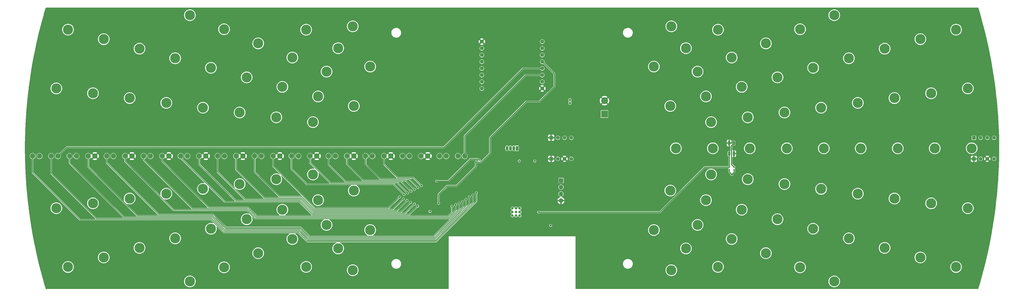
<source format=gbr>
%TF.GenerationSoftware,KiCad,Pcbnew,7.0.8*%
%TF.CreationDate,2023-11-15T20:37:27+01:00*%
%TF.ProjectId,main_board_4_jlc-3.2,6d61696e-5f62-46f6-9172-645f345f6a6c,rev?*%
%TF.SameCoordinates,Original*%
%TF.FileFunction,Copper,L4,Bot*%
%TF.FilePolarity,Positive*%
%FSLAX46Y46*%
G04 Gerber Fmt 4.6, Leading zero omitted, Abs format (unit mm)*
G04 Created by KiCad (PCBNEW 7.0.8) date 2023-11-15 20:37:27*
%MOMM*%
%LPD*%
G01*
G04 APERTURE LIST*
G04 Aperture macros list*
%AMRoundRect*
0 Rectangle with rounded corners*
0 $1 Rounding radius*
0 $2 $3 $4 $5 $6 $7 $8 $9 X,Y pos of 4 corners*
0 Add a 4 corners polygon primitive as box body*
4,1,4,$2,$3,$4,$5,$6,$7,$8,$9,$2,$3,0*
0 Add four circle primitives for the rounded corners*
1,1,$1+$1,$2,$3*
1,1,$1+$1,$4,$5*
1,1,$1+$1,$6,$7*
1,1,$1+$1,$8,$9*
0 Add four rect primitives between the rounded corners*
20,1,$1+$1,$2,$3,$4,$5,0*
20,1,$1+$1,$4,$5,$6,$7,0*
20,1,$1+$1,$6,$7,$8,$9,0*
20,1,$1+$1,$8,$9,$2,$3,0*%
G04 Aperture macros list end*
%TA.AperFunction,ComponentPad*%
%ADD10O,1.070000X1.800000*%
%TD*%
%TA.AperFunction,ComponentPad*%
%ADD11R,1.070000X1.800000*%
%TD*%
%TA.AperFunction,ComponentPad*%
%ADD12R,1.368000X1.368000*%
%TD*%
%TA.AperFunction,ComponentPad*%
%ADD13C,1.368000*%
%TD*%
%TA.AperFunction,ComponentPad*%
%ADD14C,3.800000*%
%TD*%
%TA.AperFunction,ComponentPad*%
%ADD15C,1.000000*%
%TD*%
%TA.AperFunction,ComponentPad*%
%ADD16C,2.000000*%
%TD*%
%TA.AperFunction,ComponentPad*%
%ADD17C,1.459990*%
%TD*%
%TA.AperFunction,ComponentPad*%
%ADD18R,1.700000X1.700000*%
%TD*%
%TA.AperFunction,ComponentPad*%
%ADD19O,1.700000X1.700000*%
%TD*%
%TA.AperFunction,SMDPad,CuDef*%
%ADD20RoundRect,0.135000X-0.185000X0.135000X-0.185000X-0.135000X0.185000X-0.135000X0.185000X0.135000X0*%
%TD*%
%TA.AperFunction,SMDPad,CuDef*%
%ADD21RoundRect,0.135000X0.185000X-0.135000X0.185000X0.135000X-0.185000X0.135000X-0.185000X-0.135000X0*%
%TD*%
%TA.AperFunction,ComponentPad*%
%ADD22R,2.600000X2.600000*%
%TD*%
%TA.AperFunction,ComponentPad*%
%ADD23C,2.600000*%
%TD*%
%TA.AperFunction,SMDPad,CuDef*%
%ADD24RoundRect,0.197500X0.197500X0.632500X-0.197500X0.632500X-0.197500X-0.632500X0.197500X-0.632500X0*%
%TD*%
%TA.AperFunction,ViaPad*%
%ADD25C,0.700000*%
%TD*%
%TA.AperFunction,ViaPad*%
%ADD26C,0.800000*%
%TD*%
%TA.AperFunction,ViaPad*%
%ADD27C,1.000000*%
%TD*%
%TA.AperFunction,Conductor*%
%ADD28C,0.400000*%
%TD*%
%TA.AperFunction,Conductor*%
%ADD29C,0.300000*%
%TD*%
G04 APERTURE END LIST*
D10*
%TO.P,D12,4,BK*%
%TO.N,Net-(D12-BK)*%
X223090000Y-225000000D03*
%TO.P,D12,3,GK*%
%TO.N,Net-(D12-GK)*%
X224360000Y-225000000D03*
%TO.P,D12,2,A*%
%TO.N,/5V*%
X225630000Y-225000000D03*
D11*
%TO.P,D12,1,RK*%
%TO.N,Net-(D12-RK)*%
X226900000Y-225000000D03*
%TD*%
D12*
%TO.P,J7,01,01*%
%TO.N,/GND*%
X239800000Y-229000000D03*
D13*
%TO.P,J7,02,02*%
%TO.N,/5V*%
X242340000Y-229000000D03*
%TO.P,J7,03,03*%
%TO.N,/GND*%
X244880000Y-229000000D03*
%TO.P,J7,04,04*%
%TO.N,/5V*%
X247420000Y-229000000D03*
%TD*%
D14*
%TO.P,H1,1*%
%TO.N,N/C*%
X338979248Y-255540647D03*
%TD*%
%TO.P,H1,1*%
%TO.N,N/C*%
X314230038Y-236747357D03*
%TD*%
%TO.P,H1,1*%
%TO.N,N/C*%
X97497791Y-190835886D03*
%TD*%
%TO.P,H1,1*%
%TO.N,N/C*%
X328110266Y-211425276D03*
%TD*%
%TO.P,H1,1*%
%TO.N,N/C*%
X56928906Y-179965486D03*
%TD*%
%TO.P,H1,1*%
%TO.N,N/C*%
X80249050Y-244056824D03*
%TD*%
D15*
%TO.P,U34,*%
%TO.N,*%
X227900000Y-250550000D03*
X227900000Y-249150000D03*
X227900000Y-247750000D03*
X226500000Y-250550000D03*
X226500000Y-249150000D03*
X226500000Y-247750000D03*
X225100000Y-250550000D03*
X225100000Y-249150000D03*
X225100000Y-247750000D03*
%TD*%
D14*
%TO.P,H1,1*%
%TO.N,N/C*%
X147057714Y-180000000D03*
%TD*%
%TO.P,H1,1*%
%TO.N,N/C*%
X346952098Y-275514213D03*
%TD*%
D16*
%TO.P,H45,1,1*%
%TO.N,/3.3V*%
X158100000Y-227939000D03*
%TD*%
%TO.P,H23,1,1*%
%TO.N,/GND*%
X81100000Y-227939000D03*
%TD*%
D14*
%TO.P,H1,1*%
%TO.N,N/C*%
X124543714Y-198082819D03*
%TD*%
%TO.P,H1,1*%
%TO.N,N/C*%
X397511406Y-247711557D03*
%TD*%
%TO.P,H1,1*%
%TO.N,N/C*%
X128916529Y-264799077D03*
%TD*%
%TO.P,H1,1*%
%TO.N,N/C*%
X171306425Y-256000000D03*
%TD*%
%TO.P,H1,1*%
%TO.N,N/C*%
X355870722Y-242229457D03*
%TD*%
%TO.P,H1,1*%
%TO.N,N/C*%
X334017785Y-179843355D03*
%TD*%
%TO.P,H1,1*%
%TO.N,N/C*%
X141850842Y-190558491D03*
%TD*%
D16*
%TO.P,H57,1,1*%
%TO.N,/3.3V*%
X200100000Y-227939000D03*
%TD*%
D14*
%TO.P,H1,1*%
%TO.N,N/C*%
X121889734Y-238574724D03*
%TD*%
%TO.P,H1,1*%
%TO.N,N/C*%
X154785156Y-195916059D03*
%TD*%
D16*
%TO.P,H18,1,1*%
%TO.N,/SS4*%
X64560000Y-227939000D03*
%TD*%
D14*
%TO.P,H1,1*%
%TO.N,N/C*%
X66368822Y-204115809D03*
%TD*%
%TO.P,H1,1*%
%TO.N,N/C*%
X385000000Y-225000000D03*
%TD*%
%TO.P,H1,1*%
%TO.N,N/C*%
X159182069Y-187000000D03*
%TD*%
%TO.P,H1,1*%
%TO.N,N/C*%
X302942286Y-270000000D03*
%TD*%
D12*
%TO.P,J8,01,01*%
%TO.N,/GND*%
X399820000Y-229000000D03*
D13*
%TO.P,J8,02,02*%
%TO.N,/5V*%
X402360000Y-229000000D03*
%TO.P,J8,03,03*%
%TO.N,/GND*%
X404900000Y-229000000D03*
%TO.P,J8,04,04*%
%TO.N,/5V*%
X407440000Y-229000000D03*
%TD*%
D16*
%TO.P,H36,1,1*%
%TO.N,/SS13*%
X127560000Y-227939000D03*
%TD*%
D14*
%TO.P,H1,1*%
%TO.N,N/C*%
X284887401Y-208953219D03*
%TD*%
%TO.P,H1,1*%
%TO.N,N/C*%
X128916529Y-185200923D03*
%TD*%
%TO.P,H1,1*%
%TO.N,N/C*%
X366025171Y-187212419D03*
%TD*%
D16*
%TO.P,H15,1,1*%
%TO.N,/MISO*%
X53100000Y-227939000D03*
%TD*%
D14*
%TO.P,H1,1*%
%TO.N,N/C*%
X357000000Y-225000000D03*
%TD*%
%TO.P,H1,1*%
%TO.N,N/C*%
X154785156Y-254083941D03*
%TD*%
D16*
%TO.P,H21,1,1*%
%TO.N,/3.3V*%
X74100000Y-227939000D03*
%TD*%
%TO.P,H28,1,1*%
%TO.N,/SS9*%
X99560000Y-227939000D03*
%TD*%
D14*
%TO.P,H1,1*%
%TO.N,N/C*%
X83974829Y-187212419D03*
%TD*%
%TO.P,H1,1*%
%TO.N,N/C*%
X383631178Y-245884191D03*
%TD*%
D16*
%TO.P,H54,1,1*%
%TO.N,/SS22*%
X190560000Y-227939000D03*
%TD*%
D14*
%TO.P,H1,1*%
%TO.N,N/C*%
X371000000Y-225000000D03*
%TD*%
D16*
%TO.P,H12,1,1*%
%TO.N,/SS1*%
X43560000Y-227939000D03*
%TD*%
D14*
%TO.P,H1,1*%
%TO.N,N/C*%
X393071094Y-270034514D03*
%TD*%
D16*
%TO.P,H46,1,1*%
%TO.N,/SS18*%
X162560000Y-227939000D03*
%TD*%
%TO.P,H16,1,1*%
%TO.N,/SS3*%
X57560000Y-227939000D03*
%TD*%
D14*
%TO.P,H1,1*%
%TO.N,N/C*%
X165112599Y-208953219D03*
%TD*%
D16*
%TO.P,H14,1,1*%
%TO.N,/SS2*%
X50560000Y-227939000D03*
%TD*%
D14*
%TO.P,H1,1*%
%TO.N,N/C*%
X328110266Y-238574724D03*
%TD*%
D16*
%TO.P,H26,1,1*%
%TO.N,/SS8*%
X92560000Y-227939000D03*
%TD*%
D14*
%TO.P,H1,1*%
%TO.N,N/C*%
X352502209Y-259164114D03*
%TD*%
D16*
%TO.P,H22,1,1*%
%TO.N,/SS6*%
X78560000Y-227939000D03*
%TD*%
%TO.P,H43,1,1*%
%TO.N,/GND*%
X151100000Y-227939000D03*
%TD*%
D14*
%TO.P,H1,1*%
%TO.N,N/C*%
X300349809Y-215080009D03*
%TD*%
%TO.P,H1,1*%
%TO.N,N/C*%
X124543714Y-251917181D03*
%TD*%
%TO.P,H1,1*%
%TO.N,N/C*%
X121889734Y-211425276D03*
%TD*%
%TO.P,H1,1*%
%TO.N,N/C*%
X103047902Y-174485787D03*
%TD*%
%TO.P,H1,1*%
%TO.N,N/C*%
X115982215Y-270156645D03*
%TD*%
D17*
%TO.P,J10,1,1*%
%TO.N,/GND*%
X213570000Y-184521000D03*
%TO.P,J10,2,2*%
%TO.N,unconnected-(J10-Pad2)*%
X213570000Y-187061000D03*
%TO.P,J10,3,3*%
%TO.N,unconnected-(J10-Pad3)*%
X213570000Y-189601000D03*
%TO.P,J10,4,4*%
%TO.N,unconnected-(J10-Pad4)*%
X213570000Y-192141000D03*
%TO.P,J10,5,5*%
%TO.N,unconnected-(J10-Pad5)*%
X213570000Y-194681000D03*
%TO.P,J10,6,6*%
%TO.N,unconnected-(J10-Pad6)*%
X213570000Y-197221000D03*
%TO.P,J10,7,7*%
%TO.N,/LDC_INT*%
X213570000Y-199761000D03*
%TO.P,J10,8,8*%
%TO.N,/LDC_CLK*%
X213570000Y-202301000D03*
%TD*%
D14*
%TO.P,H1,1*%
%TO.N,N/C*%
X301000000Y-225000000D03*
%TD*%
%TO.P,H1,1*%
%TO.N,N/C*%
X399000000Y-225000000D03*
%TD*%
%TO.P,H1,1*%
%TO.N,N/C*%
X308149158Y-259441509D03*
%TD*%
%TO.P,H1,1*%
%TO.N,N/C*%
X159182069Y-263000000D03*
%TD*%
D16*
%TO.P,H34,1,1*%
%TO.N,/SS12*%
X120560000Y-227939000D03*
%TD*%
D14*
%TO.P,H1,1*%
%TO.N,N/C*%
X366025171Y-262787581D03*
%TD*%
D16*
%TO.P,H48,1,1*%
%TO.N,/SS19*%
X169560000Y-227939000D03*
%TD*%
%TO.P,H31,1,1*%
%TO.N,/GND*%
X109100000Y-227939000D03*
%TD*%
D14*
%TO.P,H1,1*%
%TO.N,N/C*%
X295214844Y-254083941D03*
%TD*%
%TO.P,H1,1*%
%TO.N,N/C*%
X369750950Y-244056824D03*
%TD*%
%TO.P,H1,1*%
%TO.N,N/C*%
X149650191Y-215080009D03*
%TD*%
%TO.P,H1,1*%
%TO.N,N/C*%
X284887401Y-241046781D03*
%TD*%
D16*
%TO.P,H37,1,1*%
%TO.N,/3.3V*%
X130100000Y-227939000D03*
%TD*%
D14*
%TO.P,H1,1*%
%TO.N,N/C*%
X138066676Y-248293714D03*
%TD*%
%TO.P,H1,1*%
%TO.N,N/C*%
X298410363Y-244670247D03*
%TD*%
D16*
%TO.P,H47,1,1*%
%TO.N,/GND*%
X165100000Y-227939000D03*
%TD*%
D14*
%TO.P,H1,1*%
%TO.N,N/C*%
X311933324Y-248293714D03*
%TD*%
%TO.P,H1,1*%
%TO.N,N/C*%
X165112599Y-241046781D03*
%TD*%
%TO.P,H1,1*%
%TO.N,N/C*%
X115982215Y-179843355D03*
%TD*%
%TO.P,H1,1*%
%TO.N,N/C*%
X141850842Y-259441509D03*
%TD*%
%TO.P,H1,1*%
%TO.N,N/C*%
X97497791Y-259164114D03*
%TD*%
%TO.P,H1,1*%
%TO.N,N/C*%
X52488594Y-202288443D03*
%TD*%
%TO.P,H1,1*%
%TO.N,N/C*%
X314230038Y-213252643D03*
%TD*%
D17*
%TO.P,J9,1,1*%
%TO.N,unconnected-(J9-Pad1)*%
X236430000Y-184521000D03*
%TO.P,J9,2,2*%
%TO.N,unconnected-(J9-Pad2)*%
X236430000Y-187061000D03*
%TO.P,J9,3,3*%
%TO.N,/LDC_CS*%
X236430000Y-189601000D03*
%TO.P,J9,4,4*%
%TO.N,/CLK*%
X236430000Y-192141000D03*
%TO.P,J9,5,5*%
%TO.N,/MISO*%
X236430000Y-194681000D03*
%TO.P,J9,6,6*%
%TO.N,/MOSI*%
X236430000Y-197221000D03*
%TO.P,J9,7,7*%
%TO.N,/3.3V*%
X236430000Y-199761000D03*
%TO.P,J9,8,8*%
%TO.N,/GND*%
X236430000Y-202301000D03*
%TD*%
D14*
%TO.P,H1,1*%
%TO.N,N/C*%
X341990494Y-209597909D03*
%TD*%
D16*
%TO.P,H33,1,1*%
%TO.N,/3.3V*%
X116100000Y-227939000D03*
%TD*%
%TO.P,H44,1,1*%
%TO.N,/SS17*%
X155560000Y-227939000D03*
%TD*%
D14*
%TO.P,H1,1*%
%TO.N,N/C*%
X52488594Y-247711557D03*
%TD*%
%TO.P,H1,1*%
%TO.N,N/C*%
X70451868Y-266411047D03*
%TD*%
D16*
%TO.P,H49,1,1*%
%TO.N,/3.3V*%
X172100000Y-227939000D03*
%TD*%
%TO.P,H20,1,1*%
%TO.N,/SS5*%
X71560000Y-227939000D03*
%TD*%
%TO.P,H58,1,1*%
%TO.N,/SS24*%
X204560000Y-227939000D03*
%TD*%
D14*
%TO.P,H1,1*%
%TO.N,N/C*%
X285294854Y-271265869D03*
%TD*%
%TO.P,H1,1*%
%TO.N,N/C*%
X164705146Y-271265869D03*
%TD*%
%TO.P,H1,1*%
%TO.N,N/C*%
X308149158Y-190558491D03*
%TD*%
%TO.P,H1,1*%
%TO.N,N/C*%
X80249050Y-205943176D03*
%TD*%
%TO.P,H1,1*%
%TO.N,N/C*%
X135769962Y-236747357D03*
%TD*%
%TO.P,H1,1*%
%TO.N,N/C*%
X108009506Y-209597909D03*
%TD*%
%TO.P,H1,1*%
%TO.N,N/C*%
X341990494Y-240402091D03*
%TD*%
%TO.P,H1,1*%
%TO.N,N/C*%
X379548132Y-183588953D03*
%TD*%
%TO.P,H1,1*%
%TO.N,N/C*%
X321083471Y-264799077D03*
%TD*%
%TO.P,H1,1*%
%TO.N,N/C*%
X83974829Y-262787581D03*
%TD*%
D16*
%TO.P,H25,1,1*%
%TO.N,/3.3V*%
X88100000Y-227939000D03*
%TD*%
D14*
%TO.P,H1,1*%
%TO.N,N/C*%
X111020752Y-255540647D03*
%TD*%
%TO.P,H1,1*%
%TO.N,N/C*%
X290817931Y-263000000D03*
%TD*%
D18*
%TO.P,J1,1*%
%TO.N,/V_BUS*%
X243528000Y-237215000D03*
D19*
%TO.P,J1,2*%
%TO.N,/USB_D+*%
X243528000Y-239755000D03*
%TO.P,J1,3*%
%TO.N,/USB_D-*%
X243528000Y-242295000D03*
%TO.P,J1,4*%
%TO.N,/GND*%
X243528000Y-244835000D03*
%TD*%
D14*
%TO.P,H1,1*%
%TO.N,N/C*%
X138066676Y-201706286D03*
%TD*%
D16*
%TO.P,H24,1,1*%
%TO.N,/SS7*%
X85560000Y-227939000D03*
%TD*%
%TO.P,H40,1,1*%
%TO.N,/SS15*%
X141560000Y-227939000D03*
%TD*%
D14*
%TO.P,H1,1*%
%TO.N,N/C*%
X149650191Y-234919991D03*
%TD*%
%TO.P,H1,1*%
%TO.N,N/C*%
X151589637Y-244670247D03*
%TD*%
%TO.P,H1,1*%
%TO.N,N/C*%
X56928906Y-270034514D03*
%TD*%
D16*
%TO.P,H50,1,1*%
%TO.N,/SS20*%
X176560000Y-227939000D03*
%TD*%
D14*
%TO.P,H1,1*%
%TO.N,N/C*%
X315000000Y-225000000D03*
%TD*%
%TO.P,H1,1*%
%TO.N,N/C*%
X94129278Y-242229457D03*
%TD*%
%TO.P,H1,1*%
%TO.N,N/C*%
X325456286Y-198082819D03*
%TD*%
D16*
%TO.P,H35,1,1*%
%TO.N,/GND*%
X123100000Y-227939000D03*
%TD*%
D14*
%TO.P,H1,1*%
%TO.N,N/C*%
X355870722Y-207770543D03*
%TD*%
D16*
%TO.P,H41,1,1*%
%TO.N,/3.3V*%
X144100000Y-227939000D03*
%TD*%
D14*
%TO.P,H1,1*%
%TO.N,N/C*%
X278693575Y-194000000D03*
%TD*%
%TO.P,H1,1*%
%TO.N,N/C*%
X290817931Y-187000000D03*
%TD*%
%TO.P,H1,1*%
%TO.N,N/C*%
X346952098Y-174485787D03*
%TD*%
D16*
%TO.P,H29,1,1*%
%TO.N,/3.3V*%
X102100000Y-227939000D03*
%TD*%
%TO.P,H13,1,1*%
%TO.N,/CLK*%
X46100000Y-227939000D03*
%TD*%
D14*
%TO.P,H1,1*%
%TO.N,N/C*%
X383631178Y-204115809D03*
%TD*%
%TO.P,H1,1*%
%TO.N,N/C*%
X66368822Y-245884191D03*
%TD*%
D16*
%TO.P,H38,1,1*%
%TO.N,/SS14*%
X134560000Y-227939000D03*
%TD*%
D14*
%TO.P,H1,1*%
%TO.N,N/C*%
X300349809Y-234919991D03*
%TD*%
%TO.P,H1,1*%
%TO.N,N/C*%
X111020752Y-194459353D03*
%TD*%
D16*
%TO.P,H53,1,1*%
%TO.N,/3.3V*%
X186100000Y-227939000D03*
%TD*%
D12*
%TO.P,J6,01,01*%
%TO.N,/5V*%
X399820000Y-221000000D03*
D13*
%TO.P,J6,02,02*%
%TO.N,unconnected-(J6-Pad02)*%
X402360000Y-221000000D03*
%TO.P,J6,03,03*%
%TO.N,unconnected-(J6-Pad03)*%
X404900000Y-221000000D03*
%TO.P,J6,04,04*%
%TO.N,/5V*%
X407440000Y-221000000D03*
%TD*%
D14*
%TO.P,H1,1*%
%TO.N,N/C*%
X369750950Y-205943176D03*
%TD*%
%TO.P,H1,1*%
%TO.N,N/C*%
X164705146Y-178734131D03*
%TD*%
%TO.P,H1,1*%
%TO.N,N/C*%
X393071094Y-179965486D03*
%TD*%
D16*
%TO.P,H55,1,1*%
%TO.N,/GND*%
X193100000Y-227939000D03*
%TD*%
D14*
%TO.P,H1,1*%
%TO.N,N/C*%
X397511406Y-202288443D03*
%TD*%
D16*
%TO.P,H59,1,1*%
%TO.N,/MOSI*%
X207100000Y-227939000D03*
%TD*%
D14*
%TO.P,H1,1*%
%TO.N,N/C*%
X171306425Y-194000000D03*
%TD*%
%TO.P,H1,1*%
%TO.N,N/C*%
X147057714Y-270000000D03*
%TD*%
%TO.P,H1,1*%
%TO.N,N/C*%
X295214844Y-195916059D03*
%TD*%
%TO.P,H1,1*%
%TO.N,N/C*%
X302942286Y-180000000D03*
%TD*%
D16*
%TO.P,H19,1,1*%
%TO.N,/GND*%
X67100000Y-227939000D03*
%TD*%
D14*
%TO.P,H1,1*%
%TO.N,N/C*%
X352502209Y-190835886D03*
%TD*%
%TO.P,H1,1*%
%TO.N,N/C*%
X135769962Y-213252643D03*
%TD*%
%TO.P,H1,1*%
%TO.N,N/C*%
X379548132Y-266411047D03*
%TD*%
%TO.P,H1,1*%
%TO.N,N/C*%
X321083471Y-185200923D03*
%TD*%
%TO.P,H1,1*%
%TO.N,N/C*%
X334017785Y-270156645D03*
%TD*%
D16*
%TO.P,H27,1,1*%
%TO.N,/GND*%
X95100000Y-227939000D03*
%TD*%
%TO.P,H39,1,1*%
%TO.N,/GND*%
X137100000Y-227939000D03*
%TD*%
D12*
%TO.P,J5,01,01*%
%TO.N,/GND*%
X239800000Y-221000000D03*
D13*
%TO.P,J5,02,02*%
%TO.N,/LED_DATA*%
X242340000Y-221000000D03*
%TO.P,J5,03,03*%
%TO.N,/LED_CLK*%
X244880000Y-221000000D03*
%TO.P,J5,04,04*%
%TO.N,/5V*%
X247420000Y-221000000D03*
%TD*%
D14*
%TO.P,H1,1*%
%TO.N,N/C*%
X298410363Y-205329753D03*
%TD*%
%TO.P,H1,1*%
%TO.N,N/C*%
X94129278Y-207770543D03*
%TD*%
%TO.P,H1,1*%
%TO.N,N/C*%
X108009506Y-240402091D03*
%TD*%
%TO.P,H1,1*%
%TO.N,N/C*%
X311933324Y-201706286D03*
%TD*%
%TO.P,H1,1*%
%TO.N,N/C*%
X325456286Y-251917181D03*
%TD*%
%TO.P,H1,1*%
%TO.N,N/C*%
X70451868Y-183588953D03*
%TD*%
D16*
%TO.P,H32,1,1*%
%TO.N,/SS11*%
X113560000Y-227939000D03*
%TD*%
%TO.P,H52,1,1*%
%TO.N,/SS21*%
X183560000Y-227939000D03*
%TD*%
%TO.P,H30,1,1*%
%TO.N,/SS10*%
X106560000Y-227939000D03*
%TD*%
D14*
%TO.P,H1,1*%
%TO.N,N/C*%
X329000000Y-225000000D03*
%TD*%
D16*
%TO.P,H17,1,1*%
%TO.N,/3.3V*%
X60100000Y-227939000D03*
%TD*%
D14*
%TO.P,H1,1*%
%TO.N,N/C*%
X338979248Y-194459353D03*
%TD*%
D16*
%TO.P,H51,1,1*%
%TO.N,/GND*%
X179100000Y-227939000D03*
%TD*%
%TO.P,H56,1,1*%
%TO.N,/SS23*%
X197560000Y-227939000D03*
%TD*%
D14*
%TO.P,H1,1*%
%TO.N,N/C*%
X278693575Y-256000000D03*
%TD*%
%TO.P,H1,1*%
%TO.N,N/C*%
X103047902Y-275514213D03*
%TD*%
%TO.P,H1,1*%
%TO.N,N/C*%
X287000000Y-225000000D03*
%TD*%
%TO.P,H1,1*%
%TO.N,N/C*%
X151589637Y-205329753D03*
%TD*%
%TO.P,H1,1*%
%TO.N,N/C*%
X285294854Y-178734131D03*
%TD*%
%TO.P,H1,1*%
%TO.N,N/C*%
X343000000Y-225000000D03*
%TD*%
D16*
%TO.P,H42,1,1*%
%TO.N,/SS16*%
X148560000Y-227939000D03*
%TD*%
D20*
%TO.P,R2,1*%
%TO.N,/QRE_OUT*%
X307221998Y-232124998D03*
%TO.P,R2,2*%
%TO.N,/3.3V*%
X307221998Y-233144998D03*
%TD*%
D21*
%TO.P,R1,1*%
%TO.N,/3.3V*%
X309074000Y-233130000D03*
%TO.P,R1,2*%
%TO.N,Net-(U35-A)*%
X309074000Y-232110000D03*
%TD*%
D22*
%TO.P,J11,1,Pin_1*%
%TO.N,/5V*%
X260000000Y-212000000D03*
D23*
%TO.P,J11,2,Pin_2*%
%TO.N,/GND*%
X260000000Y-206920000D03*
%TD*%
D24*
%TO.P,U35,1,A*%
%TO.N,Net-(U35-A)*%
X308958000Y-223000000D03*
%TO.P,U35,2,K*%
%TO.N,/GND*%
X308958000Y-227000000D03*
%TO.P,U35,3*%
%TO.N,/QRE_OUT*%
X307158000Y-227000000D03*
%TO.P,U35,4*%
%TO.N,/GND*%
X307158000Y-223000000D03*
%TD*%
D25*
%TO.N,/GND*%
X218319800Y-226905000D03*
X219310400Y-227082800D03*
X220097800Y-227692400D03*
X220859800Y-228429000D03*
X221596400Y-229165600D03*
X222002800Y-230054600D03*
X222053600Y-231172200D03*
X222053600Y-232315200D03*
X222282200Y-233509000D03*
X223069600Y-234372600D03*
X223806200Y-235210800D03*
X223806200Y-236480800D03*
X223780800Y-237750800D03*
X214335071Y-234097579D03*
D26*
X227720150Y-232421179D03*
D25*
X212607871Y-228650276D03*
X196453471Y-236625876D03*
%TO.N,/CS1*%
X196453471Y-237450379D03*
D26*
%TO.N,/CLK*%
X197215471Y-245832379D03*
D25*
%TO.N,/GND*%
X210500282Y-230273752D03*
D26*
%TO.N,/CLK*%
X211374639Y-230257800D03*
D25*
%TO.N,/CS1*%
X212607871Y-229474779D03*
%TO.N,/GND*%
X214335071Y-228204779D03*
D26*
X233585200Y-232414200D03*
D25*
X235812000Y-257979000D03*
X204062000Y-257979000D03*
X249426400Y-267453200D03*
X209142000Y-257979000D03*
X200556800Y-259884000D03*
X200556800Y-275124000D03*
X200556800Y-266234000D03*
X249426400Y-277613200D03*
X210412000Y-257979000D03*
X229462000Y-257979000D03*
X240892000Y-257979000D03*
X238352000Y-257979000D03*
X234542000Y-257979000D03*
X249426400Y-273803200D03*
X219302000Y-257979000D03*
X200556800Y-277664000D03*
X247242000Y-257979000D03*
X216762000Y-257979000D03*
X200556800Y-258614000D03*
X221842000Y-257979000D03*
X237082000Y-257979000D03*
X207872000Y-257979000D03*
X201522000Y-257979000D03*
X220572000Y-257979000D03*
X200556800Y-261154000D03*
X244702000Y-257979000D03*
X243432000Y-257979000D03*
X249426400Y-272533200D03*
X223112000Y-257979000D03*
X200556800Y-276394000D03*
X249426400Y-259833200D03*
X249426400Y-262373200D03*
X249426400Y-276343200D03*
X249426400Y-268723200D03*
D26*
X219843800Y-196069400D03*
D25*
X233272000Y-257979000D03*
X200556800Y-267504000D03*
X200556800Y-270044000D03*
D26*
X198139974Y-245832379D03*
D25*
X214222000Y-257979000D03*
X206602000Y-257979000D03*
X242162000Y-257979000D03*
X249426400Y-269993200D03*
X202792000Y-257979000D03*
X249426400Y-263643200D03*
X205332000Y-257979000D03*
X249426400Y-258563200D03*
X200556800Y-273854000D03*
X200556800Y-262424000D03*
X232002000Y-257979000D03*
X213331800Y-254397600D03*
X215492000Y-257979000D03*
X226922000Y-257979000D03*
X228192000Y-257979000D03*
X249426400Y-264913200D03*
X249426400Y-266183200D03*
X211682000Y-257979000D03*
X218032000Y-257979000D03*
X230732000Y-257979000D03*
X224382000Y-257979000D03*
X200556800Y-268774000D03*
X200556800Y-264964000D03*
D26*
X199161952Y-248977600D03*
D25*
X239622000Y-257979000D03*
X212952000Y-257979000D03*
D26*
X235100000Y-250174503D03*
X223679200Y-198177600D03*
D25*
X200556800Y-272584000D03*
X225652000Y-257979000D03*
X245972000Y-257979000D03*
X200556800Y-271314000D03*
X249426400Y-261103200D03*
X248512000Y-257979000D03*
X249426400Y-275073200D03*
X249426400Y-271263200D03*
X200556800Y-263694000D03*
D27*
%TO.N,/3.3V*%
X246912000Y-207814000D03*
X246910600Y-206645600D03*
D26*
X239605000Y-254278100D03*
X308184997Y-234907000D03*
X193953000Y-248939000D03*
%TO.N,/SS12*%
X185249000Y-244837400D03*
%TO.N,/SS11*%
X186569800Y-245548600D03*
%TO.N,/SS10*%
X188017600Y-246183600D03*
%TO.N,/SS9*%
X189262200Y-246920200D03*
%TO.N,/SS8*%
X202261952Y-246998000D03*
%TO.N,/SS7*%
X203661952Y-246398000D03*
%TO.N,/SS6*%
X205000000Y-245798000D03*
%TO.N,/SS5*%
X206270000Y-245098000D03*
%TO.N,/SS4*%
X207540000Y-244359000D03*
%TO.N,/SS3*%
X208810000Y-243470000D03*
%TO.N,/SS2*%
X210161952Y-242749500D03*
%TO.N,/SS1*%
X211461952Y-241898000D03*
%TO.N,/SS17*%
X186747600Y-241256000D03*
%TO.N,/SS18*%
X188068400Y-240595600D03*
%TO.N,/SS19*%
X189338400Y-239884400D03*
%TO.N,/SS20*%
X190659200Y-239173200D03*
%TO.N,/SS16*%
X185452200Y-241967200D03*
%TO.N,/SS15*%
X184094000Y-242538000D03*
%TO.N,/SS14*%
X182455000Y-243415000D03*
%TO.N,/SS13*%
X183852000Y-244177000D03*
%TO.N,/5V*%
X233585200Y-229800600D03*
X227745550Y-229821579D03*
%TO.N,/QRE_OUT*%
X235100000Y-249250000D03*
%TD*%
D28*
%TO.N,/CLK*%
X211374639Y-230257800D02*
X213316000Y-230257800D01*
X213316000Y-230257800D02*
X216668800Y-226905000D01*
X216668800Y-226905000D02*
X216668800Y-220986800D01*
X216668800Y-220986800D02*
X230359400Y-207296200D01*
X230359400Y-207296200D02*
X235363200Y-207296200D01*
X235363200Y-207296200D02*
X238792200Y-203867200D01*
X238792200Y-203867200D02*
X241052800Y-201606600D01*
X241052800Y-201606600D02*
X241052800Y-196763800D01*
X241052800Y-196763800D02*
X236430000Y-192141000D01*
%TO.N,/CS1*%
X200873071Y-237450379D02*
X196453471Y-237450379D01*
X209208450Y-229115000D02*
X200873071Y-237450379D01*
X212118000Y-229115000D02*
X209208450Y-229115000D01*
X212477779Y-229474779D02*
X212118000Y-229115000D01*
X212607871Y-229474779D02*
X212477779Y-229474779D01*
%TO.N,/CLK*%
X197215471Y-245832379D02*
X197215471Y-242503049D01*
X197215471Y-242503049D02*
X200439341Y-239279179D01*
X200439341Y-239279179D02*
X203944541Y-239279179D01*
X203944541Y-239279179D02*
X211361341Y-231862379D01*
X211361341Y-231862379D02*
X211361341Y-230185979D01*
%TO.N,/QRE_OUT*%
X235100000Y-249250000D02*
X280850000Y-249250000D01*
X280850000Y-249250000D02*
X297975002Y-232124998D01*
X297975002Y-232124998D02*
X307221998Y-232124998D01*
%TO.N,Net-(U35-A)*%
X308058000Y-231094000D02*
X308058000Y-223942000D01*
X308058000Y-223942000D02*
X308958000Y-223042000D01*
X309074000Y-232110000D02*
X308058000Y-231094000D01*
%TO.N,/3.3V*%
X307221998Y-233943999D02*
X308184997Y-234907000D01*
X309073998Y-233129999D02*
X309073997Y-234017998D01*
X307221997Y-233145000D02*
X307221998Y-233943999D01*
X309073997Y-234017998D02*
X308184997Y-234907000D01*
D29*
%TO.N,/SS12*%
X145225388Y-243845400D02*
X131298000Y-243845400D01*
X131298000Y-243845400D02*
X120560000Y-233107400D01*
X150051388Y-248671400D02*
X145225388Y-243845400D01*
X185249000Y-244837400D02*
X181415000Y-248671400D01*
X120560000Y-233107400D02*
X120560000Y-227939000D01*
X181415000Y-248671400D02*
X150051388Y-248671400D01*
%TO.N,/SS11*%
X123873200Y-244345400D02*
X113560000Y-234032200D01*
X149844282Y-249171400D02*
X145018282Y-244345400D01*
X145018282Y-244345400D02*
X123873200Y-244345400D01*
X186569800Y-245548600D02*
X182947000Y-249171400D01*
X182947000Y-249171400D02*
X149844282Y-249171400D01*
X113560000Y-234032200D02*
X113560000Y-227939000D01*
%TO.N,/SS10*%
X149637176Y-249671400D02*
X144811176Y-244845400D01*
X184529800Y-249671400D02*
X149637176Y-249671400D01*
X188017600Y-246183600D02*
X184529800Y-249671400D01*
X120385400Y-244845400D02*
X106560000Y-231020000D01*
X106560000Y-231020000D02*
X106560000Y-227939000D01*
X144811176Y-244845400D02*
X120385400Y-244845400D01*
%TO.N,/SS9*%
X149430070Y-250171400D02*
X144604070Y-245345400D01*
X189262200Y-246920200D02*
X186011000Y-250171400D01*
X144604070Y-245345400D02*
X116344800Y-245345400D01*
X99560000Y-228560600D02*
X99560000Y-227939000D01*
X186011000Y-250171400D02*
X149430070Y-250171400D01*
X116344800Y-245345400D02*
X99560000Y-228560600D01*
%TO.N,/SS8*%
X110141200Y-247428200D02*
X92560000Y-229847000D01*
X202261952Y-249363648D02*
X200954200Y-250671400D01*
X202261952Y-246998000D02*
X202261952Y-249363648D01*
X92560000Y-229847000D02*
X92560000Y-227939000D01*
X128224000Y-250671400D02*
X124980800Y-247428200D01*
X200954200Y-250671400D02*
X128224000Y-250671400D01*
X124980800Y-247428200D02*
X110141200Y-247428200D01*
%TO.N,/SS7*%
X201161306Y-251171400D02*
X128012800Y-251171400D01*
X85560000Y-229394200D02*
X85560000Y-227939000D01*
X104094000Y-247928200D02*
X85560000Y-229394200D01*
X124769600Y-247928200D02*
X104094000Y-247928200D01*
X203661952Y-248670754D02*
X201161306Y-251171400D01*
X128012800Y-251171400D02*
X124769600Y-247928200D01*
X203661952Y-246398000D02*
X203661952Y-248670754D01*
%TO.N,/SS6*%
X205000000Y-248039812D02*
X201368412Y-251671400D01*
X201368412Y-251671400D02*
X127805694Y-251671400D01*
X92123000Y-243678800D02*
X92123000Y-243539735D01*
X124562494Y-248428200D02*
X96872400Y-248428200D01*
X205000000Y-245798000D02*
X205000000Y-248039812D01*
X127805694Y-251671400D02*
X124562494Y-248428200D01*
X96872400Y-248428200D02*
X92123000Y-243678800D01*
X92123000Y-243539735D02*
X78560000Y-229976735D01*
X78560000Y-229976735D02*
X78560000Y-227939000D01*
%TO.N,/SS5*%
X71560000Y-230487800D02*
X71560000Y-227939000D01*
X206270000Y-247476918D02*
X195364718Y-258382200D01*
X145056425Y-255054800D02*
X116859400Y-255054800D01*
X116859400Y-255054800D02*
X111931800Y-250127200D01*
X91199400Y-250127200D02*
X71560000Y-230487800D01*
X148383825Y-258382200D02*
X145056425Y-255054800D01*
X206270000Y-245098000D02*
X206270000Y-247476918D01*
X195364718Y-258382200D02*
X148383825Y-258382200D01*
X111931800Y-250127200D02*
X91199400Y-250127200D01*
%TO.N,/SS4*%
X111724694Y-250627200D02*
X83221800Y-250627200D01*
X83221800Y-250627200D02*
X64560000Y-231965400D01*
X144849319Y-255554800D02*
X116652294Y-255554800D01*
X148176718Y-258882200D02*
X144849319Y-255554800D01*
X116652294Y-255554800D02*
X111724694Y-250627200D01*
X64560000Y-231965400D02*
X64560000Y-227939000D01*
X207540000Y-244359000D02*
X207540000Y-246914024D01*
X207540000Y-246914024D02*
X195571824Y-258882200D01*
X195571824Y-258882200D02*
X148176718Y-258882200D01*
%TO.N,/SS3*%
X116445188Y-256054800D02*
X111517588Y-251127200D01*
X147969611Y-259382200D02*
X144642212Y-256054800D01*
X111517588Y-251127200D02*
X78035600Y-251127200D01*
X195778930Y-259382200D02*
X147969611Y-259382200D01*
X78035600Y-251127200D02*
X57560000Y-230651600D01*
X208810000Y-246351130D02*
X195778930Y-259382200D01*
X57560000Y-230651600D02*
X57560000Y-227939000D01*
X208810000Y-243470000D02*
X208810000Y-246351130D01*
X144642212Y-256054800D02*
X116445188Y-256054800D01*
%TO.N,/SS2*%
X210161952Y-245706284D02*
X195986036Y-259882200D01*
X67629600Y-251627200D02*
X50560000Y-234557600D01*
X195986036Y-259882200D02*
X147762504Y-259882200D01*
X210161952Y-242749500D02*
X210161952Y-245706284D01*
X116238082Y-256554800D02*
X111310482Y-251627200D01*
X144435106Y-256554800D02*
X116238082Y-256554800D01*
X111310482Y-251627200D02*
X67629600Y-251627200D01*
X50560000Y-234557600D02*
X50560000Y-227939000D01*
X147762504Y-259882200D02*
X144435106Y-256554800D01*
%TO.N,/SS1*%
X111103376Y-252127200D02*
X61474800Y-252127200D01*
X211461952Y-245113390D02*
X196193142Y-260382200D01*
X147555397Y-260382200D02*
X147262504Y-260089307D01*
X196193142Y-260382200D02*
X147555397Y-260382200D01*
X116030976Y-257054800D02*
X111103376Y-252127200D01*
X61474800Y-252127200D02*
X43560000Y-234212400D01*
X147262504Y-260089304D02*
X144228000Y-257054800D01*
X144228000Y-257054800D02*
X116030976Y-257054800D01*
X43560000Y-234212400D02*
X43560000Y-227939000D01*
X211461952Y-241898000D02*
X211461952Y-245113390D01*
X147262504Y-260089307D02*
X147262504Y-260089304D01*
D28*
%TO.N,/MOSI*%
X207100000Y-227939000D02*
X207100000Y-220319400D01*
X230198400Y-197221000D02*
X236430000Y-197221000D01*
X207100000Y-220319400D02*
X230198400Y-197221000D01*
D29*
%TO.N,/SS17*%
X186747600Y-241256000D02*
X183156800Y-237665200D01*
X162024000Y-237665200D02*
X155560000Y-231201200D01*
X155560000Y-231201200D02*
X155560000Y-227939000D01*
X183156800Y-237665200D02*
X162024000Y-237665200D01*
%TO.N,/SS18*%
X168686800Y-237165200D02*
X162560000Y-231038400D01*
X162560000Y-231038400D02*
X162560000Y-227939000D01*
X188068400Y-240595600D02*
X184638000Y-237165200D01*
X184638000Y-237165200D02*
X168686800Y-237165200D01*
%TO.N,/SS19*%
X186119200Y-236665200D02*
X189338400Y-239884400D01*
X175121000Y-236665200D02*
X186119200Y-236665200D01*
X169560000Y-231104200D02*
X175121000Y-236665200D01*
X169560000Y-227939000D02*
X169560000Y-231104200D01*
%TO.N,/SS20*%
X181682200Y-236165200D02*
X176560000Y-231043000D01*
X190659200Y-239173200D02*
X187651200Y-236165200D01*
X176560000Y-231043000D02*
X176560000Y-227939000D01*
X187651200Y-236165200D02*
X181682200Y-236165200D01*
%TO.N,/SS16*%
X156250200Y-238165200D02*
X148560000Y-230475000D01*
X181650200Y-238165200D02*
X156250200Y-238165200D01*
X185452200Y-241967200D02*
X181650200Y-238165200D01*
X148560000Y-230475000D02*
X148560000Y-227939000D01*
%TO.N,/SS15*%
X180221200Y-238665200D02*
X147326800Y-238665200D01*
X184094000Y-242538000D02*
X180221200Y-238665200D01*
X147326800Y-238665200D02*
X141560000Y-232898400D01*
X141560000Y-232898400D02*
X141560000Y-227939000D01*
%TO.N,/SS14*%
X178198600Y-247671400D02*
X150465600Y-247671400D01*
X182455000Y-243415000D02*
X178198600Y-247671400D01*
X150465600Y-247671400D02*
X134560000Y-231765800D01*
X134560000Y-231765800D02*
X134560000Y-227939000D01*
%TO.N,/SS13*%
X150258494Y-248171400D02*
X145324294Y-243237200D01*
X145324294Y-243237200D02*
X136887400Y-243237200D01*
X183852000Y-244177000D02*
X179857600Y-248171400D01*
X179857600Y-248171400D02*
X150258494Y-248171400D01*
X136887400Y-243237200D02*
X127560000Y-233909800D01*
X127560000Y-233909800D02*
X127560000Y-227939000D01*
D28*
%TO.N,/MISO*%
X53100000Y-227939000D02*
X56445400Y-224593600D01*
X229182400Y-194681000D02*
X236430000Y-194681000D01*
D29*
X236835000Y-194681000D02*
X236430000Y-194681000D01*
D28*
X199269800Y-224593600D02*
X229182400Y-194681000D01*
X56445400Y-224593600D02*
X199269800Y-224593600D01*
D29*
%TO.N,/QRE_OUT*%
X307158000Y-227042000D02*
X307041999Y-227158001D01*
D28*
X307221998Y-227063998D02*
X307158000Y-227000000D01*
X307221998Y-232124998D02*
X307221998Y-227063998D01*
%TD*%
%TA.AperFunction,Conductor*%
%TO.N,/GND*%
G36*
X401471188Y-171626610D02*
G01*
X401516943Y-171679414D01*
X401523048Y-171695727D01*
X402186711Y-173937901D01*
X402903063Y-176492590D01*
X403582583Y-179057322D01*
X404225131Y-181631565D01*
X404830573Y-184214787D01*
X405398785Y-186806452D01*
X405929648Y-189406025D01*
X406423053Y-192012967D01*
X406878898Y-194626739D01*
X407297088Y-197246798D01*
X407677537Y-199872604D01*
X408020166Y-202503611D01*
X408324904Y-205139276D01*
X408591687Y-207779053D01*
X408820461Y-210422396D01*
X409011179Y-213068756D01*
X409163800Y-215717586D01*
X409278294Y-218368338D01*
X409354636Y-221020463D01*
X409392811Y-223673412D01*
X409392811Y-226326636D01*
X409354635Y-228979585D01*
X409278292Y-231631710D01*
X409163798Y-234282462D01*
X409011176Y-236931292D01*
X408820458Y-239577652D01*
X408591683Y-242220994D01*
X408324898Y-244860771D01*
X408020160Y-247496436D01*
X407677531Y-250127444D01*
X407297081Y-252753249D01*
X406878890Y-255373309D01*
X406423045Y-257987080D01*
X405929639Y-260594022D01*
X405398775Y-263193595D01*
X404830562Y-265785260D01*
X404225119Y-268368482D01*
X403582571Y-270942725D01*
X402903050Y-273507456D01*
X402186698Y-276062145D01*
X401544122Y-278233078D01*
X401523035Y-278304319D01*
X401485133Y-278363014D01*
X401421514Y-278391901D01*
X401404134Y-278393125D01*
X249136000Y-278393125D01*
X249068961Y-278373440D01*
X249023206Y-278320636D01*
X249012000Y-278269125D01*
X249012000Y-275514213D01*
X344746876Y-275514213D01*
X344765742Y-275802050D01*
X344765744Y-275802062D01*
X344822015Y-276084958D01*
X344822019Y-276084973D01*
X344914740Y-276358118D01*
X345042317Y-276616819D01*
X345042321Y-276616826D01*
X345202576Y-276856665D01*
X345392770Y-277073540D01*
X345609644Y-277263733D01*
X345849487Y-277423991D01*
X346108196Y-277551572D01*
X346381345Y-277644294D01*
X346664259Y-277700569D01*
X346952098Y-277719435D01*
X347239937Y-277700569D01*
X347522851Y-277644294D01*
X347796000Y-277551572D01*
X348054709Y-277423991D01*
X348294552Y-277263733D01*
X348511425Y-277073540D01*
X348701618Y-276856667D01*
X348861876Y-276616824D01*
X348989457Y-276358115D01*
X349082179Y-276084966D01*
X349138454Y-275802052D01*
X349157320Y-275514213D01*
X349138454Y-275226374D01*
X349082179Y-274943460D01*
X348989457Y-274670311D01*
X348861876Y-274411602D01*
X348701618Y-274171759D01*
X348511425Y-273954885D01*
X348294550Y-273764691D01*
X348054711Y-273604436D01*
X348054704Y-273604432D01*
X347796003Y-273476855D01*
X347522858Y-273384134D01*
X347522852Y-273384132D01*
X347522851Y-273384132D01*
X347522849Y-273384131D01*
X347522843Y-273384130D01*
X347239947Y-273327859D01*
X347239937Y-273327857D01*
X346952098Y-273308991D01*
X346664259Y-273327857D01*
X346664253Y-273327858D01*
X346664248Y-273327859D01*
X346381352Y-273384130D01*
X346381337Y-273384134D01*
X346108192Y-273476855D01*
X345849491Y-273604432D01*
X345849484Y-273604436D01*
X345609645Y-273764691D01*
X345392770Y-273954885D01*
X345202576Y-274171760D01*
X345042321Y-274411599D01*
X345042317Y-274411606D01*
X344914740Y-274670307D01*
X344822019Y-274943452D01*
X344822015Y-274943467D01*
X344765744Y-275226363D01*
X344765742Y-275226375D01*
X344746876Y-275514213D01*
X249012000Y-275514213D01*
X249012000Y-271265869D01*
X283089632Y-271265869D01*
X283108498Y-271553706D01*
X283108500Y-271553718D01*
X283164771Y-271836614D01*
X283164775Y-271836629D01*
X283257496Y-272109774D01*
X283385073Y-272368475D01*
X283385077Y-272368482D01*
X283545332Y-272608321D01*
X283735526Y-272825196D01*
X283952400Y-273015389D01*
X284192243Y-273175647D01*
X284450952Y-273303228D01*
X284724101Y-273395950D01*
X285007015Y-273452225D01*
X285294854Y-273471091D01*
X285582693Y-273452225D01*
X285865607Y-273395950D01*
X286138756Y-273303228D01*
X286397465Y-273175647D01*
X286637308Y-273015389D01*
X286854181Y-272825196D01*
X287044374Y-272608323D01*
X287204632Y-272368480D01*
X287332213Y-272109771D01*
X287424935Y-271836622D01*
X287481210Y-271553708D01*
X287500076Y-271265869D01*
X287481210Y-270978030D01*
X287424935Y-270695116D01*
X287332213Y-270421967D01*
X287204632Y-270163258D01*
X287113928Y-270027510D01*
X287095547Y-270000000D01*
X300737064Y-270000000D01*
X300755930Y-270287837D01*
X300755932Y-270287849D01*
X300812203Y-270570745D01*
X300812207Y-270570760D01*
X300904928Y-270843905D01*
X301032505Y-271102606D01*
X301032509Y-271102613D01*
X301192764Y-271342452D01*
X301382958Y-271559327D01*
X301599833Y-271749521D01*
X301839672Y-271909776D01*
X301839679Y-271909780D01*
X301909663Y-271944292D01*
X302098384Y-272037359D01*
X302371533Y-272130081D01*
X302654447Y-272186356D01*
X302942286Y-272205222D01*
X303230125Y-272186356D01*
X303513039Y-272130081D01*
X303786188Y-272037359D01*
X304044897Y-271909778D01*
X304284740Y-271749520D01*
X304501613Y-271559327D01*
X304691806Y-271342454D01*
X304852064Y-271102611D01*
X304979645Y-270843902D01*
X305072367Y-270570753D01*
X305128642Y-270287839D01*
X305137241Y-270156645D01*
X331812563Y-270156645D01*
X331831429Y-270444482D01*
X331831431Y-270444494D01*
X331887702Y-270727390D01*
X331887706Y-270727405D01*
X331980427Y-271000550D01*
X332108004Y-271259251D01*
X332108008Y-271259258D01*
X332268263Y-271499097D01*
X332458457Y-271715972D01*
X332675332Y-271906166D01*
X332915171Y-272066421D01*
X332915178Y-272066425D01*
X333003075Y-272109771D01*
X333173883Y-272194004D01*
X333447032Y-272286726D01*
X333729946Y-272343001D01*
X334017785Y-272361867D01*
X334305624Y-272343001D01*
X334588538Y-272286726D01*
X334861687Y-272194004D01*
X335120396Y-272066423D01*
X335360239Y-271906165D01*
X335577112Y-271715972D01*
X335767305Y-271499099D01*
X335927563Y-271259256D01*
X336055144Y-271000547D01*
X336147866Y-270727398D01*
X336204141Y-270444484D01*
X336223007Y-270156645D01*
X336215002Y-270034514D01*
X390865872Y-270034514D01*
X390882476Y-270287849D01*
X390884738Y-270322351D01*
X390884740Y-270322363D01*
X390941011Y-270605259D01*
X390941015Y-270605274D01*
X391033736Y-270878419D01*
X391161313Y-271137120D01*
X391161317Y-271137127D01*
X391321572Y-271376966D01*
X391511766Y-271593841D01*
X391728641Y-271784035D01*
X391807343Y-271836622D01*
X391968483Y-271944292D01*
X392227192Y-272071873D01*
X392500341Y-272164595D01*
X392783255Y-272220870D01*
X393071094Y-272239736D01*
X393358933Y-272220870D01*
X393641847Y-272164595D01*
X393914996Y-272071873D01*
X394173705Y-271944292D01*
X394413548Y-271784034D01*
X394630421Y-271593841D01*
X394820614Y-271376968D01*
X394980872Y-271137125D01*
X395108453Y-270878416D01*
X395201175Y-270605267D01*
X395257450Y-270322353D01*
X395276316Y-270034514D01*
X395257450Y-269746675D01*
X395201175Y-269463761D01*
X395108453Y-269190612D01*
X394980872Y-268931903D01*
X394957813Y-268897393D01*
X394820615Y-268692061D01*
X394630421Y-268475186D01*
X394413546Y-268284992D01*
X394173707Y-268124737D01*
X394173700Y-268124733D01*
X393914999Y-267997156D01*
X393641854Y-267904435D01*
X393641848Y-267904433D01*
X393641847Y-267904433D01*
X393641845Y-267904432D01*
X393641839Y-267904431D01*
X393358943Y-267848160D01*
X393358933Y-267848158D01*
X393071094Y-267829292D01*
X392783255Y-267848158D01*
X392783249Y-267848159D01*
X392783244Y-267848160D01*
X392500348Y-267904431D01*
X392500333Y-267904435D01*
X392227188Y-267997156D01*
X391968487Y-268124733D01*
X391968480Y-268124737D01*
X391728641Y-268284992D01*
X391511766Y-268475186D01*
X391321572Y-268692061D01*
X391161317Y-268931900D01*
X391161313Y-268931907D01*
X391033736Y-269190608D01*
X390941015Y-269463753D01*
X390941011Y-269463768D01*
X390916718Y-269585899D01*
X390884738Y-269746675D01*
X390865872Y-270034514D01*
X336215002Y-270034514D01*
X336204141Y-269868806D01*
X336147866Y-269585892D01*
X336055144Y-269312743D01*
X335927563Y-269054034D01*
X335920560Y-269043553D01*
X335767306Y-268814192D01*
X335577112Y-268597317D01*
X335360237Y-268407123D01*
X335120398Y-268246868D01*
X335120391Y-268246864D01*
X334861690Y-268119287D01*
X334588545Y-268026566D01*
X334588539Y-268026564D01*
X334588538Y-268026564D01*
X334588536Y-268026563D01*
X334588530Y-268026562D01*
X334305634Y-267970291D01*
X334305624Y-267970289D01*
X334017785Y-267951423D01*
X333729946Y-267970289D01*
X333729940Y-267970290D01*
X333729935Y-267970291D01*
X333447039Y-268026562D01*
X333447024Y-268026566D01*
X333173879Y-268119287D01*
X332915178Y-268246864D01*
X332915171Y-268246868D01*
X332675332Y-268407123D01*
X332458457Y-268597317D01*
X332268263Y-268814192D01*
X332108008Y-269054031D01*
X332108004Y-269054038D01*
X331980427Y-269312739D01*
X331887706Y-269585884D01*
X331887702Y-269585899D01*
X331855722Y-269746675D01*
X331831429Y-269868806D01*
X331828058Y-269920235D01*
X331812563Y-270156645D01*
X305137241Y-270156645D01*
X305147508Y-270000000D01*
X305128642Y-269712161D01*
X305072367Y-269429247D01*
X304979645Y-269156098D01*
X304852064Y-268897389D01*
X304691806Y-268657546D01*
X304639061Y-268597402D01*
X304501613Y-268440672D01*
X304284738Y-268250478D01*
X304044899Y-268090223D01*
X304044892Y-268090219D01*
X303786191Y-267962642D01*
X303513046Y-267869921D01*
X303513040Y-267869919D01*
X303513039Y-267869919D01*
X303513037Y-267869918D01*
X303513031Y-267869917D01*
X303230135Y-267813646D01*
X303230125Y-267813644D01*
X302942286Y-267794778D01*
X302654447Y-267813644D01*
X302654441Y-267813645D01*
X302654436Y-267813646D01*
X302371540Y-267869917D01*
X302371525Y-267869921D01*
X302098380Y-267962642D01*
X301839679Y-268090219D01*
X301839672Y-268090223D01*
X301599833Y-268250478D01*
X301382958Y-268440672D01*
X301192764Y-268657547D01*
X301032509Y-268897386D01*
X301032505Y-268897393D01*
X300904928Y-269156094D01*
X300812207Y-269429239D01*
X300812203Y-269429254D01*
X300755932Y-269712150D01*
X300755930Y-269712162D01*
X300737064Y-270000000D01*
X287095547Y-270000000D01*
X287044375Y-269923416D01*
X286854181Y-269706541D01*
X286637306Y-269516347D01*
X286397467Y-269356092D01*
X286397460Y-269356088D01*
X286138759Y-269228511D01*
X285865614Y-269135790D01*
X285865608Y-269135788D01*
X285865607Y-269135788D01*
X285865605Y-269135787D01*
X285865599Y-269135786D01*
X285582703Y-269079515D01*
X285582693Y-269079513D01*
X285294854Y-269060647D01*
X285007015Y-269079513D01*
X285007009Y-269079514D01*
X285007004Y-269079515D01*
X284724108Y-269135786D01*
X284724093Y-269135790D01*
X284450948Y-269228511D01*
X284192247Y-269356088D01*
X284192240Y-269356092D01*
X283952401Y-269516347D01*
X283735526Y-269706541D01*
X283545332Y-269923416D01*
X283385077Y-270163255D01*
X283385073Y-270163262D01*
X283257496Y-270421963D01*
X283164775Y-270695108D01*
X283164771Y-270695123D01*
X283108500Y-270978019D01*
X283108498Y-270978031D01*
X283089632Y-271265869D01*
X249012000Y-271265869D01*
X249012000Y-268908383D01*
X266986407Y-268908383D01*
X267016033Y-269177633D01*
X267016035Y-269177644D01*
X267081811Y-269429239D01*
X267084548Y-269439708D01*
X267190490Y-269689010D01*
X267260341Y-269803465D01*
X267331599Y-269920225D01*
X267331606Y-269920235D01*
X267504873Y-270128439D01*
X267504879Y-270128444D01*
X267609860Y-270222507D01*
X267706618Y-270309202D01*
X267932530Y-270458664D01*
X268177796Y-270573640D01*
X268177803Y-270573642D01*
X268177805Y-270573643D01*
X268437177Y-270651677D01*
X268437184Y-270651678D01*
X268437189Y-270651680D01*
X268705181Y-270691120D01*
X268705186Y-270691120D01*
X268908256Y-270691120D01*
X268959753Y-270687350D01*
X269110776Y-270676297D01*
X269223378Y-270651213D01*
X269375166Y-270617402D01*
X269375168Y-270617401D01*
X269375173Y-270617400D01*
X269628178Y-270520634D01*
X269864397Y-270388061D01*
X270078797Y-270222508D01*
X270266806Y-270027501D01*
X270424419Y-269807199D01*
X270538205Y-269585884D01*
X270548269Y-269566310D01*
X270548271Y-269566304D01*
X270548276Y-269566295D01*
X270635738Y-269309925D01*
X270684939Y-269043553D01*
X270694832Y-268772855D01*
X270665206Y-268503602D01*
X270596692Y-268241532D01*
X270490750Y-267992230D01*
X270349638Y-267761010D01*
X270260367Y-267653739D01*
X270176366Y-267552800D01*
X270176360Y-267552795D01*
X269974622Y-267372038D01*
X269748712Y-267222577D01*
X269735096Y-267216194D01*
X269503444Y-267107600D01*
X269503439Y-267107598D01*
X269503434Y-267107596D01*
X269244062Y-267029562D01*
X269244048Y-267029559D01*
X269128411Y-267012541D01*
X268976059Y-266990120D01*
X268772989Y-266990120D01*
X268772984Y-266990120D01*
X268570464Y-267004943D01*
X268570451Y-267004945D01*
X268306073Y-267063837D01*
X268306066Y-267063840D01*
X268053059Y-267160607D01*
X267816846Y-267293177D01*
X267602442Y-267458732D01*
X267414442Y-267653729D01*
X267414436Y-267653736D01*
X267256822Y-267874039D01*
X267256819Y-267874044D01*
X267132970Y-268114929D01*
X267132963Y-268114947D01*
X267045504Y-268371305D01*
X267045501Y-268371319D01*
X267032691Y-268440672D01*
X267003758Y-268597318D01*
X266996301Y-268637688D01*
X266996300Y-268637695D01*
X266986407Y-268908383D01*
X249012000Y-268908383D01*
X249012000Y-263000000D01*
X288612709Y-263000000D01*
X288631575Y-263287837D01*
X288631577Y-263287849D01*
X288687848Y-263570745D01*
X288687852Y-263570760D01*
X288780573Y-263843905D01*
X288908150Y-264102606D01*
X288908154Y-264102613D01*
X289068409Y-264342452D01*
X289258603Y-264559327D01*
X289475478Y-264749521D01*
X289628430Y-264851720D01*
X289715320Y-264909778D01*
X289974029Y-265037359D01*
X290247178Y-265130081D01*
X290530092Y-265186356D01*
X290817931Y-265205222D01*
X291105770Y-265186356D01*
X291388684Y-265130081D01*
X291661833Y-265037359D01*
X291920542Y-264909778D01*
X292086218Y-264799077D01*
X318878249Y-264799077D01*
X318890946Y-264992803D01*
X318897115Y-265086914D01*
X318897117Y-265086926D01*
X318953388Y-265369822D01*
X318953392Y-265369837D01*
X319046113Y-265642982D01*
X319173690Y-265901683D01*
X319173694Y-265901690D01*
X319333949Y-266141529D01*
X319524143Y-266358404D01*
X319741017Y-266548597D01*
X319980860Y-266708855D01*
X320239569Y-266836436D01*
X320512718Y-266929158D01*
X320795632Y-266985433D01*
X321083471Y-267004299D01*
X321371310Y-266985433D01*
X321654224Y-266929158D01*
X321927373Y-266836436D01*
X322186082Y-266708855D01*
X322425925Y-266548597D01*
X322582770Y-266411047D01*
X377342910Y-266411047D01*
X377361776Y-266698884D01*
X377361778Y-266698896D01*
X377418049Y-266981792D01*
X377418053Y-266981807D01*
X377510774Y-267254952D01*
X377638351Y-267513653D01*
X377638355Y-267513660D01*
X377798610Y-267753499D01*
X377988804Y-267970374D01*
X378205679Y-268160568D01*
X378340239Y-268250478D01*
X378445521Y-268320825D01*
X378704230Y-268448406D01*
X378977379Y-268541128D01*
X379260293Y-268597403D01*
X379548132Y-268616269D01*
X379835971Y-268597403D01*
X380118885Y-268541128D01*
X380392034Y-268448406D01*
X380650743Y-268320825D01*
X380890586Y-268160567D01*
X381107459Y-267970374D01*
X381297652Y-267753501D01*
X381457910Y-267513658D01*
X381585491Y-267254949D01*
X381678213Y-266981800D01*
X381734488Y-266698886D01*
X381753354Y-266411047D01*
X381734488Y-266123208D01*
X381678213Y-265840294D01*
X381585491Y-265567145D01*
X381457910Y-265308436D01*
X381297652Y-265068593D01*
X381107459Y-264851719D01*
X380890584Y-264661525D01*
X380650745Y-264501270D01*
X380650738Y-264501266D01*
X380392037Y-264373689D01*
X380118892Y-264280968D01*
X380118886Y-264280966D01*
X380118885Y-264280966D01*
X380118883Y-264280965D01*
X380118877Y-264280964D01*
X379835981Y-264224693D01*
X379835971Y-264224691D01*
X379548132Y-264205825D01*
X379260293Y-264224691D01*
X379260287Y-264224692D01*
X379260282Y-264224693D01*
X378977386Y-264280964D01*
X378977371Y-264280968D01*
X378704226Y-264373689D01*
X378445525Y-264501266D01*
X378445518Y-264501270D01*
X378205679Y-264661525D01*
X377988804Y-264851719D01*
X377798610Y-265068594D01*
X377638355Y-265308433D01*
X377638351Y-265308440D01*
X377510774Y-265567141D01*
X377418053Y-265840286D01*
X377418049Y-265840301D01*
X377361778Y-266123197D01*
X377361776Y-266123209D01*
X377342910Y-266411047D01*
X322582770Y-266411047D01*
X322642798Y-266358404D01*
X322832991Y-266141531D01*
X322993249Y-265901688D01*
X323120830Y-265642979D01*
X323213552Y-265369830D01*
X323269827Y-265086916D01*
X323288693Y-264799077D01*
X323269827Y-264511238D01*
X323213552Y-264228324D01*
X323120830Y-263955175D01*
X322993249Y-263696466D01*
X322832991Y-263456623D01*
X322746787Y-263358326D01*
X322642798Y-263239749D01*
X322425923Y-263049555D01*
X322186084Y-262889300D01*
X322186077Y-262889296D01*
X321979819Y-262787581D01*
X363819949Y-262787581D01*
X363838815Y-263075418D01*
X363838817Y-263075430D01*
X363895088Y-263358326D01*
X363895092Y-263358341D01*
X363987813Y-263631486D01*
X364115390Y-263890187D01*
X364115394Y-263890194D01*
X364275649Y-264130033D01*
X364465843Y-264346908D01*
X364682718Y-264537102D01*
X364807058Y-264620183D01*
X364922560Y-264697359D01*
X365181269Y-264824940D01*
X365454418Y-264917662D01*
X365737332Y-264973937D01*
X366025171Y-264992803D01*
X366313010Y-264973937D01*
X366595924Y-264917662D01*
X366869073Y-264824940D01*
X367127782Y-264697359D01*
X367367625Y-264537101D01*
X367584498Y-264346908D01*
X367774691Y-264130035D01*
X367934949Y-263890192D01*
X368062530Y-263631483D01*
X368155252Y-263358334D01*
X368211527Y-263075420D01*
X368230393Y-262787581D01*
X368211527Y-262499742D01*
X368155252Y-262216828D01*
X368062530Y-261943679D01*
X367934949Y-261684970D01*
X367774691Y-261445127D01*
X367708223Y-261369335D01*
X367584498Y-261228253D01*
X367367623Y-261038059D01*
X367127784Y-260877804D01*
X367127777Y-260877800D01*
X366869076Y-260750223D01*
X366595931Y-260657502D01*
X366595925Y-260657500D01*
X366595924Y-260657500D01*
X366595922Y-260657499D01*
X366595916Y-260657498D01*
X366313020Y-260601227D01*
X366313010Y-260601225D01*
X366025171Y-260582359D01*
X365737332Y-260601225D01*
X365737326Y-260601226D01*
X365737321Y-260601227D01*
X365454425Y-260657498D01*
X365454410Y-260657502D01*
X365181265Y-260750223D01*
X364922564Y-260877800D01*
X364922557Y-260877804D01*
X364682718Y-261038059D01*
X364465843Y-261228253D01*
X364275649Y-261445128D01*
X364115394Y-261684967D01*
X364115390Y-261684974D01*
X363987813Y-261943675D01*
X363895092Y-262216820D01*
X363895088Y-262216835D01*
X363852839Y-262429239D01*
X363838815Y-262499742D01*
X363827721Y-262668998D01*
X363819949Y-262787581D01*
X321979819Y-262787581D01*
X321927376Y-262761719D01*
X321654231Y-262668998D01*
X321654225Y-262668996D01*
X321654224Y-262668996D01*
X321654222Y-262668995D01*
X321654216Y-262668994D01*
X321371320Y-262612723D01*
X321371310Y-262612721D01*
X321083471Y-262593855D01*
X320795632Y-262612721D01*
X320795626Y-262612722D01*
X320795621Y-262612723D01*
X320512725Y-262668994D01*
X320512710Y-262668998D01*
X320239565Y-262761719D01*
X319980864Y-262889296D01*
X319980857Y-262889300D01*
X319741018Y-263049555D01*
X319524143Y-263239749D01*
X319333949Y-263456624D01*
X319173694Y-263696463D01*
X319173690Y-263696470D01*
X319046113Y-263955171D01*
X318953392Y-264228316D01*
X318953388Y-264228331D01*
X318899098Y-264501269D01*
X318897115Y-264511238D01*
X318878249Y-264799077D01*
X292086218Y-264799077D01*
X292160385Y-264749520D01*
X292377258Y-264559327D01*
X292567451Y-264342454D01*
X292727709Y-264102611D01*
X292855290Y-263843902D01*
X292948012Y-263570753D01*
X293004287Y-263287839D01*
X293023153Y-263000000D01*
X293004287Y-262712161D01*
X292948012Y-262429247D01*
X292855290Y-262156098D01*
X292727709Y-261897389D01*
X292567451Y-261657546D01*
X292377258Y-261440672D01*
X292160383Y-261250478D01*
X291920544Y-261090223D01*
X291920537Y-261090219D01*
X291661836Y-260962642D01*
X291388691Y-260869921D01*
X291388685Y-260869919D01*
X291388684Y-260869919D01*
X291388682Y-260869918D01*
X291388676Y-260869917D01*
X291105780Y-260813646D01*
X291105770Y-260813644D01*
X290817931Y-260794778D01*
X290530092Y-260813644D01*
X290530086Y-260813645D01*
X290530081Y-260813646D01*
X290247185Y-260869917D01*
X290247170Y-260869921D01*
X289974025Y-260962642D01*
X289715324Y-261090219D01*
X289715317Y-261090223D01*
X289475478Y-261250478D01*
X289258603Y-261440672D01*
X289068409Y-261657547D01*
X288908154Y-261897386D01*
X288908150Y-261897393D01*
X288780573Y-262156094D01*
X288687852Y-262429239D01*
X288687848Y-262429254D01*
X288631577Y-262712150D01*
X288631575Y-262712162D01*
X288612709Y-263000000D01*
X249012000Y-263000000D01*
X249012000Y-259441509D01*
X305943936Y-259441509D01*
X305962802Y-259729346D01*
X305962804Y-259729358D01*
X306019075Y-260012254D01*
X306019079Y-260012269D01*
X306111800Y-260285414D01*
X306239377Y-260544115D01*
X306239381Y-260544122D01*
X306399636Y-260783961D01*
X306589830Y-261000836D01*
X306806705Y-261191030D01*
X306961098Y-261294192D01*
X307046547Y-261351287D01*
X307305256Y-261478868D01*
X307578405Y-261571590D01*
X307861319Y-261627865D01*
X308149158Y-261646731D01*
X308436997Y-261627865D01*
X308719911Y-261571590D01*
X308993060Y-261478868D01*
X309251769Y-261351287D01*
X309491612Y-261191029D01*
X309708485Y-261000836D01*
X309898678Y-260783963D01*
X310058936Y-260544120D01*
X310186517Y-260285411D01*
X310279239Y-260012262D01*
X310335514Y-259729348D01*
X310354380Y-259441509D01*
X310336199Y-259164114D01*
X350296987Y-259164114D01*
X350315168Y-259441509D01*
X350315853Y-259451951D01*
X350315855Y-259451963D01*
X350372126Y-259734859D01*
X350372130Y-259734874D01*
X350464851Y-260008019D01*
X350592428Y-260266720D01*
X350592432Y-260266727D01*
X350752687Y-260506566D01*
X350942881Y-260723441D01*
X351159756Y-260913635D01*
X351290262Y-261000836D01*
X351399598Y-261073892D01*
X351658307Y-261201473D01*
X351931456Y-261294195D01*
X352214370Y-261350470D01*
X352502209Y-261369336D01*
X352790048Y-261350470D01*
X353072962Y-261294195D01*
X353346111Y-261201473D01*
X353604820Y-261073892D01*
X353844663Y-260913634D01*
X354061536Y-260723441D01*
X354251729Y-260506568D01*
X354411987Y-260266725D01*
X354539568Y-260008016D01*
X354632290Y-259734867D01*
X354688565Y-259451953D01*
X354707431Y-259164114D01*
X354688565Y-258876275D01*
X354632290Y-258593361D01*
X354539568Y-258320212D01*
X354411987Y-258061503D01*
X354411985Y-258061500D01*
X354251730Y-257821661D01*
X354061536Y-257604786D01*
X353844661Y-257414592D01*
X353604822Y-257254337D01*
X353604815Y-257254333D01*
X353346114Y-257126756D01*
X353072969Y-257034035D01*
X353072963Y-257034033D01*
X353072962Y-257034033D01*
X353072960Y-257034032D01*
X353072954Y-257034031D01*
X352790058Y-256977760D01*
X352790048Y-256977758D01*
X352502209Y-256958892D01*
X352214370Y-256977758D01*
X352214364Y-256977759D01*
X352214359Y-256977760D01*
X351931463Y-257034031D01*
X351931448Y-257034035D01*
X351658303Y-257126756D01*
X351399602Y-257254333D01*
X351399595Y-257254337D01*
X351159756Y-257414592D01*
X350942881Y-257604786D01*
X350752687Y-257821661D01*
X350592432Y-258061500D01*
X350592428Y-258061507D01*
X350464851Y-258320208D01*
X350372130Y-258593353D01*
X350372126Y-258593368D01*
X350371284Y-258597603D01*
X350315853Y-258876275D01*
X350296987Y-259164114D01*
X310336199Y-259164114D01*
X310335514Y-259153670D01*
X310279239Y-258870756D01*
X310186517Y-258597607D01*
X310058936Y-258338898D01*
X309919407Y-258130078D01*
X309898679Y-258099056D01*
X309708485Y-257882181D01*
X309491610Y-257691987D01*
X309251771Y-257531732D01*
X309251764Y-257531728D01*
X308993063Y-257404151D01*
X308719918Y-257311430D01*
X308719912Y-257311428D01*
X308719911Y-257311428D01*
X308719909Y-257311427D01*
X308719903Y-257311426D01*
X308437007Y-257255155D01*
X308436997Y-257255153D01*
X308149158Y-257236287D01*
X307861319Y-257255153D01*
X307861313Y-257255154D01*
X307861308Y-257255155D01*
X307578412Y-257311426D01*
X307578397Y-257311430D01*
X307305252Y-257404151D01*
X307046551Y-257531728D01*
X307046544Y-257531732D01*
X306806705Y-257691987D01*
X306589830Y-257882181D01*
X306399636Y-258099056D01*
X306239381Y-258338895D01*
X306239377Y-258338902D01*
X306111800Y-258597603D01*
X306019079Y-258870748D01*
X306019075Y-258870763D01*
X305962804Y-259153659D01*
X305962802Y-259153670D01*
X305946388Y-259404092D01*
X305943936Y-259441509D01*
X249012000Y-259441509D01*
X249012000Y-258375000D01*
X234066362Y-258375000D01*
X234015278Y-258360000D01*
X234000000Y-258360000D01*
X216000000Y-258360000D01*
X215982276Y-258360000D01*
X215959996Y-258372166D01*
X215933638Y-258375000D01*
X200987000Y-258375000D01*
X200987000Y-278269125D01*
X200967315Y-278336164D01*
X200914511Y-278381919D01*
X200863000Y-278393125D01*
X48939356Y-278393125D01*
X48856767Y-278408564D01*
X48856765Y-278408564D01*
X48856764Y-278408565D01*
X48761247Y-278467706D01*
X48761245Y-278467708D01*
X48740865Y-278494696D01*
X48684756Y-278536331D01*
X48615044Y-278541022D01*
X48553862Y-278507279D01*
X48523011Y-278455162D01*
X48509218Y-278408564D01*
X47814695Y-276062146D01*
X47661050Y-275514213D01*
X100842680Y-275514213D01*
X100861546Y-275802050D01*
X100861548Y-275802062D01*
X100917819Y-276084958D01*
X100917823Y-276084973D01*
X101010544Y-276358118D01*
X101138121Y-276616819D01*
X101138125Y-276616826D01*
X101298380Y-276856665D01*
X101488574Y-277073540D01*
X101705448Y-277263733D01*
X101945291Y-277423991D01*
X102204000Y-277551572D01*
X102477149Y-277644294D01*
X102760063Y-277700569D01*
X103047902Y-277719435D01*
X103335741Y-277700569D01*
X103618655Y-277644294D01*
X103891804Y-277551572D01*
X104150513Y-277423991D01*
X104390356Y-277263733D01*
X104607229Y-277073540D01*
X104797422Y-276856667D01*
X104957680Y-276616824D01*
X105085261Y-276358115D01*
X105177983Y-276084966D01*
X105234258Y-275802052D01*
X105253124Y-275514213D01*
X105234258Y-275226374D01*
X105177983Y-274943460D01*
X105085261Y-274670311D01*
X104957680Y-274411602D01*
X104797422Y-274171759D01*
X104607229Y-273954885D01*
X104390354Y-273764691D01*
X104150515Y-273604436D01*
X104150508Y-273604432D01*
X103891807Y-273476855D01*
X103618662Y-273384134D01*
X103618656Y-273384132D01*
X103618655Y-273384132D01*
X103618653Y-273384131D01*
X103618647Y-273384130D01*
X103335751Y-273327859D01*
X103335741Y-273327857D01*
X103047902Y-273308991D01*
X102760063Y-273327857D01*
X102760057Y-273327858D01*
X102760052Y-273327859D01*
X102477156Y-273384130D01*
X102477141Y-273384134D01*
X102203996Y-273476855D01*
X101945295Y-273604432D01*
X101945288Y-273604436D01*
X101705449Y-273764691D01*
X101488574Y-273954885D01*
X101298380Y-274171760D01*
X101138125Y-274411599D01*
X101138121Y-274411606D01*
X101010544Y-274670307D01*
X100917823Y-274943452D01*
X100917819Y-274943467D01*
X100861548Y-275226363D01*
X100861546Y-275226375D01*
X100842680Y-275514213D01*
X47661050Y-275514213D01*
X47098337Y-273507458D01*
X46418811Y-270942727D01*
X46192113Y-270034514D01*
X54723684Y-270034514D01*
X54740288Y-270287849D01*
X54742550Y-270322351D01*
X54742552Y-270322363D01*
X54798823Y-270605259D01*
X54798827Y-270605274D01*
X54891548Y-270878419D01*
X55019125Y-271137120D01*
X55019129Y-271137127D01*
X55179384Y-271376966D01*
X55369578Y-271593841D01*
X55586453Y-271784035D01*
X55665155Y-271836622D01*
X55826295Y-271944292D01*
X56085004Y-272071873D01*
X56358153Y-272164595D01*
X56641067Y-272220870D01*
X56928906Y-272239736D01*
X57216745Y-272220870D01*
X57499659Y-272164595D01*
X57772808Y-272071873D01*
X58031517Y-271944292D01*
X58271360Y-271784034D01*
X58488233Y-271593841D01*
X58678426Y-271376968D01*
X58838684Y-271137125D01*
X58966265Y-270878416D01*
X59058987Y-270605267D01*
X59115262Y-270322353D01*
X59126123Y-270156645D01*
X113776993Y-270156645D01*
X113795859Y-270444482D01*
X113795861Y-270444494D01*
X113852132Y-270727390D01*
X113852136Y-270727405D01*
X113944857Y-271000550D01*
X114072434Y-271259251D01*
X114072438Y-271259258D01*
X114232693Y-271499097D01*
X114422887Y-271715972D01*
X114639762Y-271906166D01*
X114879601Y-272066421D01*
X114879608Y-272066425D01*
X114967505Y-272109771D01*
X115138313Y-272194004D01*
X115411462Y-272286726D01*
X115694376Y-272343001D01*
X115982215Y-272361867D01*
X116270054Y-272343001D01*
X116552968Y-272286726D01*
X116826117Y-272194004D01*
X117084826Y-272066423D01*
X117324669Y-271906165D01*
X117541542Y-271715972D01*
X117731735Y-271499099D01*
X117891993Y-271259256D01*
X118019574Y-271000547D01*
X118112296Y-270727398D01*
X118168571Y-270444484D01*
X118187437Y-270156645D01*
X118177170Y-270000000D01*
X144852492Y-270000000D01*
X144871358Y-270287837D01*
X144871360Y-270287849D01*
X144927631Y-270570745D01*
X144927635Y-270570760D01*
X145020356Y-270843905D01*
X145147933Y-271102606D01*
X145147937Y-271102613D01*
X145308192Y-271342452D01*
X145498386Y-271559327D01*
X145715261Y-271749521D01*
X145955100Y-271909776D01*
X145955107Y-271909780D01*
X146025091Y-271944292D01*
X146213812Y-272037359D01*
X146486961Y-272130081D01*
X146769875Y-272186356D01*
X147057714Y-272205222D01*
X147345553Y-272186356D01*
X147628467Y-272130081D01*
X147901616Y-272037359D01*
X148160325Y-271909778D01*
X148400168Y-271749520D01*
X148617041Y-271559327D01*
X148807234Y-271342454D01*
X148858406Y-271265869D01*
X162499924Y-271265869D01*
X162518790Y-271553706D01*
X162518792Y-271553718D01*
X162575063Y-271836614D01*
X162575067Y-271836629D01*
X162667788Y-272109774D01*
X162795365Y-272368475D01*
X162795369Y-272368482D01*
X162955624Y-272608321D01*
X163145818Y-272825196D01*
X163362692Y-273015389D01*
X163602535Y-273175647D01*
X163861244Y-273303228D01*
X164134393Y-273395950D01*
X164417307Y-273452225D01*
X164705146Y-273471091D01*
X164992985Y-273452225D01*
X165275899Y-273395950D01*
X165549048Y-273303228D01*
X165807757Y-273175647D01*
X166047600Y-273015389D01*
X166264473Y-272825196D01*
X166454666Y-272608323D01*
X166614924Y-272368480D01*
X166742505Y-272109771D01*
X166835227Y-271836622D01*
X166891502Y-271553708D01*
X166910368Y-271265869D01*
X166891502Y-270978030D01*
X166835227Y-270695116D01*
X166742505Y-270421967D01*
X166614924Y-270163258D01*
X166524220Y-270027510D01*
X166454667Y-269923416D01*
X166264473Y-269706541D01*
X166047598Y-269516347D01*
X165807759Y-269356092D01*
X165807752Y-269356088D01*
X165549051Y-269228511D01*
X165275906Y-269135790D01*
X165275900Y-269135788D01*
X165275899Y-269135788D01*
X165275897Y-269135787D01*
X165275891Y-269135786D01*
X164992995Y-269079515D01*
X164992985Y-269079513D01*
X164705146Y-269060647D01*
X164417307Y-269079513D01*
X164417301Y-269079514D01*
X164417296Y-269079515D01*
X164134400Y-269135786D01*
X164134385Y-269135790D01*
X163861240Y-269228511D01*
X163602539Y-269356088D01*
X163602532Y-269356092D01*
X163362693Y-269516347D01*
X163145818Y-269706541D01*
X162955624Y-269923416D01*
X162795369Y-270163255D01*
X162795365Y-270163262D01*
X162667788Y-270421963D01*
X162575067Y-270695108D01*
X162575063Y-270695123D01*
X162518792Y-270978019D01*
X162518790Y-270978031D01*
X162499924Y-271265869D01*
X148858406Y-271265869D01*
X148967492Y-271102611D01*
X149095073Y-270843902D01*
X149187795Y-270570753D01*
X149244070Y-270287839D01*
X149262936Y-270000000D01*
X149244070Y-269712161D01*
X149187795Y-269429247D01*
X149095073Y-269156098D01*
X148972914Y-268908383D01*
X179305167Y-268908383D01*
X179334793Y-269177633D01*
X179334795Y-269177644D01*
X179400571Y-269429239D01*
X179403308Y-269439708D01*
X179509250Y-269689010D01*
X179579101Y-269803465D01*
X179650359Y-269920225D01*
X179650366Y-269920235D01*
X179823633Y-270128439D01*
X179823639Y-270128444D01*
X179928620Y-270222507D01*
X180025378Y-270309202D01*
X180251290Y-270458664D01*
X180496556Y-270573640D01*
X180496563Y-270573642D01*
X180496565Y-270573643D01*
X180755937Y-270651677D01*
X180755944Y-270651678D01*
X180755949Y-270651680D01*
X181023941Y-270691120D01*
X181023946Y-270691120D01*
X181227016Y-270691120D01*
X181278513Y-270687350D01*
X181429536Y-270676297D01*
X181542138Y-270651213D01*
X181693926Y-270617402D01*
X181693928Y-270617401D01*
X181693933Y-270617400D01*
X181946938Y-270520634D01*
X182183157Y-270388061D01*
X182397557Y-270222508D01*
X182585566Y-270027501D01*
X182743179Y-269807199D01*
X182856965Y-269585884D01*
X182867029Y-269566310D01*
X182867031Y-269566304D01*
X182867036Y-269566295D01*
X182954498Y-269309925D01*
X183003699Y-269043553D01*
X183013592Y-268772855D01*
X182983966Y-268503602D01*
X182915452Y-268241532D01*
X182809510Y-267992230D01*
X182668398Y-267761010D01*
X182579127Y-267653739D01*
X182495126Y-267552800D01*
X182495120Y-267552795D01*
X182293382Y-267372038D01*
X182067472Y-267222577D01*
X182053856Y-267216194D01*
X181822204Y-267107600D01*
X181822199Y-267107598D01*
X181822194Y-267107596D01*
X181562822Y-267029562D01*
X181562808Y-267029559D01*
X181447171Y-267012541D01*
X181294819Y-266990120D01*
X181091749Y-266990120D01*
X181091744Y-266990120D01*
X180889224Y-267004943D01*
X180889211Y-267004945D01*
X180624833Y-267063837D01*
X180624826Y-267063840D01*
X180371819Y-267160607D01*
X180135606Y-267293177D01*
X179921202Y-267458732D01*
X179733202Y-267653729D01*
X179733196Y-267653736D01*
X179575582Y-267874039D01*
X179575579Y-267874044D01*
X179451730Y-268114929D01*
X179451723Y-268114947D01*
X179364264Y-268371305D01*
X179364261Y-268371319D01*
X179351451Y-268440672D01*
X179322518Y-268597318D01*
X179315061Y-268637688D01*
X179315060Y-268637695D01*
X179305167Y-268908383D01*
X148972914Y-268908383D01*
X148967492Y-268897389D01*
X148807234Y-268657546D01*
X148754489Y-268597402D01*
X148617041Y-268440672D01*
X148400166Y-268250478D01*
X148160327Y-268090223D01*
X148160320Y-268090219D01*
X147901619Y-267962642D01*
X147628474Y-267869921D01*
X147628468Y-267869919D01*
X147628467Y-267869919D01*
X147628465Y-267869918D01*
X147628459Y-267869917D01*
X147345563Y-267813646D01*
X147345553Y-267813644D01*
X147057714Y-267794778D01*
X146769875Y-267813644D01*
X146769869Y-267813645D01*
X146769864Y-267813646D01*
X146486968Y-267869917D01*
X146486953Y-267869921D01*
X146213808Y-267962642D01*
X145955107Y-268090219D01*
X145955100Y-268090223D01*
X145715261Y-268250478D01*
X145498386Y-268440672D01*
X145308192Y-268657547D01*
X145147937Y-268897386D01*
X145147933Y-268897393D01*
X145020356Y-269156094D01*
X144927635Y-269429239D01*
X144927631Y-269429254D01*
X144871360Y-269712150D01*
X144871358Y-269712162D01*
X144852492Y-270000000D01*
X118177170Y-270000000D01*
X118168571Y-269868806D01*
X118112296Y-269585892D01*
X118019574Y-269312743D01*
X117891993Y-269054034D01*
X117884990Y-269043553D01*
X117731736Y-268814192D01*
X117541542Y-268597317D01*
X117324667Y-268407123D01*
X117084828Y-268246868D01*
X117084821Y-268246864D01*
X116826120Y-268119287D01*
X116552975Y-268026566D01*
X116552969Y-268026564D01*
X116552968Y-268026564D01*
X116552966Y-268026563D01*
X116552960Y-268026562D01*
X116270064Y-267970291D01*
X116270054Y-267970289D01*
X115982215Y-267951423D01*
X115694376Y-267970289D01*
X115694370Y-267970290D01*
X115694365Y-267970291D01*
X115411469Y-268026562D01*
X115411454Y-268026566D01*
X115138309Y-268119287D01*
X114879608Y-268246864D01*
X114879601Y-268246868D01*
X114639762Y-268407123D01*
X114422887Y-268597317D01*
X114232693Y-268814192D01*
X114072438Y-269054031D01*
X114072434Y-269054038D01*
X113944857Y-269312739D01*
X113852136Y-269585884D01*
X113852132Y-269585899D01*
X113820152Y-269746675D01*
X113795859Y-269868806D01*
X113792488Y-269920235D01*
X113776993Y-270156645D01*
X59126123Y-270156645D01*
X59134128Y-270034514D01*
X59115262Y-269746675D01*
X59058987Y-269463761D01*
X58966265Y-269190612D01*
X58838684Y-268931903D01*
X58815625Y-268897393D01*
X58678427Y-268692061D01*
X58488233Y-268475186D01*
X58271358Y-268284992D01*
X58031519Y-268124737D01*
X58031512Y-268124733D01*
X57772811Y-267997156D01*
X57499666Y-267904435D01*
X57499660Y-267904433D01*
X57499659Y-267904433D01*
X57499657Y-267904432D01*
X57499651Y-267904431D01*
X57216755Y-267848160D01*
X57216745Y-267848158D01*
X56928906Y-267829292D01*
X56641067Y-267848158D01*
X56641061Y-267848159D01*
X56641056Y-267848160D01*
X56358160Y-267904431D01*
X56358145Y-267904435D01*
X56085000Y-267997156D01*
X55826299Y-268124733D01*
X55826292Y-268124737D01*
X55586453Y-268284992D01*
X55369578Y-268475186D01*
X55179384Y-268692061D01*
X55019129Y-268931900D01*
X55019125Y-268931907D01*
X54891548Y-269190608D01*
X54798827Y-269463753D01*
X54798823Y-269463768D01*
X54774530Y-269585899D01*
X54742550Y-269746675D01*
X54723684Y-270034514D01*
X46192113Y-270034514D01*
X45776258Y-268368485D01*
X45317479Y-266411047D01*
X68246646Y-266411047D01*
X68265512Y-266698884D01*
X68265514Y-266698896D01*
X68321785Y-266981792D01*
X68321789Y-266981807D01*
X68414510Y-267254952D01*
X68542087Y-267513653D01*
X68542091Y-267513660D01*
X68702346Y-267753499D01*
X68892540Y-267970374D01*
X69109415Y-268160568D01*
X69243975Y-268250478D01*
X69349257Y-268320825D01*
X69607966Y-268448406D01*
X69881115Y-268541128D01*
X70164029Y-268597403D01*
X70451868Y-268616269D01*
X70739707Y-268597403D01*
X71022621Y-268541128D01*
X71295770Y-268448406D01*
X71554479Y-268320825D01*
X71794322Y-268160567D01*
X72011195Y-267970374D01*
X72201388Y-267753501D01*
X72361646Y-267513658D01*
X72489227Y-267254949D01*
X72581949Y-266981800D01*
X72638224Y-266698886D01*
X72657090Y-266411047D01*
X72638224Y-266123208D01*
X72581949Y-265840294D01*
X72489227Y-265567145D01*
X72361646Y-265308436D01*
X72201388Y-265068593D01*
X72011195Y-264851719D01*
X71794320Y-264661525D01*
X71554481Y-264501270D01*
X71554474Y-264501266D01*
X71295773Y-264373689D01*
X71022628Y-264280968D01*
X71022622Y-264280966D01*
X71022621Y-264280966D01*
X71022619Y-264280965D01*
X71022613Y-264280964D01*
X70739717Y-264224693D01*
X70739707Y-264224691D01*
X70451868Y-264205825D01*
X70164029Y-264224691D01*
X70164023Y-264224692D01*
X70164018Y-264224693D01*
X69881122Y-264280964D01*
X69881107Y-264280968D01*
X69607962Y-264373689D01*
X69349261Y-264501266D01*
X69349254Y-264501270D01*
X69109415Y-264661525D01*
X68892540Y-264851719D01*
X68702346Y-265068594D01*
X68542091Y-265308433D01*
X68542087Y-265308440D01*
X68414510Y-265567141D01*
X68321789Y-265840286D01*
X68321785Y-265840301D01*
X68265514Y-266123197D01*
X68265512Y-266123209D01*
X68246646Y-266411047D01*
X45317479Y-266411047D01*
X45170810Y-265785264D01*
X44602594Y-263193598D01*
X44519680Y-262787581D01*
X81769607Y-262787581D01*
X81788473Y-263075418D01*
X81788475Y-263075430D01*
X81844746Y-263358326D01*
X81844750Y-263358341D01*
X81937471Y-263631486D01*
X82065048Y-263890187D01*
X82065052Y-263890194D01*
X82225307Y-264130033D01*
X82415501Y-264346908D01*
X82632376Y-264537102D01*
X82756716Y-264620183D01*
X82872218Y-264697359D01*
X83130927Y-264824940D01*
X83404076Y-264917662D01*
X83686990Y-264973937D01*
X83974829Y-264992803D01*
X84262668Y-264973937D01*
X84545582Y-264917662D01*
X84818731Y-264824940D01*
X84871176Y-264799077D01*
X126711307Y-264799077D01*
X126724004Y-264992803D01*
X126730173Y-265086914D01*
X126730175Y-265086926D01*
X126786446Y-265369822D01*
X126786450Y-265369837D01*
X126879171Y-265642982D01*
X127006748Y-265901683D01*
X127006752Y-265901690D01*
X127167007Y-266141529D01*
X127357201Y-266358404D01*
X127574075Y-266548597D01*
X127813918Y-266708855D01*
X128072627Y-266836436D01*
X128345776Y-266929158D01*
X128628690Y-266985433D01*
X128916529Y-267004299D01*
X129204368Y-266985433D01*
X129487282Y-266929158D01*
X129760431Y-266836436D01*
X130019140Y-266708855D01*
X130258983Y-266548597D01*
X130475856Y-266358404D01*
X130666049Y-266141531D01*
X130826307Y-265901688D01*
X130953888Y-265642979D01*
X131046610Y-265369830D01*
X131102885Y-265086916D01*
X131121751Y-264799077D01*
X131102885Y-264511238D01*
X131046610Y-264228324D01*
X130953888Y-263955175D01*
X130826307Y-263696466D01*
X130666049Y-263456623D01*
X130579845Y-263358326D01*
X130475856Y-263239749D01*
X130258981Y-263049555D01*
X130019142Y-262889300D01*
X130019135Y-262889296D01*
X129760434Y-262761719D01*
X129487289Y-262668998D01*
X129487283Y-262668996D01*
X129487282Y-262668996D01*
X129487280Y-262668995D01*
X129487274Y-262668994D01*
X129204378Y-262612723D01*
X129204368Y-262612721D01*
X128916529Y-262593855D01*
X128628690Y-262612721D01*
X128628684Y-262612722D01*
X128628679Y-262612723D01*
X128345783Y-262668994D01*
X128345768Y-262668998D01*
X128072623Y-262761719D01*
X127813922Y-262889296D01*
X127813915Y-262889300D01*
X127574076Y-263049555D01*
X127357201Y-263239749D01*
X127167007Y-263456624D01*
X127006752Y-263696463D01*
X127006748Y-263696470D01*
X126879171Y-263955171D01*
X126786450Y-264228316D01*
X126786446Y-264228331D01*
X126732156Y-264501269D01*
X126730173Y-264511238D01*
X126711307Y-264799077D01*
X84871176Y-264799077D01*
X85077440Y-264697359D01*
X85317283Y-264537101D01*
X85534156Y-264346908D01*
X85724349Y-264130035D01*
X85884607Y-263890192D01*
X86012188Y-263631483D01*
X86104910Y-263358334D01*
X86161185Y-263075420D01*
X86180051Y-262787581D01*
X86161185Y-262499742D01*
X86104910Y-262216828D01*
X86012188Y-261943679D01*
X85884607Y-261684970D01*
X85724349Y-261445127D01*
X85657881Y-261369335D01*
X85534156Y-261228253D01*
X85317281Y-261038059D01*
X85077442Y-260877804D01*
X85077435Y-260877800D01*
X84818734Y-260750223D01*
X84545589Y-260657502D01*
X84545583Y-260657500D01*
X84545582Y-260657500D01*
X84545580Y-260657499D01*
X84545574Y-260657498D01*
X84262678Y-260601227D01*
X84262668Y-260601225D01*
X83974829Y-260582359D01*
X83686990Y-260601225D01*
X83686984Y-260601226D01*
X83686979Y-260601227D01*
X83404083Y-260657498D01*
X83404068Y-260657502D01*
X83130923Y-260750223D01*
X82872222Y-260877800D01*
X82872215Y-260877804D01*
X82632376Y-261038059D01*
X82415501Y-261228253D01*
X82225307Y-261445128D01*
X82065052Y-261684967D01*
X82065048Y-261684974D01*
X81937471Y-261943675D01*
X81844750Y-262216820D01*
X81844746Y-262216835D01*
X81802497Y-262429239D01*
X81788473Y-262499742D01*
X81777379Y-262668998D01*
X81769607Y-262787581D01*
X44519680Y-262787581D01*
X44071726Y-260594026D01*
X43801090Y-259164114D01*
X95292569Y-259164114D01*
X95310750Y-259441509D01*
X95311435Y-259451951D01*
X95311437Y-259451963D01*
X95367708Y-259734859D01*
X95367712Y-259734874D01*
X95460433Y-260008019D01*
X95588010Y-260266720D01*
X95588014Y-260266727D01*
X95748269Y-260506566D01*
X95938463Y-260723441D01*
X96155338Y-260913635D01*
X96285844Y-261000836D01*
X96395180Y-261073892D01*
X96653889Y-261201473D01*
X96927038Y-261294195D01*
X97209952Y-261350470D01*
X97497791Y-261369336D01*
X97785630Y-261350470D01*
X98068544Y-261294195D01*
X98341693Y-261201473D01*
X98600402Y-261073892D01*
X98840245Y-260913634D01*
X99057118Y-260723441D01*
X99247311Y-260506568D01*
X99407569Y-260266725D01*
X99535150Y-260008016D01*
X99627872Y-259734867D01*
X99684147Y-259451953D01*
X99703013Y-259164114D01*
X99684147Y-258876275D01*
X99627872Y-258593361D01*
X99535150Y-258320212D01*
X99407569Y-258061503D01*
X99407567Y-258061500D01*
X99247312Y-257821661D01*
X99057118Y-257604786D01*
X98840243Y-257414592D01*
X98600404Y-257254337D01*
X98600397Y-257254333D01*
X98341696Y-257126756D01*
X98068551Y-257034035D01*
X98068545Y-257034033D01*
X98068544Y-257034033D01*
X98068542Y-257034032D01*
X98068536Y-257034031D01*
X97785640Y-256977760D01*
X97785630Y-256977758D01*
X97497791Y-256958892D01*
X97209952Y-256977758D01*
X97209946Y-256977759D01*
X97209941Y-256977760D01*
X96927045Y-257034031D01*
X96927030Y-257034035D01*
X96653885Y-257126756D01*
X96395184Y-257254333D01*
X96395177Y-257254337D01*
X96155338Y-257414592D01*
X95938463Y-257604786D01*
X95748269Y-257821661D01*
X95588014Y-258061500D01*
X95588010Y-258061507D01*
X95460433Y-258320208D01*
X95367712Y-258593353D01*
X95367708Y-258593368D01*
X95366866Y-258597603D01*
X95311435Y-258876275D01*
X95292569Y-259164114D01*
X43801090Y-259164114D01*
X43578316Y-257987084D01*
X43122467Y-255373313D01*
X42704273Y-252753253D01*
X42323821Y-250127448D01*
X42009203Y-247711557D01*
X50283372Y-247711557D01*
X50297407Y-247925696D01*
X50302238Y-247999394D01*
X50302240Y-247999406D01*
X50358511Y-248282302D01*
X50358515Y-248282317D01*
X50451236Y-248555462D01*
X50578813Y-248814163D01*
X50578817Y-248814170D01*
X50739072Y-249054009D01*
X50929266Y-249270884D01*
X51146141Y-249461078D01*
X51243814Y-249526341D01*
X51385983Y-249621335D01*
X51644692Y-249748916D01*
X51917841Y-249841638D01*
X52200755Y-249897913D01*
X52488594Y-249916779D01*
X52776433Y-249897913D01*
X53059347Y-249841638D01*
X53332496Y-249748916D01*
X53591205Y-249621335D01*
X53831048Y-249461077D01*
X54047921Y-249270884D01*
X54238114Y-249054011D01*
X54398372Y-248814168D01*
X54525953Y-248555459D01*
X54618675Y-248282310D01*
X54674950Y-247999396D01*
X54693816Y-247711557D01*
X54674950Y-247423718D01*
X54618675Y-247140804D01*
X54525953Y-246867655D01*
X54398372Y-246608946D01*
X54316240Y-246486027D01*
X54238115Y-246369104D01*
X54047921Y-246152229D01*
X53831046Y-245962035D01*
X53591207Y-245801780D01*
X53591200Y-245801776D01*
X53332499Y-245674199D01*
X53059354Y-245581478D01*
X53059348Y-245581476D01*
X53059347Y-245581476D01*
X53059345Y-245581475D01*
X53059339Y-245581474D01*
X52776443Y-245525203D01*
X52776433Y-245525201D01*
X52488594Y-245506335D01*
X52200755Y-245525201D01*
X52200749Y-245525202D01*
X52200744Y-245525203D01*
X51917848Y-245581474D01*
X51917833Y-245581478D01*
X51644688Y-245674199D01*
X51385987Y-245801776D01*
X51385980Y-245801780D01*
X51146141Y-245962035D01*
X50929266Y-246152229D01*
X50739072Y-246369104D01*
X50578817Y-246608943D01*
X50578813Y-246608950D01*
X50451236Y-246867651D01*
X50358515Y-247140796D01*
X50358511Y-247140811D01*
X50302240Y-247423707D01*
X50302238Y-247423718D01*
X50283372Y-247711557D01*
X42009203Y-247711557D01*
X41981189Y-247496440D01*
X41676448Y-244860775D01*
X41409661Y-242220998D01*
X41180885Y-239577655D01*
X40990165Y-236931295D01*
X40837542Y-234282464D01*
X40723047Y-231631711D01*
X40646703Y-228979586D01*
X40631729Y-227939000D01*
X42429678Y-227939000D01*
X42448923Y-228146691D01*
X42448923Y-228146693D01*
X42448924Y-228146696D01*
X42505939Y-228347083D01*
X42506007Y-228347322D01*
X42578093Y-228492090D01*
X42598981Y-228534038D01*
X42724682Y-228700493D01*
X42878829Y-228841016D01*
X43056172Y-228950823D01*
X43183120Y-229000003D01*
X43205294Y-229008593D01*
X43260695Y-229051166D01*
X43284286Y-229116933D01*
X43284500Y-229124220D01*
X43284500Y-234173055D01*
X43282117Y-234197247D01*
X43279103Y-234212399D01*
X43279103Y-234212400D01*
X43283640Y-234235207D01*
X43283647Y-234235249D01*
X43300483Y-234319890D01*
X43300484Y-234319893D01*
X43300485Y-234319895D01*
X43320086Y-234349230D01*
X43361373Y-234411021D01*
X43361376Y-234411024D01*
X43374221Y-234419606D01*
X43393011Y-234435027D01*
X61252170Y-252294186D01*
X61267591Y-252312976D01*
X61276175Y-252325824D01*
X61284174Y-252331168D01*
X61299176Y-252341192D01*
X61299178Y-252341194D01*
X61325334Y-252358671D01*
X61367305Y-252386715D01*
X61367307Y-252386715D01*
X61367307Y-252386716D01*
X61453632Y-252403887D01*
X61453639Y-252403887D01*
X61474800Y-252408097D01*
X61489953Y-252405082D01*
X61514144Y-252402700D01*
X110937898Y-252402700D01*
X111004937Y-252422385D01*
X111025579Y-252439019D01*
X111829530Y-253242970D01*
X111863015Y-253304293D01*
X111858031Y-253373985D01*
X111816159Y-253429918D01*
X111750695Y-253454335D01*
X111701991Y-253448070D01*
X111591517Y-253410569D01*
X111591497Y-253410564D01*
X111308601Y-253354293D01*
X111308591Y-253354291D01*
X111020752Y-253335425D01*
X110732913Y-253354291D01*
X110732907Y-253354292D01*
X110732902Y-253354293D01*
X110450006Y-253410564D01*
X110449991Y-253410568D01*
X110176846Y-253503289D01*
X109918145Y-253630866D01*
X109918138Y-253630870D01*
X109678299Y-253791125D01*
X109461424Y-253981319D01*
X109271230Y-254198194D01*
X109110975Y-254438033D01*
X109110971Y-254438040D01*
X108983394Y-254696741D01*
X108890673Y-254969886D01*
X108890669Y-254969901D01*
X108834398Y-255252797D01*
X108834396Y-255252808D01*
X108822832Y-255429239D01*
X108815530Y-255540647D01*
X108834396Y-255828484D01*
X108834398Y-255828496D01*
X108890669Y-256111392D01*
X108890673Y-256111407D01*
X108983394Y-256384552D01*
X109110971Y-256643253D01*
X109110975Y-256643260D01*
X109271230Y-256883099D01*
X109461424Y-257099974D01*
X109678299Y-257290168D01*
X109848887Y-257404151D01*
X109918141Y-257450425D01*
X110176850Y-257578006D01*
X110449999Y-257670728D01*
X110732913Y-257727003D01*
X111020752Y-257745869D01*
X111308591Y-257727003D01*
X111591505Y-257670728D01*
X111864654Y-257578006D01*
X112123363Y-257450425D01*
X112363206Y-257290167D01*
X112580079Y-257099974D01*
X112770272Y-256883101D01*
X112930530Y-256643258D01*
X113058111Y-256384549D01*
X113150833Y-256111400D01*
X113207108Y-255828486D01*
X113225974Y-255540647D01*
X113207108Y-255252808D01*
X113150833Y-254969894D01*
X113113327Y-254859408D01*
X113110418Y-254789600D01*
X113145712Y-254729300D01*
X113208004Y-254697653D01*
X113277517Y-254704708D01*
X113318428Y-254731869D01*
X115808346Y-257221786D01*
X115823766Y-257240575D01*
X115832352Y-257253424D01*
X115834940Y-257255153D01*
X115850290Y-257265410D01*
X115873309Y-257280791D01*
X115923481Y-257314315D01*
X115923482Y-257314316D01*
X116009808Y-257331487D01*
X116009815Y-257331487D01*
X116030976Y-257335697D01*
X116046130Y-257332682D01*
X116070320Y-257330300D01*
X140640922Y-257330300D01*
X140707961Y-257349985D01*
X140753716Y-257402789D01*
X140763660Y-257471947D01*
X140734635Y-257535503D01*
X140709812Y-257557402D01*
X140508389Y-257691987D01*
X140291514Y-257882181D01*
X140101320Y-258099056D01*
X139941065Y-258338895D01*
X139941061Y-258338902D01*
X139813484Y-258597603D01*
X139720763Y-258870748D01*
X139720759Y-258870763D01*
X139664488Y-259153659D01*
X139664486Y-259153670D01*
X139648072Y-259404092D01*
X139645620Y-259441509D01*
X139664486Y-259729346D01*
X139664488Y-259729358D01*
X139720759Y-260012254D01*
X139720763Y-260012269D01*
X139813484Y-260285414D01*
X139941061Y-260544115D01*
X139941065Y-260544122D01*
X140101320Y-260783961D01*
X140291514Y-261000836D01*
X140508389Y-261191030D01*
X140662782Y-261294192D01*
X140748231Y-261351287D01*
X141006940Y-261478868D01*
X141280089Y-261571590D01*
X141563003Y-261627865D01*
X141850842Y-261646731D01*
X142138681Y-261627865D01*
X142421595Y-261571590D01*
X142694744Y-261478868D01*
X142953453Y-261351287D01*
X143193296Y-261191029D01*
X143410169Y-261000836D01*
X143600362Y-260783963D01*
X143760620Y-260544120D01*
X143888201Y-260285411D01*
X143980923Y-260012262D01*
X144037198Y-259729348D01*
X144056064Y-259441509D01*
X144037198Y-259153670D01*
X143980923Y-258870756D01*
X143888201Y-258597607D01*
X143760620Y-258338898D01*
X143621091Y-258130078D01*
X143600363Y-258099056D01*
X143410169Y-257882181D01*
X143193294Y-257691987D01*
X142991872Y-257557402D01*
X142947066Y-257503790D01*
X142938359Y-257434465D01*
X142968513Y-257371438D01*
X143027956Y-257334718D01*
X143060762Y-257330300D01*
X144062522Y-257330300D01*
X144129561Y-257349985D01*
X144150203Y-257366619D01*
X147039867Y-260256283D01*
X147055288Y-260275073D01*
X147063877Y-260287928D01*
X147063880Y-260287931D01*
X147076725Y-260296513D01*
X147095515Y-260311934D01*
X147332766Y-260549185D01*
X147348187Y-260567975D01*
X147356770Y-260580821D01*
X147356771Y-260580822D01*
X147356773Y-260580824D01*
X147379773Y-260596192D01*
X147379775Y-260596194D01*
X147447902Y-260641715D01*
X147447904Y-260641715D01*
X147447904Y-260641716D01*
X147555395Y-260663097D01*
X147555396Y-260663097D01*
X147555396Y-260663096D01*
X147555397Y-260663097D01*
X147570550Y-260660082D01*
X147594741Y-260657700D01*
X158485437Y-260657700D01*
X158552476Y-260677385D01*
X158598231Y-260730189D01*
X158608175Y-260799347D01*
X158579150Y-260862903D01*
X158525296Y-260899119D01*
X158338163Y-260962642D01*
X158079462Y-261090219D01*
X158079455Y-261090223D01*
X157839616Y-261250478D01*
X157622741Y-261440672D01*
X157432547Y-261657547D01*
X157272292Y-261897386D01*
X157272288Y-261897393D01*
X157144711Y-262156094D01*
X157051990Y-262429239D01*
X157051986Y-262429254D01*
X156995715Y-262712150D01*
X156995713Y-262712162D01*
X156976847Y-263000000D01*
X156995713Y-263287837D01*
X156995715Y-263287849D01*
X157051986Y-263570745D01*
X157051990Y-263570760D01*
X157144711Y-263843905D01*
X157272288Y-264102606D01*
X157272292Y-264102613D01*
X157432547Y-264342452D01*
X157622741Y-264559327D01*
X157839616Y-264749521D01*
X157992568Y-264851720D01*
X158079458Y-264909778D01*
X158338167Y-265037359D01*
X158611316Y-265130081D01*
X158894230Y-265186356D01*
X159182069Y-265205222D01*
X159469908Y-265186356D01*
X159752822Y-265130081D01*
X160025971Y-265037359D01*
X160284680Y-264909778D01*
X160524523Y-264749520D01*
X160741396Y-264559327D01*
X160931589Y-264342454D01*
X161091847Y-264102611D01*
X161219428Y-263843902D01*
X161312150Y-263570753D01*
X161368425Y-263287839D01*
X161387291Y-263000000D01*
X161368425Y-262712161D01*
X161312150Y-262429247D01*
X161219428Y-262156098D01*
X161091847Y-261897389D01*
X160931589Y-261657546D01*
X160741396Y-261440672D01*
X160524521Y-261250478D01*
X160284682Y-261090223D01*
X160284675Y-261090219D01*
X160025974Y-260962642D01*
X159838842Y-260899119D01*
X159781688Y-260858930D01*
X159755335Y-260794221D01*
X159768149Y-260725536D01*
X159816063Y-260674684D01*
X159878701Y-260657700D01*
X196153798Y-260657700D01*
X196177988Y-260660082D01*
X196193142Y-260663097D01*
X196220274Y-260657700D01*
X196220275Y-260657700D01*
X196300637Y-260641715D01*
X196361234Y-260601225D01*
X196368764Y-260596194D01*
X196368764Y-260596193D01*
X196382191Y-260587223D01*
X196382195Y-260587218D01*
X196391766Y-260580824D01*
X196400350Y-260567975D01*
X196415766Y-260549190D01*
X200964956Y-256000000D01*
X276488353Y-256000000D01*
X276507219Y-256287837D01*
X276507221Y-256287849D01*
X276563492Y-256570745D01*
X276563496Y-256570760D01*
X276656217Y-256843905D01*
X276783794Y-257102606D01*
X276783798Y-257102613D01*
X276944053Y-257342452D01*
X277134247Y-257559327D01*
X277351122Y-257749521D01*
X277545796Y-257879598D01*
X277590964Y-257909778D01*
X277849673Y-258037359D01*
X278122822Y-258130081D01*
X278405736Y-258186356D01*
X278693575Y-258205222D01*
X278981414Y-258186356D01*
X279264328Y-258130081D01*
X279537477Y-258037359D01*
X279796186Y-257909778D01*
X280036029Y-257749520D01*
X280252902Y-257559327D01*
X280443095Y-257342454D01*
X280603353Y-257102611D01*
X280730934Y-256843902D01*
X280823656Y-256570753D01*
X280879931Y-256287839D01*
X280898797Y-256000000D01*
X280879931Y-255712161D01*
X280823656Y-255429247D01*
X280730934Y-255156098D01*
X280603353Y-254897389D01*
X280567182Y-254843255D01*
X280443096Y-254657547D01*
X280252902Y-254440672D01*
X280036027Y-254250478D01*
X279796188Y-254090223D01*
X279796181Y-254090219D01*
X279783450Y-254083941D01*
X293009622Y-254083941D01*
X293020537Y-254250478D01*
X293028488Y-254371778D01*
X293028490Y-254371790D01*
X293084761Y-254654686D01*
X293084765Y-254654701D01*
X293177486Y-254927846D01*
X293305063Y-255186547D01*
X293305067Y-255186554D01*
X293465322Y-255426393D01*
X293655516Y-255643268D01*
X293872390Y-255833461D01*
X294112233Y-255993719D01*
X294370942Y-256121300D01*
X294644091Y-256214022D01*
X294927005Y-256270297D01*
X295214844Y-256289163D01*
X295502683Y-256270297D01*
X295785597Y-256214022D01*
X296058746Y-256121300D01*
X296317455Y-255993719D01*
X296557298Y-255833461D01*
X296774171Y-255643268D01*
X296864167Y-255540647D01*
X336774026Y-255540647D01*
X336792892Y-255828484D01*
X336792894Y-255828496D01*
X336849165Y-256111392D01*
X336849169Y-256111407D01*
X336941890Y-256384552D01*
X337069467Y-256643253D01*
X337069471Y-256643260D01*
X337229726Y-256883099D01*
X337419920Y-257099974D01*
X337636795Y-257290168D01*
X337807383Y-257404151D01*
X337876637Y-257450425D01*
X338135346Y-257578006D01*
X338408495Y-257670728D01*
X338691409Y-257727003D01*
X338979248Y-257745869D01*
X339267087Y-257727003D01*
X339550001Y-257670728D01*
X339823150Y-257578006D01*
X340081859Y-257450425D01*
X340321702Y-257290167D01*
X340538575Y-257099974D01*
X340728768Y-256883101D01*
X340889026Y-256643258D01*
X341016607Y-256384549D01*
X341109329Y-256111400D01*
X341165604Y-255828486D01*
X341184470Y-255540647D01*
X341165604Y-255252808D01*
X341109329Y-254969894D01*
X341016607Y-254696745D01*
X340889026Y-254438036D01*
X340782160Y-254278100D01*
X340728769Y-254198194D01*
X340538575Y-253981319D01*
X340321700Y-253791125D01*
X340081861Y-253630870D01*
X340081854Y-253630866D01*
X339823153Y-253503289D01*
X339550008Y-253410568D01*
X339550002Y-253410566D01*
X339550001Y-253410566D01*
X339549999Y-253410565D01*
X339549993Y-253410564D01*
X339267097Y-253354293D01*
X339267087Y-253354291D01*
X338979248Y-253335425D01*
X338691409Y-253354291D01*
X338691403Y-253354292D01*
X338691398Y-253354293D01*
X338408502Y-253410564D01*
X338408487Y-253410568D01*
X338135342Y-253503289D01*
X337876641Y-253630866D01*
X337876634Y-253630870D01*
X337636795Y-253791125D01*
X337419920Y-253981319D01*
X337229726Y-254198194D01*
X337069471Y-254438033D01*
X337069467Y-254438040D01*
X336941890Y-254696741D01*
X336849169Y-254969886D01*
X336849165Y-254969901D01*
X336792894Y-255252797D01*
X336792892Y-255252808D01*
X336781328Y-255429239D01*
X336774026Y-255540647D01*
X296864167Y-255540647D01*
X296964364Y-255426395D01*
X297124622Y-255186552D01*
X297252203Y-254927843D01*
X297344925Y-254654694D01*
X297401200Y-254371780D01*
X297420066Y-254083941D01*
X297401200Y-253796102D01*
X297344925Y-253513188D01*
X297252203Y-253240039D01*
X297124622Y-252981330D01*
X296964364Y-252741487D01*
X296774171Y-252524613D01*
X296557296Y-252334419D01*
X296317457Y-252174164D01*
X296317450Y-252174160D01*
X296058749Y-252046583D01*
X295785604Y-251953862D01*
X295785598Y-251953860D01*
X295785597Y-251953860D01*
X295785595Y-251953859D01*
X295785589Y-251953858D01*
X295601200Y-251917181D01*
X323251064Y-251917181D01*
X323259545Y-252046583D01*
X323269930Y-252205018D01*
X323269932Y-252205030D01*
X323326203Y-252487926D01*
X323326207Y-252487941D01*
X323418928Y-252761086D01*
X323546505Y-253019787D01*
X323546509Y-253019794D01*
X323706764Y-253259633D01*
X323896958Y-253476508D01*
X324113832Y-253666701D01*
X324353675Y-253826959D01*
X324612384Y-253954540D01*
X324885533Y-254047262D01*
X325168447Y-254103537D01*
X325456286Y-254122403D01*
X325744125Y-254103537D01*
X326027039Y-254047262D01*
X326300188Y-253954540D01*
X326558897Y-253826959D01*
X326798740Y-253666701D01*
X327015613Y-253476508D01*
X327205806Y-253259635D01*
X327366064Y-253019792D01*
X327493645Y-252761083D01*
X327586367Y-252487934D01*
X327642642Y-252205020D01*
X327661508Y-251917181D01*
X327642642Y-251629342D01*
X327586367Y-251346428D01*
X327493645Y-251073279D01*
X327379995Y-250842819D01*
X327366066Y-250814574D01*
X327366062Y-250814567D01*
X327205807Y-250574728D01*
X327015613Y-250357853D01*
X326798738Y-250167659D01*
X326558899Y-250007404D01*
X326558892Y-250007400D01*
X326300191Y-249879823D01*
X326027046Y-249787102D01*
X326027040Y-249787100D01*
X326027039Y-249787100D01*
X326027037Y-249787099D01*
X326027031Y-249787098D01*
X325744135Y-249730827D01*
X325744125Y-249730825D01*
X325456286Y-249711959D01*
X325168447Y-249730825D01*
X325168441Y-249730826D01*
X325168436Y-249730827D01*
X324885540Y-249787098D01*
X324885525Y-249787102D01*
X324612380Y-249879823D01*
X324353679Y-250007400D01*
X324353672Y-250007404D01*
X324113833Y-250167659D01*
X323896958Y-250357853D01*
X323706764Y-250574728D01*
X323546509Y-250814567D01*
X323546505Y-250814574D01*
X323418928Y-251073275D01*
X323326207Y-251346420D01*
X323326203Y-251346435D01*
X323325219Y-251351384D01*
X323269930Y-251629342D01*
X323251064Y-251917181D01*
X295601200Y-251917181D01*
X295502693Y-251897587D01*
X295502683Y-251897585D01*
X295214844Y-251878719D01*
X294927005Y-251897585D01*
X294926999Y-251897586D01*
X294926994Y-251897587D01*
X294644098Y-251953858D01*
X294644083Y-251953862D01*
X294370938Y-252046583D01*
X294112237Y-252174160D01*
X294112230Y-252174164D01*
X293872391Y-252334419D01*
X293655516Y-252524613D01*
X293465322Y-252741488D01*
X293305067Y-252981327D01*
X293305063Y-252981334D01*
X293177486Y-253240035D01*
X293084765Y-253513180D01*
X293084761Y-253513195D01*
X293028751Y-253794778D01*
X293028488Y-253796102D01*
X293009622Y-254083941D01*
X279783450Y-254083941D01*
X279537480Y-253962642D01*
X279264335Y-253869921D01*
X279264329Y-253869919D01*
X279264328Y-253869919D01*
X279264326Y-253869918D01*
X279264320Y-253869917D01*
X278981424Y-253813646D01*
X278981414Y-253813644D01*
X278693575Y-253794778D01*
X278405736Y-253813644D01*
X278405730Y-253813645D01*
X278405725Y-253813646D01*
X278122829Y-253869917D01*
X278122814Y-253869921D01*
X277849669Y-253962642D01*
X277590968Y-254090219D01*
X277590961Y-254090223D01*
X277351122Y-254250478D01*
X277134247Y-254440672D01*
X276944053Y-254657547D01*
X276783798Y-254897386D01*
X276783794Y-254897393D01*
X276656217Y-255156094D01*
X276563496Y-255429239D01*
X276563492Y-255429254D01*
X276507221Y-255712150D01*
X276507219Y-255712161D01*
X276488765Y-255993717D01*
X276488353Y-256000000D01*
X200964956Y-256000000D01*
X202686856Y-254278100D01*
X239074965Y-254278100D01*
X239093026Y-254415281D01*
X239093027Y-254415286D01*
X239145974Y-254543115D01*
X239145975Y-254543117D01*
X239145976Y-254543118D01*
X239230209Y-254652891D01*
X239339982Y-254737124D01*
X239467817Y-254790074D01*
X239590702Y-254806252D01*
X239604999Y-254808135D01*
X239605000Y-254808135D01*
X239605001Y-254808135D01*
X239617947Y-254806430D01*
X239742183Y-254790074D01*
X239870018Y-254737124D01*
X239979791Y-254652891D01*
X240064024Y-254543118D01*
X240116974Y-254415283D01*
X240135035Y-254278100D01*
X240116974Y-254140917D01*
X240064024Y-254013083D01*
X239979791Y-253903309D01*
X239979789Y-253903308D01*
X239979789Y-253903307D01*
X239913220Y-253852227D01*
X239870018Y-253819076D01*
X239870017Y-253819075D01*
X239870015Y-253819074D01*
X239742186Y-253766127D01*
X239742184Y-253766126D01*
X239742183Y-253766126D01*
X239650727Y-253754085D01*
X239605001Y-253748065D01*
X239604999Y-253748065D01*
X239536408Y-253757095D01*
X239467817Y-253766126D01*
X239467816Y-253766126D01*
X239467813Y-253766127D01*
X239339985Y-253819074D01*
X239230209Y-253903309D01*
X239145974Y-254013085D01*
X239093027Y-254140913D01*
X239093026Y-254140918D01*
X239074965Y-254278099D01*
X239074965Y-254278100D01*
X202686856Y-254278100D01*
X206414956Y-250550000D01*
X224469906Y-250550000D01*
X224488215Y-250700791D01*
X224542079Y-250842819D01*
X224628368Y-250967830D01*
X224742066Y-251068557D01*
X224876566Y-251139148D01*
X224914249Y-251148436D01*
X225024050Y-251175500D01*
X225024051Y-251175500D01*
X225175950Y-251175500D01*
X225225110Y-251163382D01*
X225323434Y-251139148D01*
X225457934Y-251068557D01*
X225571632Y-250967830D01*
X225657921Y-250842819D01*
X225684058Y-250773900D01*
X225726236Y-250718198D01*
X225791834Y-250694141D01*
X225860024Y-250709368D01*
X225909157Y-250759044D01*
X225915941Y-250773899D01*
X225942079Y-250842819D01*
X226028368Y-250967830D01*
X226142066Y-251068557D01*
X226276566Y-251139148D01*
X226314249Y-251148436D01*
X226424050Y-251175500D01*
X226424051Y-251175500D01*
X226575950Y-251175500D01*
X226625110Y-251163382D01*
X226723434Y-251139148D01*
X226857934Y-251068557D01*
X226971632Y-250967830D01*
X227057921Y-250842819D01*
X227084058Y-250773900D01*
X227126236Y-250718198D01*
X227191834Y-250694141D01*
X227260024Y-250709368D01*
X227309157Y-250759044D01*
X227315941Y-250773899D01*
X227342079Y-250842819D01*
X227428368Y-250967830D01*
X227542066Y-251068557D01*
X227676566Y-251139148D01*
X227714249Y-251148436D01*
X227824050Y-251175500D01*
X227824051Y-251175500D01*
X227975950Y-251175500D01*
X228025110Y-251163382D01*
X228123434Y-251139148D01*
X228257934Y-251068557D01*
X228371632Y-250967830D01*
X228457921Y-250842819D01*
X228511785Y-250700791D01*
X228530094Y-250550000D01*
X228511785Y-250399209D01*
X228457921Y-250257181D01*
X228371632Y-250132170D01*
X228257934Y-250031443D01*
X228123434Y-249960852D01*
X228123432Y-249960851D01*
X228121423Y-249959797D01*
X228071210Y-249911212D01*
X228055235Y-249843193D01*
X228078570Y-249777335D01*
X228121423Y-249740203D01*
X228123432Y-249739148D01*
X228123434Y-249739148D01*
X228257934Y-249668557D01*
X228371632Y-249567830D01*
X228457921Y-249442819D01*
X228511785Y-249300791D01*
X228517952Y-249250000D01*
X234569965Y-249250000D01*
X234587790Y-249385394D01*
X234588026Y-249387181D01*
X234588027Y-249387186D01*
X234640974Y-249515015D01*
X234640975Y-249515017D01*
X234640976Y-249515018D01*
X234725209Y-249624791D01*
X234834982Y-249709024D01*
X234962817Y-249761974D01*
X235079492Y-249777335D01*
X235099999Y-249780035D01*
X235100000Y-249780035D01*
X235100001Y-249780035D01*
X235112947Y-249778330D01*
X235237183Y-249761974D01*
X235365018Y-249709024D01*
X235474791Y-249624791D01*
X235475390Y-249624011D01*
X235476064Y-249623518D01*
X235480538Y-249619045D01*
X235481235Y-249619742D01*
X235531819Y-249582810D01*
X235573764Y-249575500D01*
X280833078Y-249575500D01*
X280838481Y-249575735D01*
X280878807Y-249579264D01*
X280917940Y-249568777D01*
X280923162Y-249567619D01*
X280963045Y-249560588D01*
X280963050Y-249560584D01*
X280968099Y-249558747D01*
X280984824Y-249551819D01*
X280989681Y-249549554D01*
X280989684Y-249549554D01*
X281022841Y-249526335D01*
X281027390Y-249523438D01*
X281062455Y-249503194D01*
X281088481Y-249472176D01*
X281092122Y-249468202D01*
X282266610Y-248293714D01*
X309728102Y-248293714D01*
X309746362Y-248572314D01*
X309746968Y-248581551D01*
X309746970Y-248581563D01*
X309803241Y-248864459D01*
X309803245Y-248864474D01*
X309895966Y-249137619D01*
X310023543Y-249396320D01*
X310023547Y-249396327D01*
X310183802Y-249636166D01*
X310373996Y-249853041D01*
X310590871Y-250043235D01*
X310735719Y-250140019D01*
X310830713Y-250203492D01*
X311089422Y-250331073D01*
X311362571Y-250423795D01*
X311645485Y-250480070D01*
X311933324Y-250498936D01*
X312221163Y-250480070D01*
X312504077Y-250423795D01*
X312777226Y-250331073D01*
X313035935Y-250203492D01*
X313275778Y-250043234D01*
X313492651Y-249853041D01*
X313682844Y-249636168D01*
X313843102Y-249396325D01*
X313970683Y-249137616D01*
X314063405Y-248864467D01*
X314119680Y-248581553D01*
X314138546Y-248293714D01*
X314119680Y-248005875D01*
X314063405Y-247722961D01*
X313970683Y-247449812D01*
X313843102Y-247191103D01*
X313809488Y-247140796D01*
X313682845Y-246951261D01*
X313492651Y-246734386D01*
X313275776Y-246544192D01*
X313035937Y-246383937D01*
X313035930Y-246383933D01*
X312777229Y-246256356D01*
X312504084Y-246163635D01*
X312504078Y-246163633D01*
X312504077Y-246163633D01*
X312504075Y-246163632D01*
X312504069Y-246163631D01*
X312221173Y-246107360D01*
X312221163Y-246107358D01*
X311933324Y-246088492D01*
X311645485Y-246107358D01*
X311645479Y-246107359D01*
X311645474Y-246107360D01*
X311362578Y-246163631D01*
X311362563Y-246163635D01*
X311089418Y-246256356D01*
X310830717Y-246383933D01*
X310830710Y-246383937D01*
X310590871Y-246544192D01*
X310373996Y-246734386D01*
X310183802Y-246951261D01*
X310023547Y-247191100D01*
X310023543Y-247191107D01*
X309895966Y-247449808D01*
X309803245Y-247722953D01*
X309803241Y-247722968D01*
X309759798Y-247941372D01*
X309746968Y-248005875D01*
X309728102Y-248293714D01*
X282266610Y-248293714D01*
X285890078Y-244670247D01*
X296205141Y-244670247D01*
X296220247Y-244900726D01*
X296224007Y-244958084D01*
X296224009Y-244958096D01*
X296280280Y-245240992D01*
X296280284Y-245241007D01*
X296373005Y-245514152D01*
X296500582Y-245772853D01*
X296500586Y-245772860D01*
X296660841Y-246012699D01*
X296851035Y-246229574D01*
X297067910Y-246419768D01*
X297275373Y-246558390D01*
X297307752Y-246580025D01*
X297566461Y-246707606D01*
X297839610Y-246800328D01*
X298122524Y-246856603D01*
X298410363Y-246875469D01*
X298698202Y-246856603D01*
X298981116Y-246800328D01*
X299254265Y-246707606D01*
X299512974Y-246580025D01*
X299752817Y-246419767D01*
X299969690Y-246229574D01*
X300159883Y-246012701D01*
X300320141Y-245772858D01*
X300447722Y-245514149D01*
X300540444Y-245241000D01*
X300596719Y-244958086D01*
X300615585Y-244670247D01*
X300596719Y-244382408D01*
X300540444Y-244099494D01*
X300447722Y-243826345D01*
X300322248Y-243571909D01*
X300320143Y-243567640D01*
X300320139Y-243567633D01*
X300159884Y-243327794D01*
X299969690Y-243110919D01*
X299752815Y-242920725D01*
X299512976Y-242760470D01*
X299512969Y-242760466D01*
X299254268Y-242632889D01*
X298981123Y-242540168D01*
X298981117Y-242540166D01*
X298981116Y-242540166D01*
X298981114Y-242540165D01*
X298981108Y-242540164D01*
X298698212Y-242483893D01*
X298698202Y-242483891D01*
X298410363Y-242465025D01*
X298122524Y-242483891D01*
X298122518Y-242483892D01*
X298122513Y-242483893D01*
X297839617Y-242540164D01*
X297839602Y-242540168D01*
X297566457Y-242632889D01*
X297307756Y-242760466D01*
X297307749Y-242760470D01*
X297067910Y-242920725D01*
X296851035Y-243110919D01*
X296660841Y-243327794D01*
X296500586Y-243567633D01*
X296500582Y-243567640D01*
X296373005Y-243826341D01*
X296280284Y-244099486D01*
X296280280Y-244099501D01*
X296228556Y-244359538D01*
X296224007Y-244382408D01*
X296205141Y-244670247D01*
X285890078Y-244670247D01*
X295640335Y-234919991D01*
X298144587Y-234919991D01*
X298163453Y-235207828D01*
X298163455Y-235207840D01*
X298219726Y-235490736D01*
X298219730Y-235490751D01*
X298312451Y-235763896D01*
X298440028Y-236022597D01*
X298440032Y-236022604D01*
X298600287Y-236262443D01*
X298790481Y-236479318D01*
X299007356Y-236669512D01*
X299216166Y-236809034D01*
X299247198Y-236829769D01*
X299505907Y-236957350D01*
X299779056Y-237050072D01*
X300061970Y-237106347D01*
X300349809Y-237125213D01*
X300637648Y-237106347D01*
X300920562Y-237050072D01*
X301193711Y-236957350D01*
X301452420Y-236829769D01*
X301575758Y-236747357D01*
X312024816Y-236747357D01*
X312042253Y-237013401D01*
X312043682Y-237035194D01*
X312043684Y-237035206D01*
X312099955Y-237318102D01*
X312099959Y-237318117D01*
X312192680Y-237591262D01*
X312320257Y-237849963D01*
X312320261Y-237849970D01*
X312480516Y-238089809D01*
X312670710Y-238306684D01*
X312823887Y-238441016D01*
X312887584Y-238496877D01*
X313127427Y-238657135D01*
X313386136Y-238784716D01*
X313659285Y-238877438D01*
X313942199Y-238933713D01*
X314230038Y-238952579D01*
X314517877Y-238933713D01*
X314800791Y-238877438D01*
X315073940Y-238784716D01*
X315332649Y-238657135D01*
X315455986Y-238574724D01*
X325905044Y-238574724D01*
X325918807Y-238784714D01*
X325923910Y-238862561D01*
X325923912Y-238862573D01*
X325980183Y-239145469D01*
X325980187Y-239145484D01*
X326072908Y-239418629D01*
X326200485Y-239677330D01*
X326200489Y-239677337D01*
X326360744Y-239917176D01*
X326550938Y-240134051D01*
X326767813Y-240324245D01*
X327007652Y-240484500D01*
X327007659Y-240484504D01*
X327115617Y-240537743D01*
X327266364Y-240612083D01*
X327539513Y-240704805D01*
X327822427Y-240761080D01*
X328110266Y-240779946D01*
X328398105Y-240761080D01*
X328681019Y-240704805D01*
X328954168Y-240612083D01*
X329212877Y-240484502D01*
X329336214Y-240402091D01*
X339785272Y-240402091D01*
X339799035Y-240612081D01*
X339804138Y-240689928D01*
X339804140Y-240689940D01*
X339860411Y-240972836D01*
X339860415Y-240972851D01*
X339953136Y-241245996D01*
X340080713Y-241504697D01*
X340080717Y-241504704D01*
X340240972Y-241744543D01*
X340431166Y-241961418D01*
X340648041Y-242151612D01*
X340768672Y-242232215D01*
X340887883Y-242311869D01*
X341146592Y-242439450D01*
X341419741Y-242532172D01*
X341702655Y-242588447D01*
X341990494Y-242607313D01*
X342278333Y-242588447D01*
X342561247Y-242532172D01*
X342834396Y-242439450D01*
X343093105Y-242311869D01*
X343216443Y-242229457D01*
X353665500Y-242229457D01*
X353682215Y-242484485D01*
X353684366Y-242517294D01*
X353684368Y-242517306D01*
X353740639Y-242800202D01*
X353740643Y-242800217D01*
X353833364Y-243073362D01*
X353960941Y-243332063D01*
X353960945Y-243332070D01*
X354121200Y-243571909D01*
X354311394Y-243788784D01*
X354528269Y-243978978D01*
X354708622Y-244099486D01*
X354768111Y-244139235D01*
X355026820Y-244266816D01*
X355299969Y-244359538D01*
X355582883Y-244415813D01*
X355870722Y-244434679D01*
X356158561Y-244415813D01*
X356441475Y-244359538D01*
X356714624Y-244266816D01*
X356973333Y-244139235D01*
X357096670Y-244056824D01*
X367545728Y-244056824D01*
X367562596Y-244314186D01*
X367564594Y-244344661D01*
X367564596Y-244344673D01*
X367620867Y-244627569D01*
X367620871Y-244627584D01*
X367713592Y-244900729D01*
X367841169Y-245159430D01*
X367841173Y-245159437D01*
X368001428Y-245399276D01*
X368191622Y-245616151D01*
X368408497Y-245806345D01*
X368648336Y-245966600D01*
X368648343Y-245966604D01*
X368733503Y-246008600D01*
X368907048Y-246094183D01*
X369180197Y-246186905D01*
X369463111Y-246243180D01*
X369750950Y-246262046D01*
X370038789Y-246243180D01*
X370321703Y-246186905D01*
X370594852Y-246094183D01*
X370853561Y-245966602D01*
X370976898Y-245884191D01*
X381425956Y-245884191D01*
X381444271Y-246163631D01*
X381444822Y-246172028D01*
X381444824Y-246172040D01*
X381501095Y-246454936D01*
X381501099Y-246454951D01*
X381593820Y-246728096D01*
X381721397Y-246986797D01*
X381721401Y-246986804D01*
X381881656Y-247226643D01*
X382071850Y-247443518D01*
X382288725Y-247633712D01*
X382462763Y-247750000D01*
X382528567Y-247793969D01*
X382787276Y-247921550D01*
X383060425Y-248014272D01*
X383343339Y-248070547D01*
X383631178Y-248089413D01*
X383919017Y-248070547D01*
X384201931Y-248014272D01*
X384475080Y-247921550D01*
X384733789Y-247793969D01*
X384857127Y-247711557D01*
X395306184Y-247711557D01*
X395320219Y-247925696D01*
X395325050Y-247999394D01*
X395325052Y-247999406D01*
X395381323Y-248282302D01*
X395381327Y-248282317D01*
X395474048Y-248555462D01*
X395601625Y-248814163D01*
X395601629Y-248814170D01*
X395761884Y-249054009D01*
X395952078Y-249270884D01*
X396168953Y-249461078D01*
X396266626Y-249526341D01*
X396408795Y-249621335D01*
X396667504Y-249748916D01*
X396940653Y-249841638D01*
X397223567Y-249897913D01*
X397511406Y-249916779D01*
X397799245Y-249897913D01*
X398082159Y-249841638D01*
X398355308Y-249748916D01*
X398614017Y-249621335D01*
X398853860Y-249461077D01*
X399070733Y-249270884D01*
X399260926Y-249054011D01*
X399421184Y-248814168D01*
X399548765Y-248555459D01*
X399641487Y-248282310D01*
X399697762Y-247999396D01*
X399716628Y-247711557D01*
X399697762Y-247423718D01*
X399641487Y-247140804D01*
X399548765Y-246867655D01*
X399421184Y-246608946D01*
X399339052Y-246486027D01*
X399260927Y-246369104D01*
X399070733Y-246152229D01*
X398853858Y-245962035D01*
X398614019Y-245801780D01*
X398614012Y-245801776D01*
X398355311Y-245674199D01*
X398082166Y-245581478D01*
X398082160Y-245581476D01*
X398082159Y-245581476D01*
X398082157Y-245581475D01*
X398082151Y-245581474D01*
X397799255Y-245525203D01*
X397799245Y-245525201D01*
X397511406Y-245506335D01*
X397223567Y-245525201D01*
X397223561Y-245525202D01*
X397223556Y-245525203D01*
X396940660Y-245581474D01*
X396940645Y-245581478D01*
X396667500Y-245674199D01*
X396408799Y-245801776D01*
X396408792Y-245801780D01*
X396168953Y-245962035D01*
X395952078Y-246152229D01*
X395761884Y-246369104D01*
X395601629Y-246608943D01*
X395601625Y-246608950D01*
X395474048Y-246867651D01*
X395381327Y-247140796D01*
X395381323Y-247140811D01*
X395325052Y-247423707D01*
X395325050Y-247423718D01*
X395306184Y-247711557D01*
X384857127Y-247711557D01*
X384973632Y-247633711D01*
X385190505Y-247443518D01*
X385380698Y-247226645D01*
X385540956Y-246986802D01*
X385668537Y-246728093D01*
X385761259Y-246454944D01*
X385817534Y-246172030D01*
X385836400Y-245884191D01*
X385817534Y-245596352D01*
X385761259Y-245313438D01*
X385668537Y-245040289D01*
X385540956Y-244781580D01*
X385438059Y-244627584D01*
X385380699Y-244541738D01*
X385190505Y-244324863D01*
X384973630Y-244134669D01*
X384733791Y-243974414D01*
X384733784Y-243974410D01*
X384475083Y-243846833D01*
X384201938Y-243754112D01*
X384201932Y-243754110D01*
X384201931Y-243754110D01*
X384201929Y-243754109D01*
X384201923Y-243754108D01*
X383919027Y-243697837D01*
X383919017Y-243697835D01*
X383631178Y-243678969D01*
X383343339Y-243697835D01*
X383343333Y-243697836D01*
X383343328Y-243697837D01*
X383060432Y-243754108D01*
X383060417Y-243754112D01*
X382787272Y-243846833D01*
X382528571Y-243974410D01*
X382528564Y-243974414D01*
X382288725Y-244134669D01*
X382071850Y-244324863D01*
X381881656Y-244541738D01*
X381721401Y-244781577D01*
X381721397Y-244781584D01*
X381593820Y-245040285D01*
X381501099Y-245313430D01*
X381501095Y-245313445D01*
X381445654Y-245592168D01*
X381444822Y-245596352D01*
X381425956Y-245884191D01*
X370976898Y-245884191D01*
X371093404Y-245806344D01*
X371310277Y-245616151D01*
X371500470Y-245399278D01*
X371660728Y-245159435D01*
X371788309Y-244900726D01*
X371881031Y-244627577D01*
X371937306Y-244344663D01*
X371956172Y-244056824D01*
X371937306Y-243768985D01*
X371881031Y-243486071D01*
X371788309Y-243212922D01*
X371703136Y-243040209D01*
X371660730Y-242954217D01*
X371660726Y-242954210D01*
X371500471Y-242714371D01*
X371310277Y-242497496D01*
X371093402Y-242307302D01*
X370853563Y-242147047D01*
X370853556Y-242147043D01*
X370594855Y-242019466D01*
X370321710Y-241926745D01*
X370321704Y-241926743D01*
X370321703Y-241926743D01*
X370321701Y-241926742D01*
X370321695Y-241926741D01*
X370038799Y-241870470D01*
X370038789Y-241870468D01*
X369750950Y-241851602D01*
X369463111Y-241870468D01*
X369463105Y-241870469D01*
X369463100Y-241870470D01*
X369180204Y-241926741D01*
X369180189Y-241926745D01*
X368907044Y-242019466D01*
X368648343Y-242147043D01*
X368648336Y-242147047D01*
X368408497Y-242307302D01*
X368191622Y-242497496D01*
X368001428Y-242714371D01*
X367841173Y-242954210D01*
X367841169Y-242954217D01*
X367713592Y-243212918D01*
X367620871Y-243486063D01*
X367620867Y-243486078D01*
X367574740Y-243717976D01*
X367564594Y-243768985D01*
X367545728Y-244056824D01*
X357096670Y-244056824D01*
X357213176Y-243978977D01*
X357430049Y-243788784D01*
X357620242Y-243571911D01*
X357780500Y-243332068D01*
X357908081Y-243073359D01*
X358000803Y-242800210D01*
X358057078Y-242517296D01*
X358075944Y-242229457D01*
X358057078Y-241941618D01*
X358000803Y-241658704D01*
X357908081Y-241385555D01*
X357780500Y-241126846D01*
X357754996Y-241088677D01*
X357620243Y-240887004D01*
X357430049Y-240670129D01*
X357213174Y-240479935D01*
X356973335Y-240319680D01*
X356973328Y-240319676D01*
X356714627Y-240192099D01*
X356441482Y-240099378D01*
X356441476Y-240099376D01*
X356441475Y-240099376D01*
X356441473Y-240099375D01*
X356441467Y-240099374D01*
X356158571Y-240043103D01*
X356158561Y-240043101D01*
X355870722Y-240024235D01*
X355582883Y-240043101D01*
X355582877Y-240043102D01*
X355582872Y-240043103D01*
X355299976Y-240099374D01*
X355299961Y-240099378D01*
X355026816Y-240192099D01*
X354768115Y-240319676D01*
X354768108Y-240319680D01*
X354528269Y-240479935D01*
X354311394Y-240670129D01*
X354121200Y-240887004D01*
X353960945Y-241126843D01*
X353960941Y-241126850D01*
X353833364Y-241385551D01*
X353740643Y-241658696D01*
X353740639Y-241658711D01*
X353694497Y-241890686D01*
X353684366Y-241941618D01*
X353665500Y-242229457D01*
X343216443Y-242229457D01*
X343332948Y-242151611D01*
X343549821Y-241961418D01*
X343740014Y-241744545D01*
X343900272Y-241504702D01*
X344027853Y-241245993D01*
X344120575Y-240972844D01*
X344176850Y-240689930D01*
X344195716Y-240402091D01*
X344176850Y-240114252D01*
X344120575Y-239831338D01*
X344027853Y-239558189D01*
X343914071Y-239327461D01*
X343900274Y-239299484D01*
X343900270Y-239299477D01*
X343740015Y-239059638D01*
X343549821Y-238842763D01*
X343332946Y-238652569D01*
X343093107Y-238492314D01*
X343093100Y-238492310D01*
X342834399Y-238364733D01*
X342561254Y-238272012D01*
X342561248Y-238272010D01*
X342561247Y-238272010D01*
X342561245Y-238272009D01*
X342561239Y-238272008D01*
X342278343Y-238215737D01*
X342278333Y-238215735D01*
X341990494Y-238196869D01*
X341702655Y-238215735D01*
X341702649Y-238215736D01*
X341702644Y-238215737D01*
X341419748Y-238272008D01*
X341419733Y-238272012D01*
X341146588Y-238364733D01*
X340887887Y-238492310D01*
X340887880Y-238492314D01*
X340648041Y-238652569D01*
X340431166Y-238842763D01*
X340240972Y-239059638D01*
X340080717Y-239299477D01*
X340080713Y-239299484D01*
X339953136Y-239558185D01*
X339860415Y-239831330D01*
X339860411Y-239831345D01*
X339804140Y-240114241D01*
X339804138Y-240114252D01*
X339785272Y-240402091D01*
X329336214Y-240402091D01*
X329452720Y-240324244D01*
X329669593Y-240134051D01*
X329859786Y-239917178D01*
X330020044Y-239677335D01*
X330147625Y-239418626D01*
X330240347Y-239145477D01*
X330296622Y-238862563D01*
X330315488Y-238574724D01*
X330296622Y-238286885D01*
X330240347Y-238003971D01*
X330147625Y-237730822D01*
X330020044Y-237472113D01*
X329999055Y-237440700D01*
X329859787Y-237232271D01*
X329669593Y-237015396D01*
X329452718Y-236825202D01*
X329212879Y-236664947D01*
X329212872Y-236664943D01*
X328954171Y-236537366D01*
X328681026Y-236444645D01*
X328681020Y-236444643D01*
X328681019Y-236444643D01*
X328681017Y-236444642D01*
X328681011Y-236444641D01*
X328398115Y-236388370D01*
X328398105Y-236388368D01*
X328110266Y-236369502D01*
X327822427Y-236388368D01*
X327822421Y-236388369D01*
X327822416Y-236388370D01*
X327539520Y-236444641D01*
X327539505Y-236444645D01*
X327266360Y-236537366D01*
X327007659Y-236664943D01*
X327007652Y-236664947D01*
X326767813Y-236825202D01*
X326550938Y-237015396D01*
X326360744Y-237232271D01*
X326200489Y-237472110D01*
X326200485Y-237472117D01*
X326072908Y-237730818D01*
X325980187Y-238003963D01*
X325980183Y-238003978D01*
X325926869Y-238272008D01*
X325923910Y-238286885D01*
X325905044Y-238574724D01*
X315455986Y-238574724D01*
X315572492Y-238496877D01*
X315789365Y-238306684D01*
X315979558Y-238089811D01*
X316139816Y-237849968D01*
X316267397Y-237591259D01*
X316360119Y-237318110D01*
X316416394Y-237035196D01*
X316435260Y-236747357D01*
X316416394Y-236459518D01*
X316360119Y-236176604D01*
X316267397Y-235903455D01*
X316139816Y-235644746D01*
X315988960Y-235418974D01*
X315979559Y-235404904D01*
X315789365Y-235188029D01*
X315572490Y-234997835D01*
X315332651Y-234837580D01*
X315332644Y-234837576D01*
X315073943Y-234709999D01*
X314800798Y-234617278D01*
X314800792Y-234617276D01*
X314800791Y-234617276D01*
X314800789Y-234617275D01*
X314800783Y-234617274D01*
X314517887Y-234561003D01*
X314517877Y-234561001D01*
X314230038Y-234542135D01*
X313942199Y-234561001D01*
X313942193Y-234561002D01*
X313942188Y-234561003D01*
X313659292Y-234617274D01*
X313659277Y-234617278D01*
X313386132Y-234709999D01*
X313127431Y-234837576D01*
X313127424Y-234837580D01*
X312887585Y-234997835D01*
X312670710Y-235188029D01*
X312480516Y-235404904D01*
X312320261Y-235644743D01*
X312320257Y-235644750D01*
X312192680Y-235903451D01*
X312099959Y-236176596D01*
X312099955Y-236176611D01*
X312047425Y-236440700D01*
X312043682Y-236459518D01*
X312024816Y-236747357D01*
X301575758Y-236747357D01*
X301692263Y-236669511D01*
X301909136Y-236479318D01*
X302099329Y-236262445D01*
X302259587Y-236022602D01*
X302387168Y-235763893D01*
X302479890Y-235490744D01*
X302536165Y-235207830D01*
X302555031Y-234919991D01*
X302536165Y-234632152D01*
X302479890Y-234349238D01*
X302387168Y-234076089D01*
X302296918Y-233893080D01*
X302259589Y-233817384D01*
X302259585Y-233817377D01*
X302099330Y-233577538D01*
X301909136Y-233360663D01*
X301692261Y-233170469D01*
X301452422Y-233010214D01*
X301452415Y-233010210D01*
X301193714Y-232882633D01*
X300920569Y-232789912D01*
X300920563Y-232789910D01*
X300920562Y-232789910D01*
X300920560Y-232789909D01*
X300920554Y-232789908D01*
X300637658Y-232733637D01*
X300637648Y-232733635D01*
X300349809Y-232714769D01*
X300061970Y-232733635D01*
X300061964Y-232733636D01*
X300061959Y-232733637D01*
X299779063Y-232789908D01*
X299779048Y-232789912D01*
X299505903Y-232882633D01*
X299247202Y-233010210D01*
X299247195Y-233010214D01*
X299007356Y-233170469D01*
X298790481Y-233360663D01*
X298600287Y-233577538D01*
X298440032Y-233817377D01*
X298440028Y-233817384D01*
X298312451Y-234076085D01*
X298219730Y-234349230D01*
X298219726Y-234349245D01*
X298163455Y-234632141D01*
X298163453Y-234632152D01*
X298158351Y-234709998D01*
X298144587Y-234919991D01*
X295640335Y-234919991D01*
X298073509Y-232486817D01*
X298134832Y-232453332D01*
X298161190Y-232450498D01*
X306815599Y-232450498D01*
X306882638Y-232470183D01*
X306884490Y-232471396D01*
X306935355Y-232505383D01*
X306975562Y-232513381D01*
X307037473Y-232545766D01*
X307072047Y-232606482D01*
X307068307Y-232676251D01*
X307027440Y-232732923D01*
X306975562Y-232756615D01*
X306935355Y-232764612D01*
X306849188Y-232822188D01*
X306791612Y-232908355D01*
X306791612Y-232908356D01*
X306776498Y-232984339D01*
X306776498Y-233305656D01*
X306791612Y-233381639D01*
X306791612Y-233381640D01*
X306849187Y-233467807D01*
X306857827Y-233476447D01*
X306855175Y-233479098D01*
X306886180Y-233516178D01*
X306896497Y-233565698D01*
X306896497Y-233927079D01*
X306896261Y-233932479D01*
X306895872Y-233936932D01*
X306892734Y-233972799D01*
X306892734Y-233972806D01*
X306903211Y-234011907D01*
X306904382Y-234017189D01*
X306911410Y-234057044D01*
X306913233Y-234062054D01*
X306920195Y-234078860D01*
X306922443Y-234083680D01*
X306922444Y-234083683D01*
X306932668Y-234098284D01*
X306945653Y-234116830D01*
X306948559Y-234121391D01*
X306968804Y-234156454D01*
X306999813Y-234182474D01*
X307003802Y-234186129D01*
X307619833Y-234802161D01*
X307653317Y-234863483D01*
X307654793Y-234898874D01*
X307654962Y-234898874D01*
X307654962Y-234902929D01*
X307655091Y-234906023D01*
X307654962Y-234907001D01*
X307673023Y-235044181D01*
X307673024Y-235044186D01*
X307725971Y-235172015D01*
X307725972Y-235172017D01*
X307725973Y-235172018D01*
X307810206Y-235281791D01*
X307919979Y-235366024D01*
X308047814Y-235418974D01*
X308170699Y-235435152D01*
X308184996Y-235437035D01*
X308184997Y-235437035D01*
X308184998Y-235437035D01*
X308197944Y-235435330D01*
X308322180Y-235418974D01*
X308450015Y-235366024D01*
X308559788Y-235281791D01*
X308644021Y-235172018D01*
X308696971Y-235044183D01*
X308715032Y-234907000D01*
X308714904Y-234906032D01*
X308715032Y-234905214D01*
X308715032Y-234898873D01*
X308716020Y-234898873D01*
X308725664Y-234837000D01*
X308750156Y-234802165D01*
X309292212Y-234260107D01*
X309296163Y-234256487D01*
X309327191Y-234230453D01*
X309347435Y-234195388D01*
X309350332Y-234190839D01*
X309373551Y-234157682D01*
X309373551Y-234157679D01*
X309375816Y-234152822D01*
X309382744Y-234136097D01*
X309384584Y-234131044D01*
X309384585Y-234131043D01*
X309391618Y-234091148D01*
X309392774Y-234085935D01*
X309403260Y-234046805D01*
X309399732Y-234006488D01*
X309399497Y-234001085D01*
X309399497Y-233550702D01*
X309419182Y-233483663D01*
X309439606Y-233462875D01*
X309438175Y-233461444D01*
X309446803Y-233452814D01*
X309446810Y-233452810D01*
X309461398Y-233430975D01*
X309504384Y-233366645D01*
X309504385Y-233366641D01*
X309516516Y-233305654D01*
X309519500Y-233290654D01*
X309519500Y-232969346D01*
X309519500Y-232969343D01*
X309519499Y-232969341D01*
X309504385Y-232893358D01*
X309504385Y-232893357D01*
X309456831Y-232822188D01*
X309446810Y-232807190D01*
X309399833Y-232775801D01*
X309360642Y-232749614D01*
X309320436Y-232741617D01*
X309258525Y-232709232D01*
X309223951Y-232648517D01*
X309227690Y-232578747D01*
X309268557Y-232522075D01*
X309320436Y-232498383D01*
X309349271Y-232492646D01*
X309360642Y-232490385D01*
X309446810Y-232432810D01*
X309504385Y-232346642D01*
X309519500Y-232270654D01*
X309519500Y-231949346D01*
X309519500Y-231949343D01*
X309519499Y-231949341D01*
X309504385Y-231873358D01*
X309504385Y-231873357D01*
X309472370Y-231825444D01*
X309446810Y-231787190D01*
X309396778Y-231753760D01*
X309360642Y-231729614D01*
X309284657Y-231714500D01*
X309284654Y-231714500D01*
X309190188Y-231714500D01*
X309123149Y-231694815D01*
X309102507Y-231678181D01*
X308419819Y-230995493D01*
X308386334Y-230934170D01*
X308383500Y-230907812D01*
X308383500Y-229731844D01*
X398636000Y-229731844D01*
X398642401Y-229791372D01*
X398642403Y-229791379D01*
X398692645Y-229926086D01*
X398692649Y-229926093D01*
X398778809Y-230041187D01*
X398778812Y-230041190D01*
X398893906Y-230127350D01*
X398893913Y-230127354D01*
X399028620Y-230177596D01*
X399028627Y-230177598D01*
X399088155Y-230183999D01*
X399088172Y-230184000D01*
X399570000Y-230184000D01*
X399570000Y-229349983D01*
X399631323Y-229391793D01*
X399755188Y-229430000D01*
X399852225Y-229430000D01*
X399948176Y-229415538D01*
X400064964Y-229359296D01*
X400070000Y-229354623D01*
X400070000Y-230184000D01*
X400551828Y-230184000D01*
X400551844Y-230183999D01*
X400611372Y-230177598D01*
X400611379Y-230177596D01*
X400746086Y-230127354D01*
X400746093Y-230127350D01*
X400861187Y-230041190D01*
X400861190Y-230041187D01*
X400947350Y-229926093D01*
X400947354Y-229926086D01*
X400997596Y-229791379D01*
X400997598Y-229791372D01*
X401003999Y-229731844D01*
X401004000Y-229731827D01*
X401004000Y-229250000D01*
X400172184Y-229250000D01*
X400224797Y-229158871D01*
X400253641Y-229032497D01*
X400251206Y-229000003D01*
X401545378Y-229000003D01*
X401565800Y-229181261D01*
X401565801Y-229181267D01*
X401626050Y-229353450D01*
X401723103Y-229507909D01*
X401852091Y-229636897D01*
X402006549Y-229733949D01*
X402178730Y-229794198D01*
X402178736Y-229794198D01*
X402178738Y-229794199D01*
X402359996Y-229814622D01*
X402360000Y-229814622D01*
X402360004Y-229814622D01*
X402541261Y-229794199D01*
X402541260Y-229794199D01*
X402541270Y-229794198D01*
X402713451Y-229733949D01*
X402867909Y-229636897D01*
X402996897Y-229507909D01*
X403093949Y-229353451D01*
X403154198Y-229181270D01*
X403167532Y-229062926D01*
X403174622Y-229000003D01*
X403174622Y-229000000D01*
X403710928Y-229000000D01*
X403731173Y-229218486D01*
X403791224Y-229429545D01*
X403889027Y-229625960D01*
X403889036Y-229625974D01*
X403902561Y-229643884D01*
X403902562Y-229643884D01*
X404474207Y-229072238D01*
X404476046Y-229096765D01*
X404523403Y-229217428D01*
X404604222Y-229318773D01*
X404711323Y-229391793D01*
X404826295Y-229427257D01*
X404258293Y-229995257D01*
X404369986Y-230064414D01*
X404369987Y-230064415D01*
X404574592Y-230143678D01*
X404790288Y-230184000D01*
X405009712Y-230184000D01*
X405225407Y-230143678D01*
X405430014Y-230064414D01*
X405430015Y-230064413D01*
X405541705Y-229995257D01*
X404970655Y-229424207D01*
X405028176Y-229415538D01*
X405144964Y-229359296D01*
X405239985Y-229271129D01*
X405304797Y-229158871D01*
X405324797Y-229071244D01*
X405897436Y-229643884D01*
X405910969Y-229625964D01*
X405910971Y-229625960D01*
X406008775Y-229429545D01*
X406068826Y-229218486D01*
X406089072Y-229000003D01*
X406625378Y-229000003D01*
X406645800Y-229181261D01*
X406645801Y-229181267D01*
X406706050Y-229353450D01*
X406803103Y-229507909D01*
X406932091Y-229636897D01*
X407086549Y-229733949D01*
X407258730Y-229794198D01*
X407258736Y-229794198D01*
X407258738Y-229794199D01*
X407439996Y-229814622D01*
X407440000Y-229814622D01*
X407440004Y-229814622D01*
X407621261Y-229794199D01*
X407621260Y-229794199D01*
X407621270Y-229794198D01*
X407793451Y-229733949D01*
X407947909Y-229636897D01*
X408076897Y-229507909D01*
X408173949Y-229353451D01*
X408234198Y-229181270D01*
X408247532Y-229062926D01*
X408254622Y-229000003D01*
X408254622Y-228999996D01*
X408234199Y-228818738D01*
X408234198Y-228818732D01*
X408234198Y-228818730D01*
X408173949Y-228646549D01*
X408076897Y-228492091D01*
X407947909Y-228363103D01*
X407885061Y-228323613D01*
X407793450Y-228266050D01*
X407621267Y-228205801D01*
X407621261Y-228205800D01*
X407440004Y-228185378D01*
X407439996Y-228185378D01*
X407258738Y-228205800D01*
X407258732Y-228205801D01*
X407086549Y-228266050D01*
X406932090Y-228363103D01*
X406803103Y-228492090D01*
X406706050Y-228646549D01*
X406645801Y-228818732D01*
X406645800Y-228818738D01*
X406625378Y-228999996D01*
X406625378Y-229000003D01*
X406089072Y-229000003D01*
X406089072Y-229000000D01*
X406089072Y-228999999D01*
X406068826Y-228781513D01*
X406008775Y-228570454D01*
X405910972Y-228374039D01*
X405910967Y-228374031D01*
X405897436Y-228356114D01*
X405325791Y-228927759D01*
X405323954Y-228903235D01*
X405276597Y-228782572D01*
X405195778Y-228681227D01*
X405088677Y-228608207D01*
X404973704Y-228572743D01*
X405541705Y-228004741D01*
X405541704Y-228004740D01*
X405430020Y-227935589D01*
X405430013Y-227935585D01*
X405225407Y-227856321D01*
X405009712Y-227816000D01*
X404790288Y-227816000D01*
X404574592Y-227856321D01*
X404369986Y-227935585D01*
X404258293Y-228004741D01*
X404829345Y-228575792D01*
X404771824Y-228584462D01*
X404655036Y-228640704D01*
X404560015Y-228728871D01*
X404495203Y-228841129D01*
X404475202Y-228928755D01*
X403902562Y-228356115D01*
X403902561Y-228356115D01*
X403889031Y-228374033D01*
X403791224Y-228570454D01*
X403731173Y-228781513D01*
X403710928Y-228999999D01*
X403710928Y-229000000D01*
X403174622Y-229000000D01*
X403174622Y-228999996D01*
X403154199Y-228818738D01*
X403154198Y-228818732D01*
X403154198Y-228818730D01*
X403093949Y-228646549D01*
X402996897Y-228492091D01*
X402867909Y-228363103D01*
X402805061Y-228323613D01*
X402713450Y-228266050D01*
X402541267Y-228205801D01*
X402541261Y-228205800D01*
X402360004Y-228185378D01*
X402359996Y-228185378D01*
X402178738Y-228205800D01*
X402178732Y-228205801D01*
X402006549Y-228266050D01*
X401852090Y-228363103D01*
X401723103Y-228492090D01*
X401626050Y-228646549D01*
X401565801Y-228818732D01*
X401565800Y-228818738D01*
X401545378Y-228999996D01*
X401545378Y-229000003D01*
X400251206Y-229000003D01*
X400243954Y-228903235D01*
X400196597Y-228782572D01*
X400170622Y-228750000D01*
X401004000Y-228750000D01*
X401004000Y-228268172D01*
X401003999Y-228268155D01*
X400997598Y-228208627D01*
X400997596Y-228208620D01*
X400947354Y-228073913D01*
X400947350Y-228073906D01*
X400861190Y-227958812D01*
X400861187Y-227958809D01*
X400746093Y-227872649D01*
X400746086Y-227872645D01*
X400611379Y-227822403D01*
X400611372Y-227822401D01*
X400551844Y-227816000D01*
X400070000Y-227816000D01*
X400070000Y-228650016D01*
X400008677Y-228608207D01*
X399884812Y-228570000D01*
X399787775Y-228570000D01*
X399691824Y-228584462D01*
X399575036Y-228640704D01*
X399570000Y-228645376D01*
X399570000Y-227816000D01*
X399088155Y-227816000D01*
X399028627Y-227822401D01*
X399028620Y-227822403D01*
X398893913Y-227872645D01*
X398893906Y-227872649D01*
X398778812Y-227958809D01*
X398778809Y-227958812D01*
X398692649Y-228073906D01*
X398692645Y-228073913D01*
X398642403Y-228208620D01*
X398642401Y-228208627D01*
X398636000Y-228268155D01*
X398636000Y-228750000D01*
X399467816Y-228750000D01*
X399415203Y-228841129D01*
X399386359Y-228967503D01*
X399396046Y-229096765D01*
X399443403Y-229217428D01*
X399469378Y-229250000D01*
X398636000Y-229250000D01*
X398636000Y-229731844D01*
X308383500Y-229731844D01*
X308383500Y-228414122D01*
X308403185Y-228347083D01*
X308455989Y-228301328D01*
X308525147Y-228291384D01*
X308544391Y-228295737D01*
X308633849Y-228323613D01*
X308704127Y-228330000D01*
X308708000Y-228330000D01*
X308708000Y-227250000D01*
X309208000Y-227250000D01*
X309208000Y-228330000D01*
X309211873Y-228330000D01*
X309282152Y-228323613D01*
X309443862Y-228273223D01*
X309443866Y-228273221D01*
X309588818Y-228185595D01*
X309588822Y-228185592D01*
X309708592Y-228065822D01*
X309708595Y-228065818D01*
X309796221Y-227920866D01*
X309796223Y-227920862D01*
X309846613Y-227759152D01*
X309853000Y-227688873D01*
X309853000Y-227250000D01*
X309208000Y-227250000D01*
X308708000Y-227250000D01*
X308708000Y-225670000D01*
X309208000Y-225670000D01*
X309208000Y-226750000D01*
X309853000Y-226750000D01*
X309853000Y-226311126D01*
X309846613Y-226240847D01*
X309796223Y-226079137D01*
X309796221Y-226079133D01*
X309708595Y-225934181D01*
X309708592Y-225934177D01*
X309588822Y-225814407D01*
X309588818Y-225814404D01*
X309443866Y-225726778D01*
X309443862Y-225726776D01*
X309282151Y-225676386D01*
X309282153Y-225676386D01*
X309211873Y-225670000D01*
X309208000Y-225670000D01*
X308708000Y-225670000D01*
X308704127Y-225670000D01*
X308633852Y-225676385D01*
X308544390Y-225704263D01*
X308474530Y-225705413D01*
X308415137Y-225668612D01*
X308385069Y-225605543D01*
X308383500Y-225585877D01*
X308383500Y-225000000D01*
X312794778Y-225000000D01*
X312813644Y-225287837D01*
X312813646Y-225287849D01*
X312869917Y-225570745D01*
X312869921Y-225570760D01*
X312962642Y-225843905D01*
X313090219Y-226102606D01*
X313090223Y-226102613D01*
X313250478Y-226342452D01*
X313440672Y-226559327D01*
X313657547Y-226749521D01*
X313753299Y-226813500D01*
X313897389Y-226909778D01*
X314156098Y-227037359D01*
X314429247Y-227130081D01*
X314712161Y-227186356D01*
X315000000Y-227205222D01*
X315287839Y-227186356D01*
X315570753Y-227130081D01*
X315843902Y-227037359D01*
X316102611Y-226909778D01*
X316342454Y-226749520D01*
X316559327Y-226559327D01*
X316749520Y-226342454D01*
X316909778Y-226102611D01*
X317037359Y-225843902D01*
X317130081Y-225570753D01*
X317186356Y-225287839D01*
X317205222Y-225000000D01*
X326794778Y-225000000D01*
X326813644Y-225287837D01*
X326813646Y-225287849D01*
X326869917Y-225570745D01*
X326869921Y-225570760D01*
X326962642Y-225843905D01*
X327090219Y-226102606D01*
X327090223Y-226102613D01*
X327250478Y-226342452D01*
X327440672Y-226559327D01*
X327657547Y-226749521D01*
X327753299Y-226813500D01*
X327897389Y-226909778D01*
X328156098Y-227037359D01*
X328429247Y-227130081D01*
X328712161Y-227186356D01*
X329000000Y-227205222D01*
X329287839Y-227186356D01*
X329570753Y-227130081D01*
X329843902Y-227037359D01*
X330102611Y-226909778D01*
X330342454Y-226749520D01*
X330559327Y-226559327D01*
X330749520Y-226342454D01*
X330909778Y-226102611D01*
X331037359Y-225843902D01*
X331130081Y-225570753D01*
X331186356Y-225287839D01*
X331205222Y-225000000D01*
X340794778Y-225000000D01*
X340813644Y-225287837D01*
X340813646Y-225287849D01*
X340869917Y-225570745D01*
X340869921Y-225570760D01*
X340962642Y-225843905D01*
X341090219Y-226102606D01*
X341090223Y-226102613D01*
X341250478Y-226342452D01*
X341440672Y-226559327D01*
X341657547Y-226749521D01*
X341753299Y-226813500D01*
X341897389Y-226909778D01*
X342156098Y-227037359D01*
X342429247Y-227130081D01*
X342712161Y-227186356D01*
X343000000Y-227205222D01*
X343287839Y-227186356D01*
X343570753Y-227130081D01*
X343843902Y-227037359D01*
X344102611Y-226909778D01*
X344342454Y-226749520D01*
X344559327Y-226559327D01*
X344749520Y-226342454D01*
X344909778Y-226102611D01*
X345037359Y-225843902D01*
X345130081Y-225570753D01*
X345186356Y-225287839D01*
X345205222Y-225000000D01*
X354794778Y-225000000D01*
X354813644Y-225287837D01*
X354813646Y-225287849D01*
X354869917Y-225570745D01*
X354869921Y-225570760D01*
X354962642Y-225843905D01*
X355090219Y-226102606D01*
X355090223Y-226102613D01*
X355250478Y-226342452D01*
X355440672Y-226559327D01*
X355657547Y-226749521D01*
X355753299Y-226813500D01*
X355897389Y-226909778D01*
X356156098Y-227037359D01*
X356429247Y-227130081D01*
X356712161Y-227186356D01*
X357000000Y-227205222D01*
X357287839Y-227186356D01*
X357570753Y-227130081D01*
X357843902Y-227037359D01*
X358102611Y-226909778D01*
X358342454Y-226749520D01*
X358559327Y-226559327D01*
X358749520Y-226342454D01*
X358909778Y-226102611D01*
X359037359Y-225843902D01*
X359130081Y-225570753D01*
X359186356Y-225287839D01*
X359205222Y-225000000D01*
X368794778Y-225000000D01*
X368813644Y-225287837D01*
X368813646Y-225287849D01*
X368869917Y-225570745D01*
X368869921Y-225570760D01*
X368962642Y-225843905D01*
X369090219Y-226102606D01*
X369090223Y-226102613D01*
X369250478Y-226342452D01*
X369440672Y-226559327D01*
X369657547Y-226749521D01*
X369753299Y-226813500D01*
X369897389Y-226909778D01*
X370156098Y-227037359D01*
X370429247Y-227130081D01*
X370712161Y-227186356D01*
X371000000Y-227205222D01*
X371287839Y-227186356D01*
X371570753Y-227130081D01*
X371843902Y-227037359D01*
X372102611Y-226909778D01*
X372342454Y-226749520D01*
X372559327Y-226559327D01*
X372749520Y-226342454D01*
X372909778Y-226102611D01*
X373037359Y-225843902D01*
X373130081Y-225570753D01*
X373186356Y-225287839D01*
X373205222Y-225000000D01*
X382794778Y-225000000D01*
X382813644Y-225287837D01*
X382813646Y-225287849D01*
X382869917Y-225570745D01*
X382869921Y-225570760D01*
X382962642Y-225843905D01*
X383090219Y-226102606D01*
X383090223Y-226102613D01*
X383250478Y-226342452D01*
X383440672Y-226559327D01*
X383657547Y-226749521D01*
X383753299Y-226813500D01*
X383897389Y-226909778D01*
X384156098Y-227037359D01*
X384429247Y-227130081D01*
X384712161Y-227186356D01*
X385000000Y-227205222D01*
X385287839Y-227186356D01*
X385570753Y-227130081D01*
X385843902Y-227037359D01*
X386102611Y-226909778D01*
X386342454Y-226749520D01*
X386559327Y-226559327D01*
X386749520Y-226342454D01*
X386909778Y-226102611D01*
X387037359Y-225843902D01*
X387130081Y-225570753D01*
X387186356Y-225287839D01*
X387205222Y-225000000D01*
X396794778Y-225000000D01*
X396813644Y-225287837D01*
X396813646Y-225287849D01*
X396869917Y-225570745D01*
X396869921Y-225570760D01*
X396962642Y-225843905D01*
X397090219Y-226102606D01*
X397090223Y-226102613D01*
X397250478Y-226342452D01*
X397440672Y-226559327D01*
X397657547Y-226749521D01*
X397753299Y-226813500D01*
X397897389Y-226909778D01*
X398156098Y-227037359D01*
X398429247Y-227130081D01*
X398712161Y-227186356D01*
X399000000Y-227205222D01*
X399287839Y-227186356D01*
X399570753Y-227130081D01*
X399843902Y-227037359D01*
X400102611Y-226909778D01*
X400342454Y-226749520D01*
X400559327Y-226559327D01*
X400749520Y-226342454D01*
X400909778Y-226102611D01*
X401037359Y-225843902D01*
X401130081Y-225570753D01*
X401186356Y-225287839D01*
X401205222Y-225000000D01*
X401186356Y-224712161D01*
X401130081Y-224429247D01*
X401037359Y-224156098D01*
X400909778Y-223897389D01*
X400858484Y-223820622D01*
X400749521Y-223657547D01*
X400559327Y-223440672D01*
X400342452Y-223250478D01*
X400102613Y-223090223D01*
X400102606Y-223090219D01*
X399843905Y-222962642D01*
X399570760Y-222869921D01*
X399570754Y-222869919D01*
X399570753Y-222869919D01*
X399570751Y-222869918D01*
X399570745Y-222869917D01*
X399287849Y-222813646D01*
X399287839Y-222813644D01*
X399000000Y-222794778D01*
X398712161Y-222813644D01*
X398712155Y-222813645D01*
X398712150Y-222813646D01*
X398429254Y-222869917D01*
X398429239Y-222869921D01*
X398156094Y-222962642D01*
X397897393Y-223090219D01*
X397897386Y-223090223D01*
X397657547Y-223250478D01*
X397440672Y-223440672D01*
X397250478Y-223657547D01*
X397090223Y-223897386D01*
X397090219Y-223897393D01*
X396962642Y-224156094D01*
X396869921Y-224429239D01*
X396869917Y-224429254D01*
X396836939Y-224595049D01*
X396813644Y-224712161D01*
X396800521Y-224912385D01*
X396794778Y-225000000D01*
X387205222Y-225000000D01*
X387186356Y-224712161D01*
X387130081Y-224429247D01*
X387037359Y-224156098D01*
X386909778Y-223897389D01*
X386858484Y-223820622D01*
X386749521Y-223657547D01*
X386559327Y-223440672D01*
X386342452Y-223250478D01*
X386102613Y-223090223D01*
X386102606Y-223090219D01*
X385843905Y-222962642D01*
X385570760Y-222869921D01*
X385570754Y-222869919D01*
X385570753Y-222869919D01*
X385570751Y-222869918D01*
X385570745Y-222869917D01*
X385287849Y-222813646D01*
X385287839Y-222813644D01*
X385000000Y-222794778D01*
X384712161Y-222813644D01*
X384712155Y-222813645D01*
X384712150Y-222813646D01*
X384429254Y-222869917D01*
X384429239Y-222869921D01*
X384156094Y-222962642D01*
X383897393Y-223090219D01*
X383897386Y-223090223D01*
X383657547Y-223250478D01*
X383440672Y-223440672D01*
X383250478Y-223657547D01*
X383090223Y-223897386D01*
X383090219Y-223897393D01*
X382962642Y-224156094D01*
X382869921Y-224429239D01*
X382869917Y-224429254D01*
X382836939Y-224595049D01*
X382813644Y-224712161D01*
X382800521Y-224912385D01*
X382794778Y-225000000D01*
X373205222Y-225000000D01*
X373186356Y-224712161D01*
X373130081Y-224429247D01*
X373037359Y-224156098D01*
X372909778Y-223897389D01*
X372858484Y-223820622D01*
X372749521Y-223657547D01*
X372559327Y-223440672D01*
X372342452Y-223250478D01*
X372102613Y-223090223D01*
X372102606Y-223090219D01*
X371843905Y-222962642D01*
X371570760Y-222869921D01*
X371570754Y-222869919D01*
X371570753Y-222869919D01*
X371570751Y-222869918D01*
X371570745Y-222869917D01*
X371287849Y-222813646D01*
X371287839Y-222813644D01*
X371000000Y-222794778D01*
X370712161Y-222813644D01*
X370712155Y-222813645D01*
X370712150Y-222813646D01*
X370429254Y-222869917D01*
X370429239Y-222869921D01*
X370156094Y-222962642D01*
X369897393Y-223090219D01*
X369897386Y-223090223D01*
X369657547Y-223250478D01*
X369440672Y-223440672D01*
X369250478Y-223657547D01*
X369090223Y-223897386D01*
X369090219Y-223897393D01*
X368962642Y-224156094D01*
X368869921Y-224429239D01*
X368869917Y-224429254D01*
X368836939Y-224595049D01*
X368813644Y-224712161D01*
X368800521Y-224912385D01*
X368794778Y-225000000D01*
X359205222Y-225000000D01*
X359186356Y-224712161D01*
X359130081Y-224429247D01*
X359037359Y-224156098D01*
X358909778Y-223897389D01*
X358858484Y-223820622D01*
X358749521Y-223657547D01*
X358559327Y-223440672D01*
X358342452Y-223250478D01*
X358102613Y-223090223D01*
X358102606Y-223090219D01*
X357843905Y-222962642D01*
X357570760Y-222869921D01*
X357570754Y-222869919D01*
X357570753Y-222869919D01*
X357570751Y-222869918D01*
X357570745Y-222869917D01*
X357287849Y-222813646D01*
X357287839Y-222813644D01*
X357000000Y-222794778D01*
X356712161Y-222813644D01*
X356712155Y-222813645D01*
X356712150Y-222813646D01*
X356429254Y-222869917D01*
X356429239Y-222869921D01*
X356156094Y-222962642D01*
X355897393Y-223090219D01*
X355897386Y-223090223D01*
X355657547Y-223250478D01*
X355440672Y-223440672D01*
X355250478Y-223657547D01*
X355090223Y-223897386D01*
X355090219Y-223897393D01*
X354962642Y-224156094D01*
X354869921Y-224429239D01*
X354869917Y-224429254D01*
X354836939Y-224595049D01*
X354813644Y-224712161D01*
X354800521Y-224912385D01*
X354794778Y-225000000D01*
X345205222Y-225000000D01*
X345186356Y-224712161D01*
X345130081Y-224429247D01*
X345037359Y-224156098D01*
X344909778Y-223897389D01*
X344858484Y-223820622D01*
X344749521Y-223657547D01*
X344559327Y-223440672D01*
X344342452Y-223250478D01*
X344102613Y-223090223D01*
X344102606Y-223090219D01*
X343843905Y-222962642D01*
X343570760Y-222869921D01*
X343570754Y-222869919D01*
X343570753Y-222869919D01*
X343570751Y-222869918D01*
X343570745Y-222869917D01*
X343287849Y-222813646D01*
X343287839Y-222813644D01*
X343000000Y-222794778D01*
X342712161Y-222813644D01*
X342712155Y-222813645D01*
X342712150Y-222813646D01*
X342429254Y-222869917D01*
X342429239Y-222869921D01*
X342156094Y-222962642D01*
X341897393Y-223090219D01*
X341897386Y-223090223D01*
X341657547Y-223250478D01*
X341440672Y-223440672D01*
X341250478Y-223657547D01*
X341090223Y-223897386D01*
X341090219Y-223897393D01*
X340962642Y-224156094D01*
X340869921Y-224429239D01*
X340869917Y-224429254D01*
X340836939Y-224595049D01*
X340813644Y-224712161D01*
X340800521Y-224912385D01*
X340794778Y-225000000D01*
X331205222Y-225000000D01*
X331186356Y-224712161D01*
X331130081Y-224429247D01*
X331037359Y-224156098D01*
X330909778Y-223897389D01*
X330858484Y-223820622D01*
X330749521Y-223657547D01*
X330559327Y-223440672D01*
X330342452Y-223250478D01*
X330102613Y-223090223D01*
X330102606Y-223090219D01*
X329843905Y-222962642D01*
X329570760Y-222869921D01*
X329570754Y-222869919D01*
X329570753Y-222869919D01*
X329570751Y-222869918D01*
X329570745Y-222869917D01*
X329287849Y-222813646D01*
X329287839Y-222813644D01*
X329000000Y-222794778D01*
X328712161Y-222813644D01*
X328712155Y-222813645D01*
X328712150Y-222813646D01*
X328429254Y-222869917D01*
X328429239Y-222869921D01*
X328156094Y-222962642D01*
X327897393Y-223090219D01*
X327897386Y-223090223D01*
X327657547Y-223250478D01*
X327440672Y-223440672D01*
X327250478Y-223657547D01*
X327090223Y-223897386D01*
X327090219Y-223897393D01*
X326962642Y-224156094D01*
X326869921Y-224429239D01*
X326869917Y-224429254D01*
X326836939Y-224595049D01*
X326813644Y-224712161D01*
X326800521Y-224912385D01*
X326794778Y-225000000D01*
X317205222Y-225000000D01*
X317186356Y-224712161D01*
X317130081Y-224429247D01*
X317037359Y-224156098D01*
X316909778Y-223897389D01*
X316858484Y-223820622D01*
X316749521Y-223657547D01*
X316559327Y-223440672D01*
X316342452Y-223250478D01*
X316102613Y-223090223D01*
X316102606Y-223090219D01*
X315843905Y-222962642D01*
X315570760Y-222869921D01*
X315570754Y-222869919D01*
X315570753Y-222869919D01*
X315570751Y-222869918D01*
X315570745Y-222869917D01*
X315287849Y-222813646D01*
X315287839Y-222813644D01*
X315000000Y-222794778D01*
X314712161Y-222813644D01*
X314712155Y-222813645D01*
X314712150Y-222813646D01*
X314429254Y-222869917D01*
X314429239Y-222869921D01*
X314156094Y-222962642D01*
X313897393Y-223090219D01*
X313897386Y-223090223D01*
X313657547Y-223250478D01*
X313440672Y-223440672D01*
X313250478Y-223657547D01*
X313090223Y-223897386D01*
X313090219Y-223897393D01*
X312962642Y-224156094D01*
X312869921Y-224429239D01*
X312869917Y-224429254D01*
X312836939Y-224595049D01*
X312813644Y-224712161D01*
X312800521Y-224912385D01*
X312794778Y-225000000D01*
X308383500Y-225000000D01*
X308383500Y-224128187D01*
X308403185Y-224061148D01*
X308419810Y-224040515D01*
X308501970Y-223958355D01*
X308563288Y-223924873D01*
X308632980Y-223929857D01*
X308642026Y-223933645D01*
X308675612Y-223949307D01*
X308722651Y-223955500D01*
X309193348Y-223955499D01*
X309193350Y-223955499D01*
X309206788Y-223953729D01*
X309240388Y-223949307D01*
X309343623Y-223901168D01*
X309424168Y-223820623D01*
X309472307Y-223717388D01*
X309478500Y-223670349D01*
X309478499Y-222329652D01*
X309472307Y-222282612D01*
X309424168Y-222179377D01*
X309343623Y-222098832D01*
X309343622Y-222098831D01*
X309240387Y-222050692D01*
X309193358Y-222044501D01*
X309193355Y-222044500D01*
X309193349Y-222044500D01*
X309193342Y-222044500D01*
X308722649Y-222044500D01*
X308675616Y-222050692D01*
X308675608Y-222050694D01*
X308572376Y-222098832D01*
X308491831Y-222179377D01*
X308443692Y-222282611D01*
X308443692Y-222282613D01*
X308437501Y-222329641D01*
X308437500Y-222329657D01*
X308437500Y-223050810D01*
X308417815Y-223117849D01*
X308401181Y-223138491D01*
X308259017Y-223280655D01*
X308197694Y-223314140D01*
X308128002Y-223309156D01*
X308083655Y-223280655D01*
X308053000Y-223250000D01*
X307408000Y-223250000D01*
X307408000Y-224330000D01*
X307411873Y-224330000D01*
X307482150Y-224323613D01*
X307571609Y-224295737D01*
X307641469Y-224294585D01*
X307700862Y-224331386D01*
X307730930Y-224394455D01*
X307732500Y-224414122D01*
X307732500Y-225992883D01*
X307712815Y-226059922D01*
X307660011Y-226105677D01*
X307590853Y-226115621D01*
X307554476Y-226101228D01*
X307553456Y-226103417D01*
X307440387Y-226050692D01*
X307393358Y-226044501D01*
X307393355Y-226044500D01*
X307393349Y-226044500D01*
X307393342Y-226044500D01*
X306922649Y-226044500D01*
X306875616Y-226050692D01*
X306875608Y-226050694D01*
X306772376Y-226098832D01*
X306691831Y-226179377D01*
X306643692Y-226282611D01*
X306643692Y-226282613D01*
X306637501Y-226329641D01*
X306637500Y-226329657D01*
X306637500Y-227670350D01*
X306643692Y-227717383D01*
X306643693Y-227717388D01*
X306691832Y-227820623D01*
X306772377Y-227901168D01*
X306814620Y-227920866D01*
X306824903Y-227925661D01*
X306877342Y-227971833D01*
X306896498Y-228038043D01*
X306896498Y-231675498D01*
X306876813Y-231742537D01*
X306824009Y-231788292D01*
X306772498Y-231799498D01*
X297991924Y-231799498D01*
X297986520Y-231799262D01*
X297981109Y-231798788D01*
X297946194Y-231795733D01*
X297946193Y-231795733D01*
X297907093Y-231806210D01*
X297901813Y-231807381D01*
X297861961Y-231814408D01*
X297856963Y-231816227D01*
X297840119Y-231823204D01*
X297835315Y-231825444D01*
X297802168Y-231848654D01*
X297797608Y-231851560D01*
X297762550Y-231871802D01*
X297762542Y-231871808D01*
X297736525Y-231902813D01*
X297732870Y-231906802D01*
X289225239Y-240414435D01*
X280751493Y-248888181D01*
X280690170Y-248921666D01*
X280663812Y-248924500D01*
X235573764Y-248924500D01*
X235506725Y-248904815D01*
X235480657Y-248880835D01*
X235480538Y-248880955D01*
X235477663Y-248878080D01*
X235475390Y-248875989D01*
X235474792Y-248875210D01*
X235460792Y-248864467D01*
X235365018Y-248790976D01*
X235365017Y-248790975D01*
X235365015Y-248790974D01*
X235237186Y-248738027D01*
X235237184Y-248738026D01*
X235237183Y-248738026D01*
X235125977Y-248723385D01*
X235100001Y-248719965D01*
X235099999Y-248719965D01*
X235074023Y-248723385D01*
X234962817Y-248738026D01*
X234962816Y-248738026D01*
X234962813Y-248738027D01*
X234834985Y-248790974D01*
X234725209Y-248875209D01*
X234640974Y-248984985D01*
X234588027Y-249112813D01*
X234588026Y-249112818D01*
X234570027Y-249249532D01*
X234569965Y-249250000D01*
X228517952Y-249250000D01*
X228530094Y-249150000D01*
X228511785Y-248999209D01*
X228457921Y-248857181D01*
X228371632Y-248732170D01*
X228257934Y-248631443D01*
X228123434Y-248560852D01*
X228123432Y-248560851D01*
X228121423Y-248559797D01*
X228071210Y-248511212D01*
X228055235Y-248443193D01*
X228078570Y-248377335D01*
X228121423Y-248340203D01*
X228123432Y-248339148D01*
X228123434Y-248339148D01*
X228257934Y-248268557D01*
X228371632Y-248167830D01*
X228457921Y-248042819D01*
X228511785Y-247900791D01*
X228530094Y-247750000D01*
X228511785Y-247599209D01*
X228457921Y-247457181D01*
X228371632Y-247332170D01*
X228257934Y-247231443D01*
X228123434Y-247160852D01*
X228123433Y-247160851D01*
X228123432Y-247160851D01*
X227975950Y-247124500D01*
X227975949Y-247124500D01*
X227824051Y-247124500D01*
X227824050Y-247124500D01*
X227676567Y-247160851D01*
X227542067Y-247231442D01*
X227428367Y-247332171D01*
X227342080Y-247457178D01*
X227315942Y-247526099D01*
X227273763Y-247581801D01*
X227208166Y-247605858D01*
X227139976Y-247590631D01*
X227090843Y-247540955D01*
X227084058Y-247526099D01*
X227072808Y-247496436D01*
X227057921Y-247457181D01*
X226971632Y-247332170D01*
X226857934Y-247231443D01*
X226723434Y-247160852D01*
X226723433Y-247160851D01*
X226723432Y-247160851D01*
X226575950Y-247124500D01*
X226575949Y-247124500D01*
X226424051Y-247124500D01*
X226424050Y-247124500D01*
X226276567Y-247160851D01*
X226142067Y-247231442D01*
X226028367Y-247332171D01*
X225942080Y-247457178D01*
X225915942Y-247526099D01*
X225873763Y-247581801D01*
X225808166Y-247605858D01*
X225739976Y-247590631D01*
X225690843Y-247540955D01*
X225684058Y-247526099D01*
X225672808Y-247496436D01*
X225657921Y-247457181D01*
X225571632Y-247332170D01*
X225457934Y-247231443D01*
X225323434Y-247160852D01*
X225323433Y-247160851D01*
X225323432Y-247160851D01*
X225175950Y-247124500D01*
X225175949Y-247124500D01*
X225024051Y-247124500D01*
X225024050Y-247124500D01*
X224876567Y-247160851D01*
X224742067Y-247231442D01*
X224628367Y-247332171D01*
X224542080Y-247457179D01*
X224542079Y-247457180D01*
X224488215Y-247599208D01*
X224481720Y-247652700D01*
X224469906Y-247750000D01*
X224488215Y-247900791D01*
X224542079Y-248042819D01*
X224628368Y-248167830D01*
X224742066Y-248268557D01*
X224876566Y-248339148D01*
X224876567Y-248339148D01*
X224878577Y-248340203D01*
X224928789Y-248388788D01*
X224944764Y-248456807D01*
X224921429Y-248522665D01*
X224878577Y-248559797D01*
X224876567Y-248560851D01*
X224876566Y-248560852D01*
X224775347Y-248613976D01*
X224742066Y-248631443D01*
X224628367Y-248732171D01*
X224542080Y-248857179D01*
X224542079Y-248857180D01*
X224510308Y-248940955D01*
X224488215Y-248999209D01*
X224469906Y-249150000D01*
X224488215Y-249300791D01*
X224542079Y-249442819D01*
X224628368Y-249567830D01*
X224742066Y-249668557D01*
X224876566Y-249739148D01*
X224876567Y-249739148D01*
X224878577Y-249740203D01*
X224928789Y-249788788D01*
X224944764Y-249856807D01*
X224921429Y-249922665D01*
X224878577Y-249959797D01*
X224876567Y-249960851D01*
X224876566Y-249960852D01*
X224742066Y-250031443D01*
X224728756Y-250043235D01*
X224628367Y-250132171D01*
X224542080Y-250257179D01*
X224542079Y-250257180D01*
X224489590Y-250395584D01*
X224488215Y-250399209D01*
X224469906Y-250550000D01*
X206414956Y-250550000D01*
X211628942Y-245336014D01*
X211647726Y-245320599D01*
X211660576Y-245312014D01*
X211670993Y-245296425D01*
X211679575Y-245283583D01*
X211711915Y-245235181D01*
X211721467Y-245220885D01*
X211730831Y-245173807D01*
X211742849Y-245113392D01*
X211742849Y-245113389D01*
X211739835Y-245098237D01*
X211738531Y-245085000D01*
X242197364Y-245085000D01*
X242254567Y-245298486D01*
X242254570Y-245298492D01*
X242354399Y-245512578D01*
X242489894Y-245706082D01*
X242656917Y-245873105D01*
X242850421Y-246008600D01*
X243064507Y-246108429D01*
X243064516Y-246108433D01*
X243278000Y-246165634D01*
X243278000Y-245270501D01*
X243385685Y-245319680D01*
X243492237Y-245335000D01*
X243563763Y-245335000D01*
X243670315Y-245319680D01*
X243778000Y-245270501D01*
X243778000Y-246165633D01*
X243991483Y-246108433D01*
X243991492Y-246108429D01*
X244205578Y-246008600D01*
X244399082Y-245873105D01*
X244566105Y-245706082D01*
X244701600Y-245512578D01*
X244801429Y-245298492D01*
X244801432Y-245298486D01*
X244858636Y-245085000D01*
X243961686Y-245085000D01*
X243987493Y-245044844D01*
X244028000Y-244906889D01*
X244028000Y-244763111D01*
X243987493Y-244625156D01*
X243961686Y-244585000D01*
X244858636Y-244585000D01*
X244858635Y-244584999D01*
X244801432Y-244371513D01*
X244801429Y-244371507D01*
X244701600Y-244157422D01*
X244701599Y-244157420D01*
X244566113Y-243963926D01*
X244566108Y-243963920D01*
X244399082Y-243796894D01*
X244205578Y-243661399D01*
X243991492Y-243561570D01*
X243991483Y-243561566D01*
X243763326Y-243500432D01*
X243763317Y-243500430D01*
X243743894Y-243498731D01*
X243678826Y-243473276D01*
X243637849Y-243416684D01*
X243633973Y-243346922D01*
X243668429Y-243286139D01*
X243718710Y-243256542D01*
X243719225Y-243256385D01*
X243719231Y-243256385D01*
X243903114Y-243200605D01*
X243914366Y-243194591D01*
X244045887Y-243124291D01*
X244072581Y-243110023D01*
X244221120Y-242988120D01*
X244343023Y-242839581D01*
X244433605Y-242670114D01*
X244489385Y-242486231D01*
X244508220Y-242295000D01*
X244489385Y-242103769D01*
X244433605Y-241919886D01*
X244433603Y-241919883D01*
X244433603Y-241919881D01*
X244343026Y-241750424D01*
X244343022Y-241750417D01*
X244221120Y-241601879D01*
X244072582Y-241479977D01*
X244072575Y-241479973D01*
X243903118Y-241389396D01*
X243811172Y-241361505D01*
X243719231Y-241333615D01*
X243719229Y-241333614D01*
X243719231Y-241333614D01*
X243528000Y-241314780D01*
X243336770Y-241333614D01*
X243152881Y-241389396D01*
X242983424Y-241479973D01*
X242983417Y-241479977D01*
X242834879Y-241601879D01*
X242712977Y-241750417D01*
X242712973Y-241750424D01*
X242622396Y-241919881D01*
X242566614Y-242103770D01*
X242547780Y-242295000D01*
X242566614Y-242486229D01*
X242622396Y-242670118D01*
X242712973Y-242839575D01*
X242712977Y-242839582D01*
X242834879Y-242988120D01*
X242983417Y-243110022D01*
X242983424Y-243110026D01*
X243152881Y-243200603D01*
X243152883Y-243200603D01*
X243152886Y-243200605D01*
X243336769Y-243256385D01*
X243336772Y-243256385D01*
X243337289Y-243256542D01*
X243395728Y-243294840D01*
X243424184Y-243358652D01*
X243413624Y-243427719D01*
X243367400Y-243480112D01*
X243312106Y-243498731D01*
X243292681Y-243500431D01*
X243292673Y-243500432D01*
X243064516Y-243561566D01*
X243064507Y-243561570D01*
X242850422Y-243661399D01*
X242850420Y-243661400D01*
X242656926Y-243796886D01*
X242656920Y-243796891D01*
X242489891Y-243963920D01*
X242489886Y-243963926D01*
X242354400Y-244157420D01*
X242354399Y-244157422D01*
X242254570Y-244371507D01*
X242254567Y-244371513D01*
X242197364Y-244584999D01*
X242197364Y-244585000D01*
X243094314Y-244585000D01*
X243068507Y-244625156D01*
X243028000Y-244763111D01*
X243028000Y-244906889D01*
X243068507Y-245044844D01*
X243094314Y-245085000D01*
X242197364Y-245085000D01*
X211738531Y-245085000D01*
X211737452Y-245074045D01*
X211737452Y-242410130D01*
X211757137Y-242343091D01*
X211785965Y-242311755D01*
X211813542Y-242290594D01*
X211836743Y-242272791D01*
X211920976Y-242163018D01*
X211973926Y-242035183D01*
X211991987Y-241898000D01*
X211973926Y-241760817D01*
X211920976Y-241632983D01*
X211836743Y-241523209D01*
X211836741Y-241523208D01*
X211836741Y-241523207D01*
X211726967Y-241438974D01*
X211599138Y-241386027D01*
X211599136Y-241386026D01*
X211599135Y-241386026D01*
X211507679Y-241373985D01*
X211461953Y-241367965D01*
X211461951Y-241367965D01*
X211393360Y-241376995D01*
X211324769Y-241386026D01*
X211324768Y-241386026D01*
X211324765Y-241386027D01*
X211196937Y-241438974D01*
X211087161Y-241523209D01*
X211002926Y-241632985D01*
X210949979Y-241760813D01*
X210949978Y-241760816D01*
X210949978Y-241760817D01*
X210931917Y-241898000D01*
X210948772Y-242026026D01*
X210949978Y-242035181D01*
X210949979Y-242035186D01*
X211002926Y-242163015D01*
X211002927Y-242163017D01*
X211002928Y-242163018D01*
X211056028Y-242232218D01*
X211087161Y-242272791D01*
X211137939Y-242311755D01*
X211179142Y-242368183D01*
X211186452Y-242410130D01*
X211186452Y-244947911D01*
X211166767Y-245014950D01*
X211150133Y-245035592D01*
X210649133Y-245536592D01*
X210587810Y-245570077D01*
X210518118Y-245565093D01*
X210462185Y-245523221D01*
X210437768Y-245457757D01*
X210437452Y-245448911D01*
X210437452Y-243261630D01*
X210457137Y-243194591D01*
X210485965Y-243163255D01*
X210505958Y-243147913D01*
X210536743Y-243124291D01*
X210620976Y-243014518D01*
X210673926Y-242886683D01*
X210691987Y-242749500D01*
X210673926Y-242612317D01*
X210620976Y-242484483D01*
X210536743Y-242374709D01*
X210536741Y-242374708D01*
X210536741Y-242374707D01*
X210448898Y-242307302D01*
X210426970Y-242290476D01*
X210426969Y-242290475D01*
X210426967Y-242290474D01*
X210299138Y-242237527D01*
X210299136Y-242237526D01*
X210299135Y-242237526D01*
X210207679Y-242225485D01*
X210161953Y-242219465D01*
X210161951Y-242219465D01*
X210093360Y-242228495D01*
X210024769Y-242237526D01*
X210024768Y-242237526D01*
X210024765Y-242237527D01*
X209896937Y-242290474D01*
X209787161Y-242374709D01*
X209702926Y-242484485D01*
X209649979Y-242612313D01*
X209649978Y-242612316D01*
X209649978Y-242612317D01*
X209631917Y-242749500D01*
X209649234Y-242881034D01*
X209649978Y-242886681D01*
X209649979Y-242886686D01*
X209702926Y-243014515D01*
X209787161Y-243124291D01*
X209837939Y-243163255D01*
X209879142Y-243219683D01*
X209886452Y-243261630D01*
X209886452Y-245540805D01*
X209866767Y-245607844D01*
X209850133Y-245628486D01*
X209297181Y-246181438D01*
X209235858Y-246214923D01*
X209166166Y-246209939D01*
X209110233Y-246168067D01*
X209085816Y-246102603D01*
X209085500Y-246093757D01*
X209085500Y-243982130D01*
X209105185Y-243915091D01*
X209134013Y-243883755D01*
X209167291Y-243858219D01*
X209184791Y-243844791D01*
X209269024Y-243735018D01*
X209321974Y-243607183D01*
X209340035Y-243470000D01*
X209321974Y-243332817D01*
X209275113Y-243219683D01*
X209269025Y-243204985D01*
X209269024Y-243204984D01*
X209269024Y-243204983D01*
X209184791Y-243095209D01*
X209184789Y-243095208D01*
X209184789Y-243095207D01*
X209075015Y-243010974D01*
X208947186Y-242958027D01*
X208947184Y-242958026D01*
X208947183Y-242958026D01*
X208855727Y-242945985D01*
X208810001Y-242939965D01*
X208809999Y-242939965D01*
X208741408Y-242948995D01*
X208672817Y-242958026D01*
X208672816Y-242958026D01*
X208672813Y-242958027D01*
X208544985Y-243010974D01*
X208435209Y-243095209D01*
X208350974Y-243204985D01*
X208298027Y-243332813D01*
X208298026Y-243332816D01*
X208298026Y-243332817D01*
X208279965Y-243470000D01*
X208293117Y-243569900D01*
X208298026Y-243607181D01*
X208298027Y-243607186D01*
X208350974Y-243735015D01*
X208350975Y-243735017D01*
X208350976Y-243735018D01*
X208398450Y-243796886D01*
X208435209Y-243844791D01*
X208485987Y-243883755D01*
X208527190Y-243940183D01*
X208534500Y-243982130D01*
X208534500Y-246185651D01*
X208514815Y-246252690D01*
X208498181Y-246273332D01*
X208027181Y-246744332D01*
X207965858Y-246777817D01*
X207896166Y-246772833D01*
X207840233Y-246730961D01*
X207815816Y-246665497D01*
X207815500Y-246656651D01*
X207815500Y-244871130D01*
X207835185Y-244804091D01*
X207864013Y-244772755D01*
X207884006Y-244757413D01*
X207914791Y-244733791D01*
X207999024Y-244624018D01*
X208051974Y-244496183D01*
X208070035Y-244359000D01*
X208051974Y-244221817D01*
X208001307Y-244099494D01*
X207999025Y-244093985D01*
X207999024Y-244093984D01*
X207999024Y-244093983D01*
X207914791Y-243984209D01*
X207914789Y-243984208D01*
X207914789Y-243984207D01*
X207840199Y-243926972D01*
X207805018Y-243899976D01*
X207805017Y-243899975D01*
X207805015Y-243899974D01*
X207677186Y-243847027D01*
X207677184Y-243847026D01*
X207677183Y-243847026D01*
X207585727Y-243834985D01*
X207540001Y-243828965D01*
X207539999Y-243828965D01*
X207471408Y-243837995D01*
X207402817Y-243847026D01*
X207402816Y-243847026D01*
X207402813Y-243847027D01*
X207274985Y-243899974D01*
X207165209Y-243984209D01*
X207080974Y-244093985D01*
X207028027Y-244221813D01*
X207028026Y-244221818D01*
X207011853Y-244344663D01*
X207009965Y-244359000D01*
X207020894Y-244442015D01*
X207028026Y-244496181D01*
X207028027Y-244496186D01*
X207080974Y-244624015D01*
X207080975Y-244624017D01*
X207080976Y-244624018D01*
X207157089Y-244723209D01*
X207165209Y-244733791D01*
X207215987Y-244772755D01*
X207257190Y-244829183D01*
X207264500Y-244871130D01*
X207264500Y-246748545D01*
X207244815Y-246815584D01*
X207228181Y-246836226D01*
X206757181Y-247307226D01*
X206695858Y-247340711D01*
X206626166Y-247335727D01*
X206570233Y-247293855D01*
X206545816Y-247228391D01*
X206545500Y-247219545D01*
X206545500Y-245610130D01*
X206565185Y-245543091D01*
X206594013Y-245511755D01*
X206614006Y-245496413D01*
X206644791Y-245472791D01*
X206729024Y-245363018D01*
X206781974Y-245235183D01*
X206800035Y-245098000D01*
X206781974Y-244960817D01*
X206729024Y-244832983D01*
X206644791Y-244723209D01*
X206644789Y-244723208D01*
X206644789Y-244723207D01*
X206535015Y-244638974D01*
X206407186Y-244586027D01*
X206407184Y-244586026D01*
X206407183Y-244586026D01*
X206315727Y-244573985D01*
X206270001Y-244567965D01*
X206269999Y-244567965D01*
X206201408Y-244576995D01*
X206132817Y-244586026D01*
X206132816Y-244586026D01*
X206132813Y-244586027D01*
X206004985Y-244638974D01*
X205895209Y-244723209D01*
X205810974Y-244832985D01*
X205758027Y-244960813D01*
X205758026Y-244960816D01*
X205758026Y-244960817D01*
X205756214Y-244974581D01*
X205741677Y-245085000D01*
X205739965Y-245098000D01*
X205756143Y-245220884D01*
X205758026Y-245235181D01*
X205758027Y-245235186D01*
X205810974Y-245363015D01*
X205810975Y-245363017D01*
X205810976Y-245363018D01*
X205848115Y-245411418D01*
X205895209Y-245472791D01*
X205945987Y-245511755D01*
X205987190Y-245568183D01*
X205994500Y-245610130D01*
X205994500Y-247311439D01*
X205974815Y-247378478D01*
X205958181Y-247399120D01*
X205487181Y-247870120D01*
X205425858Y-247903605D01*
X205356166Y-247898621D01*
X205300233Y-247856749D01*
X205275816Y-247791285D01*
X205275500Y-247782439D01*
X205275500Y-246310130D01*
X205295185Y-246243091D01*
X205324013Y-246211755D01*
X205356401Y-246186902D01*
X205374791Y-246172791D01*
X205459024Y-246063018D01*
X205511974Y-245935183D01*
X205530035Y-245798000D01*
X205511974Y-245660817D01*
X205459024Y-245532983D01*
X205374791Y-245423209D01*
X205374789Y-245423208D01*
X205374789Y-245423207D01*
X205280815Y-245351098D01*
X205265018Y-245338976D01*
X205265017Y-245338975D01*
X205265015Y-245338974D01*
X205137186Y-245286027D01*
X205137184Y-245286026D01*
X205137183Y-245286026D01*
X205045727Y-245273985D01*
X205000001Y-245267965D01*
X204999999Y-245267965D01*
X204931408Y-245276995D01*
X204862817Y-245286026D01*
X204862816Y-245286026D01*
X204862813Y-245286027D01*
X204734985Y-245338974D01*
X204625209Y-245423209D01*
X204540974Y-245532985D01*
X204488027Y-245660813D01*
X204488026Y-245660816D01*
X204488026Y-245660817D01*
X204469965Y-245798000D01*
X204486473Y-245923390D01*
X204488026Y-245935181D01*
X204488027Y-245935186D01*
X204540974Y-246063015D01*
X204540975Y-246063017D01*
X204540976Y-246063018D01*
X204571351Y-246102603D01*
X204625209Y-246172791D01*
X204675987Y-246211755D01*
X204717190Y-246268183D01*
X204724500Y-246310130D01*
X204724500Y-247874333D01*
X204704815Y-247941372D01*
X204688181Y-247962014D01*
X204149133Y-248501062D01*
X204087810Y-248534547D01*
X204018118Y-248529563D01*
X203962185Y-248487691D01*
X203937768Y-248422227D01*
X203937452Y-248413381D01*
X203937452Y-246910130D01*
X203957137Y-246843091D01*
X203985965Y-246811755D01*
X204005958Y-246796413D01*
X204036743Y-246772791D01*
X204120976Y-246663018D01*
X204173926Y-246535183D01*
X204191987Y-246398000D01*
X204190955Y-246390165D01*
X204190104Y-246383702D01*
X204173926Y-246260817D01*
X204120976Y-246132983D01*
X204036743Y-246023209D01*
X204036741Y-246023208D01*
X204036741Y-246023207D01*
X203926967Y-245938974D01*
X203799138Y-245886027D01*
X203799136Y-245886026D01*
X203799135Y-245886026D01*
X203700993Y-245873105D01*
X203661953Y-245867965D01*
X203661951Y-245867965D01*
X203622911Y-245873105D01*
X203524769Y-245886026D01*
X203524768Y-245886026D01*
X203524765Y-245886027D01*
X203396937Y-245938974D01*
X203287161Y-246023209D01*
X203202926Y-246132985D01*
X203149979Y-246260813D01*
X203149978Y-246260818D01*
X203131917Y-246397999D01*
X203131917Y-246398000D01*
X203149978Y-246535181D01*
X203149979Y-246535186D01*
X203202926Y-246663015D01*
X203202927Y-246663017D01*
X203202928Y-246663018D01*
X203252863Y-246728093D01*
X203287161Y-246772791D01*
X203337939Y-246811755D01*
X203379142Y-246868183D01*
X203386452Y-246910130D01*
X203386452Y-248505275D01*
X203366767Y-248572314D01*
X203350133Y-248592956D01*
X202749133Y-249193956D01*
X202687810Y-249227441D01*
X202618118Y-249222457D01*
X202562185Y-249180585D01*
X202537768Y-249115121D01*
X202537452Y-249106275D01*
X202537452Y-247510130D01*
X202557137Y-247443091D01*
X202585965Y-247411755D01*
X202610320Y-247393066D01*
X202636743Y-247372791D01*
X202720976Y-247263018D01*
X202773926Y-247135183D01*
X202791987Y-246998000D01*
X202773926Y-246860817D01*
X202720976Y-246732983D01*
X202636743Y-246623209D01*
X202636741Y-246623208D01*
X202636741Y-246623207D01*
X202552270Y-246558390D01*
X202526970Y-246538976D01*
X202526969Y-246538975D01*
X202526967Y-246538974D01*
X202399138Y-246486027D01*
X202399136Y-246486026D01*
X202399135Y-246486026D01*
X202307679Y-246473985D01*
X202261953Y-246467965D01*
X202261951Y-246467965D01*
X202193360Y-246476995D01*
X202124769Y-246486026D01*
X202124768Y-246486026D01*
X202124765Y-246486027D01*
X201996937Y-246538974D01*
X201887161Y-246623209D01*
X201802926Y-246732985D01*
X201749979Y-246860813D01*
X201749978Y-246860818D01*
X201731917Y-246997999D01*
X201731917Y-246998000D01*
X201749978Y-247135181D01*
X201749979Y-247135186D01*
X201802926Y-247263015D01*
X201802927Y-247263017D01*
X201802928Y-247263018D01*
X201879496Y-247362802D01*
X201887161Y-247372791D01*
X201937939Y-247411755D01*
X201979142Y-247468183D01*
X201986452Y-247510130D01*
X201986452Y-249198170D01*
X201966767Y-249265209D01*
X201950133Y-249285851D01*
X200876403Y-250359581D01*
X200815080Y-250393066D01*
X200788722Y-250395900D01*
X186475477Y-250395900D01*
X186408438Y-250376215D01*
X186362683Y-250323411D01*
X186352739Y-250254253D01*
X186381764Y-250190697D01*
X186387796Y-250184219D01*
X187633015Y-248939000D01*
X193422965Y-248939000D01*
X193441026Y-249076181D01*
X193441027Y-249076186D01*
X193493974Y-249204015D01*
X193493975Y-249204017D01*
X193493976Y-249204018D01*
X193578209Y-249313791D01*
X193687982Y-249398024D01*
X193815817Y-249450974D01*
X193938702Y-249467152D01*
X193952999Y-249469035D01*
X193953000Y-249469035D01*
X193953001Y-249469035D01*
X193965947Y-249467330D01*
X194090183Y-249450974D01*
X194218018Y-249398024D01*
X194327791Y-249313791D01*
X194412024Y-249204018D01*
X194464974Y-249076183D01*
X194483035Y-248939000D01*
X194464974Y-248801817D01*
X194412024Y-248673983D01*
X194327791Y-248564209D01*
X194327789Y-248564208D01*
X194327789Y-248564207D01*
X194218015Y-248479974D01*
X194090186Y-248427027D01*
X194090184Y-248427026D01*
X194090183Y-248427026D01*
X193986542Y-248413381D01*
X193953001Y-248408965D01*
X193952999Y-248408965D01*
X193919458Y-248413381D01*
X193815817Y-248427026D01*
X193815816Y-248427026D01*
X193815813Y-248427027D01*
X193687985Y-248479974D01*
X193578209Y-248564209D01*
X193493974Y-248673985D01*
X193441027Y-248801813D01*
X193441026Y-248801818D01*
X193422965Y-248938999D01*
X193422965Y-248939000D01*
X187633015Y-248939000D01*
X187724992Y-248847023D01*
X189094878Y-247477136D01*
X189156199Y-247443653D01*
X189198742Y-247441880D01*
X189262200Y-247450235D01*
X189399383Y-247432174D01*
X189527218Y-247379224D01*
X189636991Y-247294991D01*
X189721224Y-247185218D01*
X189774174Y-247057383D01*
X189792235Y-246920200D01*
X189774174Y-246783017D01*
X189721224Y-246655183D01*
X189636991Y-246545409D01*
X189636989Y-246545408D01*
X189636989Y-246545407D01*
X189527215Y-246461174D01*
X189399386Y-246408227D01*
X189399384Y-246408226D01*
X189399383Y-246408226D01*
X189307927Y-246396185D01*
X189262201Y-246390165D01*
X189262199Y-246390165D01*
X189202689Y-246398000D01*
X189125017Y-246408226D01*
X189125016Y-246408226D01*
X189125013Y-246408227D01*
X188997185Y-246461174D01*
X188887409Y-246545409D01*
X188803174Y-246655185D01*
X188750227Y-246783013D01*
X188750226Y-246783016D01*
X188750226Y-246783017D01*
X188745938Y-246815584D01*
X188732165Y-246920199D01*
X188732165Y-246920200D01*
X188740519Y-246983655D01*
X188729754Y-247052690D01*
X188705261Y-247087521D01*
X185933203Y-249859581D01*
X185871880Y-249893066D01*
X185845522Y-249895900D01*
X184994277Y-249895900D01*
X184927238Y-249876215D01*
X184881483Y-249823411D01*
X184871539Y-249754253D01*
X184900564Y-249690697D01*
X184906596Y-249684219D01*
X186336562Y-248254253D01*
X187850278Y-246740536D01*
X187911599Y-246707053D01*
X187954142Y-246705280D01*
X188017600Y-246713635D01*
X188154783Y-246695574D01*
X188282618Y-246642624D01*
X188392391Y-246558391D01*
X188476624Y-246448618D01*
X188529574Y-246320783D01*
X188547635Y-246183600D01*
X188529574Y-246046417D01*
X188476624Y-245918583D01*
X188392391Y-245808809D01*
X188392389Y-245808808D01*
X188392389Y-245808807D01*
X188318309Y-245751963D01*
X188282618Y-245724576D01*
X188282617Y-245724575D01*
X188282615Y-245724574D01*
X188154786Y-245671627D01*
X188154784Y-245671626D01*
X188154783Y-245671626D01*
X188045354Y-245657219D01*
X188017601Y-245653565D01*
X188017599Y-245653565D01*
X187949008Y-245662595D01*
X187880417Y-245671626D01*
X187880416Y-245671626D01*
X187880413Y-245671627D01*
X187752585Y-245724574D01*
X187642809Y-245808809D01*
X187558574Y-245918585D01*
X187505627Y-246046413D01*
X187505626Y-246046416D01*
X187505626Y-246046417D01*
X187501384Y-246078635D01*
X187487565Y-246183599D01*
X187487565Y-246183600D01*
X187495919Y-246247055D01*
X187485154Y-246316090D01*
X187460661Y-246350921D01*
X184452003Y-249359581D01*
X184390680Y-249393066D01*
X184364322Y-249395900D01*
X183411477Y-249395900D01*
X183344438Y-249376215D01*
X183298683Y-249323411D01*
X183288739Y-249254253D01*
X183317764Y-249190697D01*
X183323796Y-249184219D01*
X184855631Y-247652384D01*
X186402478Y-246105536D01*
X186463799Y-246072053D01*
X186506342Y-246070280D01*
X186569800Y-246078635D01*
X186706983Y-246060574D01*
X186834818Y-246007624D01*
X186944591Y-245923391D01*
X187028824Y-245813618D01*
X187081774Y-245685783D01*
X187099835Y-245548600D01*
X187081774Y-245411417D01*
X187040599Y-245312011D01*
X187028825Y-245283585D01*
X187028824Y-245283584D01*
X187028824Y-245283583D01*
X186944591Y-245173809D01*
X186944589Y-245173808D01*
X186944589Y-245173807D01*
X186865855Y-245113392D01*
X186834818Y-245089576D01*
X186834817Y-245089575D01*
X186834815Y-245089574D01*
X186706986Y-245036627D01*
X186706984Y-245036626D01*
X186706983Y-245036626D01*
X186615527Y-245024585D01*
X186569801Y-245018565D01*
X186569799Y-245018565D01*
X186501208Y-245027595D01*
X186432617Y-245036626D01*
X186432616Y-245036626D01*
X186432613Y-245036627D01*
X186304785Y-245089574D01*
X186195009Y-245173809D01*
X186110774Y-245283585D01*
X186057827Y-245411413D01*
X186057826Y-245411416D01*
X186057826Y-245411417D01*
X186052125Y-245454719D01*
X186039765Y-245548599D01*
X186039765Y-245548600D01*
X186048119Y-245612055D01*
X186037354Y-245681090D01*
X186012861Y-245715921D01*
X182869203Y-248859581D01*
X182807880Y-248893066D01*
X182781522Y-248895900D01*
X181879477Y-248895900D01*
X181812438Y-248876215D01*
X181766683Y-248823411D01*
X181756739Y-248754253D01*
X181785764Y-248690697D01*
X181791796Y-248684219D01*
X183431733Y-247044282D01*
X185081678Y-245394336D01*
X185142999Y-245360853D01*
X185185542Y-245359080D01*
X185249000Y-245367435D01*
X185386183Y-245349374D01*
X185514018Y-245296424D01*
X185623791Y-245212191D01*
X185708024Y-245102418D01*
X185760974Y-244974583D01*
X185779035Y-244837400D01*
X185778453Y-244832983D01*
X185775425Y-244809980D01*
X185760974Y-244700217D01*
X185725674Y-244614994D01*
X185708025Y-244572385D01*
X185708024Y-244572384D01*
X185708024Y-244572383D01*
X185623791Y-244462609D01*
X185623789Y-244462608D01*
X185623789Y-244462607D01*
X185555293Y-244410048D01*
X185514018Y-244378376D01*
X185514017Y-244378375D01*
X185514015Y-244378374D01*
X185386186Y-244325427D01*
X185386184Y-244325426D01*
X185386183Y-244325426D01*
X185265141Y-244309490D01*
X185249001Y-244307365D01*
X185248999Y-244307365D01*
X185197191Y-244314186D01*
X185111817Y-244325426D01*
X185111816Y-244325426D01*
X185111813Y-244325427D01*
X184983985Y-244378374D01*
X184874209Y-244462609D01*
X184789974Y-244572385D01*
X184737027Y-244700213D01*
X184737026Y-244700216D01*
X184737026Y-244700217D01*
X184736128Y-244707035D01*
X184718965Y-244837399D01*
X184718965Y-244837400D01*
X184727319Y-244900854D01*
X184716554Y-244969890D01*
X184692061Y-245004721D01*
X181337203Y-248359581D01*
X181275880Y-248393066D01*
X181249522Y-248395900D01*
X180322077Y-248395900D01*
X180255038Y-248376215D01*
X180209283Y-248323411D01*
X180199339Y-248254253D01*
X180228364Y-248190697D01*
X180234396Y-248184219D01*
X181957441Y-246461174D01*
X183684678Y-244733936D01*
X183745999Y-244700453D01*
X183788542Y-244698680D01*
X183852000Y-244707035D01*
X183989183Y-244688974D01*
X184117018Y-244636024D01*
X184226791Y-244551791D01*
X184311024Y-244442018D01*
X184363974Y-244314183D01*
X184382035Y-244177000D01*
X184363974Y-244039817D01*
X184317948Y-243928698D01*
X184311025Y-243911985D01*
X184311024Y-243911984D01*
X184311024Y-243911983D01*
X184226791Y-243802209D01*
X184226789Y-243802208D01*
X184226789Y-243802207D01*
X184117015Y-243717974D01*
X183989186Y-243665027D01*
X183989184Y-243665026D01*
X183989183Y-243665026D01*
X183897727Y-243652985D01*
X183852001Y-243646965D01*
X183851999Y-243646965D01*
X183802454Y-243653488D01*
X183714817Y-243665026D01*
X183714816Y-243665026D01*
X183714813Y-243665027D01*
X183586985Y-243717974D01*
X183477209Y-243802209D01*
X183392974Y-243911985D01*
X183340027Y-244039813D01*
X183340026Y-244039818D01*
X183321965Y-244176999D01*
X183321965Y-244177000D01*
X183330319Y-244240455D01*
X183319554Y-244309490D01*
X183295061Y-244344321D01*
X179779803Y-247859581D01*
X179718480Y-247893066D01*
X179692122Y-247895900D01*
X178663077Y-247895900D01*
X178596038Y-247876215D01*
X178550283Y-247823411D01*
X178540339Y-247754253D01*
X178569364Y-247690697D01*
X178575396Y-247684219D01*
X180427237Y-245832378D01*
X182287678Y-243971936D01*
X182348999Y-243938453D01*
X182391542Y-243936680D01*
X182455000Y-243945035D01*
X182592183Y-243926974D01*
X182720018Y-243874024D01*
X182829791Y-243789791D01*
X182914024Y-243680018D01*
X182966974Y-243552183D01*
X182985035Y-243415000D01*
X182966974Y-243277817D01*
X182919615Y-243163481D01*
X182914025Y-243149985D01*
X182914024Y-243149984D01*
X182914024Y-243149983D01*
X182829791Y-243040209D01*
X182829789Y-243040208D01*
X182829789Y-243040207D01*
X182732285Y-242965389D01*
X182720018Y-242955976D01*
X182720017Y-242955975D01*
X182720015Y-242955974D01*
X182592186Y-242903027D01*
X182592184Y-242903026D01*
X182592183Y-242903026D01*
X182500727Y-242890985D01*
X182455001Y-242884965D01*
X182454999Y-242884965D01*
X182386408Y-242893995D01*
X182317817Y-242903026D01*
X182317816Y-242903026D01*
X182317813Y-242903027D01*
X182189985Y-242955974D01*
X182080209Y-243040209D01*
X181995974Y-243149985D01*
X181943027Y-243277813D01*
X181943026Y-243277818D01*
X181924965Y-243414999D01*
X181924965Y-243415000D01*
X181933319Y-243478454D01*
X181922554Y-243547490D01*
X181898061Y-243582321D01*
X178120803Y-247359581D01*
X178059480Y-247393066D01*
X178033122Y-247395900D01*
X150631078Y-247395900D01*
X150564039Y-247376215D01*
X150543397Y-247359581D01*
X147854063Y-244670247D01*
X149384415Y-244670247D01*
X149399521Y-244900726D01*
X149403281Y-244958084D01*
X149403283Y-244958096D01*
X149459554Y-245240992D01*
X149459558Y-245241007D01*
X149552279Y-245514152D01*
X149679856Y-245772853D01*
X149679860Y-245772860D01*
X149840115Y-246012699D01*
X150030309Y-246229574D01*
X150247184Y-246419768D01*
X150454647Y-246558390D01*
X150487026Y-246580025D01*
X150745735Y-246707606D01*
X151018884Y-246800328D01*
X151301798Y-246856603D01*
X151589637Y-246875469D01*
X151877476Y-246856603D01*
X152160390Y-246800328D01*
X152433539Y-246707606D01*
X152692248Y-246580025D01*
X152932091Y-246419767D01*
X153148964Y-246229574D01*
X153339157Y-246012701D01*
X153499415Y-245772858D01*
X153626996Y-245514149D01*
X153719718Y-245241000D01*
X153775993Y-244958086D01*
X153794859Y-244670247D01*
X153775993Y-244382408D01*
X153719718Y-244099494D01*
X153626996Y-243826345D01*
X153501522Y-243571909D01*
X153499417Y-243567640D01*
X153499413Y-243567633D01*
X153339158Y-243327794D01*
X153148964Y-243110919D01*
X152932089Y-242920725D01*
X152692250Y-242760470D01*
X152692243Y-242760466D01*
X152433542Y-242632889D01*
X152160397Y-242540168D01*
X152160391Y-242540166D01*
X152160390Y-242540166D01*
X152160388Y-242540165D01*
X152160382Y-242540164D01*
X151877486Y-242483893D01*
X151877476Y-242483891D01*
X151589637Y-242465025D01*
X151301798Y-242483891D01*
X151301792Y-242483892D01*
X151301787Y-242483893D01*
X151018891Y-242540164D01*
X151018876Y-242540168D01*
X150745731Y-242632889D01*
X150487030Y-242760466D01*
X150487023Y-242760470D01*
X150247184Y-242920725D01*
X150030309Y-243110919D01*
X149840115Y-243327794D01*
X149679860Y-243567633D01*
X149679856Y-243567640D01*
X149552279Y-243826341D01*
X149459558Y-244099486D01*
X149459554Y-244099501D01*
X149407830Y-244359538D01*
X149403281Y-244382408D01*
X149384415Y-244670247D01*
X147854063Y-244670247D01*
X134871819Y-231688003D01*
X134838334Y-231626680D01*
X134835500Y-231600322D01*
X134835500Y-229124220D01*
X134855185Y-229057181D01*
X134907989Y-229011426D01*
X134914706Y-229008593D01*
X134936598Y-229000112D01*
X135063828Y-228950823D01*
X135241171Y-228841016D01*
X135395318Y-228700493D01*
X135521019Y-228534038D01*
X135521019Y-228534037D01*
X135521302Y-228533663D01*
X135577410Y-228492026D01*
X135647122Y-228487334D01*
X135708304Y-228521077D01*
X135733812Y-228558579D01*
X135776266Y-228655364D01*
X135876564Y-228808882D01*
X136401833Y-228283613D01*
X136490640Y-228424949D01*
X136614051Y-228548360D01*
X136755385Y-228637166D01*
X136229942Y-229162609D01*
X136276768Y-229199055D01*
X136276770Y-229199056D01*
X136495385Y-229317364D01*
X136495396Y-229317369D01*
X136730506Y-229398083D01*
X136975707Y-229439000D01*
X137224293Y-229439000D01*
X137469493Y-229398083D01*
X137704603Y-229317369D01*
X137704614Y-229317364D01*
X137923228Y-229199057D01*
X137923231Y-229199055D01*
X137970056Y-229162609D01*
X137444613Y-228637166D01*
X137585949Y-228548360D01*
X137709360Y-228424949D01*
X137798166Y-228283614D01*
X138323434Y-228808882D01*
X138423731Y-228655369D01*
X138523587Y-228427717D01*
X138584612Y-228186738D01*
X138584614Y-228186729D01*
X138605141Y-227939005D01*
X138605141Y-227939000D01*
X140429678Y-227939000D01*
X140448923Y-228146691D01*
X140448923Y-228146693D01*
X140448924Y-228146696D01*
X140505939Y-228347083D01*
X140506007Y-228347322D01*
X140578093Y-228492090D01*
X140598981Y-228534038D01*
X140724682Y-228700493D01*
X140878829Y-228841016D01*
X141056172Y-228950823D01*
X141183120Y-229000003D01*
X141205294Y-229008593D01*
X141260695Y-229051166D01*
X141284286Y-229116933D01*
X141284500Y-229124220D01*
X141284500Y-232859055D01*
X141282116Y-232883247D01*
X141279103Y-232898400D01*
X141281083Y-232908356D01*
X141283640Y-232921207D01*
X141283647Y-232921249D01*
X141300483Y-233005890D01*
X141300484Y-233005893D01*
X141300485Y-233005895D01*
X141324940Y-233042494D01*
X141361373Y-233097021D01*
X141361376Y-233097024D01*
X141374221Y-233105606D01*
X141393011Y-233121027D01*
X147104170Y-238832186D01*
X147119591Y-238850976D01*
X147128175Y-238863824D01*
X147136174Y-238869168D01*
X147151176Y-238879192D01*
X147151178Y-238879194D01*
X147177334Y-238896671D01*
X147219305Y-238924715D01*
X147219307Y-238924715D01*
X147219307Y-238924716D01*
X147305632Y-238941887D01*
X147305639Y-238941887D01*
X147326800Y-238946097D01*
X147341954Y-238943082D01*
X147366144Y-238940700D01*
X163895004Y-238940700D01*
X163962043Y-238960385D01*
X164007798Y-239013189D01*
X164017742Y-239082347D01*
X163988717Y-239145903D01*
X163963894Y-239167802D01*
X163770146Y-239297259D01*
X163553271Y-239487453D01*
X163363077Y-239704328D01*
X163202822Y-239944167D01*
X163202818Y-239944174D01*
X163075241Y-240202875D01*
X162982520Y-240476020D01*
X162982516Y-240476035D01*
X162929553Y-240742301D01*
X162926243Y-240758942D01*
X162907377Y-241046781D01*
X162912098Y-241118817D01*
X162926243Y-241334618D01*
X162926245Y-241334630D01*
X162982516Y-241617526D01*
X162982520Y-241617541D01*
X163075241Y-241890686D01*
X163202818Y-242149387D01*
X163202822Y-242149394D01*
X163363077Y-242389233D01*
X163553271Y-242606108D01*
X163770146Y-242796302D01*
X163985153Y-242939965D01*
X164009988Y-242956559D01*
X164268697Y-243084140D01*
X164541846Y-243176862D01*
X164824760Y-243233137D01*
X165112599Y-243252003D01*
X165400438Y-243233137D01*
X165683352Y-243176862D01*
X165956501Y-243084140D01*
X166215210Y-242956559D01*
X166455053Y-242796301D01*
X166671926Y-242606108D01*
X166862119Y-242389235D01*
X167022377Y-242149392D01*
X167149958Y-241890683D01*
X167242680Y-241617534D01*
X167298955Y-241334620D01*
X167317821Y-241046781D01*
X167298955Y-240758942D01*
X167242680Y-240476028D01*
X167149958Y-240202879D01*
X167022377Y-239944170D01*
X166946980Y-239831330D01*
X166862120Y-239704328D01*
X166671926Y-239487453D01*
X166455051Y-239297259D01*
X166261304Y-239167802D01*
X166216498Y-239114190D01*
X166207791Y-239044865D01*
X166237945Y-238981838D01*
X166297388Y-238945118D01*
X166330194Y-238940700D01*
X180055722Y-238940700D01*
X180122761Y-238960385D01*
X180143403Y-238977019D01*
X183537061Y-242370677D01*
X183570546Y-242432000D01*
X183572319Y-242474543D01*
X183564732Y-242532172D01*
X183563965Y-242538000D01*
X183573749Y-242612318D01*
X183582026Y-242675181D01*
X183582027Y-242675186D01*
X183634974Y-242803015D01*
X183634975Y-242803017D01*
X183634976Y-242803018D01*
X183719209Y-242912791D01*
X183828982Y-242997024D01*
X183956817Y-243049974D01*
X184079702Y-243066152D01*
X184093999Y-243068035D01*
X184094000Y-243068035D01*
X184094001Y-243068035D01*
X184106947Y-243066330D01*
X184231183Y-243049974D01*
X184359018Y-242997024D01*
X184468791Y-242912791D01*
X184553024Y-242803018D01*
X184605974Y-242675183D01*
X184624035Y-242538000D01*
X184605974Y-242400817D01*
X184553024Y-242272983D01*
X184468791Y-242163209D01*
X184468789Y-242163208D01*
X184468789Y-242163207D01*
X184392132Y-242104386D01*
X184359018Y-242078976D01*
X184359017Y-242078975D01*
X184359015Y-242078974D01*
X184231186Y-242026027D01*
X184231184Y-242026026D01*
X184231183Y-242026026D01*
X184139727Y-242013985D01*
X184094001Y-242007965D01*
X184093999Y-242007965D01*
X184030543Y-242016319D01*
X183961508Y-242005553D01*
X183926677Y-241981061D01*
X180597997Y-238652381D01*
X180564512Y-238591058D01*
X180569496Y-238521366D01*
X180611368Y-238465433D01*
X180676832Y-238441016D01*
X180685678Y-238440700D01*
X181484722Y-238440700D01*
X181551761Y-238460385D01*
X181572403Y-238477019D01*
X184895261Y-241799877D01*
X184928746Y-241861200D01*
X184930519Y-241903743D01*
X184927491Y-241926743D01*
X184922165Y-241967200D01*
X184940145Y-242103770D01*
X184940226Y-242104381D01*
X184940227Y-242104386D01*
X184993174Y-242232215D01*
X184993175Y-242232217D01*
X184993176Y-242232218D01*
X185077409Y-242341991D01*
X185187182Y-242426224D01*
X185187183Y-242426224D01*
X185187184Y-242426225D01*
X185219108Y-242439448D01*
X185315017Y-242479174D01*
X185437902Y-242495352D01*
X185452199Y-242497235D01*
X185452200Y-242497235D01*
X185452201Y-242497235D01*
X185465147Y-242495530D01*
X185589383Y-242479174D01*
X185717218Y-242426224D01*
X185826991Y-242341991D01*
X185911224Y-242232218D01*
X185964174Y-242104383D01*
X185982235Y-241967200D01*
X185964174Y-241830017D01*
X185911224Y-241702183D01*
X185826991Y-241592409D01*
X185826989Y-241592408D01*
X185826989Y-241592407D01*
X185717215Y-241508174D01*
X185589386Y-241455227D01*
X185589384Y-241455226D01*
X185589383Y-241455226D01*
X185465956Y-241438976D01*
X185452201Y-241437165D01*
X185452199Y-241437165D01*
X185388743Y-241445519D01*
X185319708Y-241434753D01*
X185284877Y-241410261D01*
X182026997Y-238152381D01*
X181993512Y-238091058D01*
X181998496Y-238021366D01*
X182040368Y-237965433D01*
X182105832Y-237941016D01*
X182114678Y-237940700D01*
X182991322Y-237940700D01*
X183058361Y-237960385D01*
X183079003Y-237977019D01*
X186190661Y-241088677D01*
X186224146Y-241150000D01*
X186225919Y-241192543D01*
X186217565Y-241256000D01*
X186235127Y-241389396D01*
X186235626Y-241393181D01*
X186235627Y-241393186D01*
X186288574Y-241521015D01*
X186288575Y-241521017D01*
X186288576Y-241521018D01*
X186372809Y-241630791D01*
X186482582Y-241715024D01*
X186610417Y-241767974D01*
X186733302Y-241784152D01*
X186747599Y-241786035D01*
X186747600Y-241786035D01*
X186747601Y-241786035D01*
X186760547Y-241784330D01*
X186884783Y-241767974D01*
X187012618Y-241715024D01*
X187122391Y-241630791D01*
X187206624Y-241521018D01*
X187259574Y-241393183D01*
X187277635Y-241256000D01*
X187259574Y-241118817D01*
X187206624Y-240990983D01*
X187122391Y-240881209D01*
X187122389Y-240881208D01*
X187122389Y-240881207D01*
X187012615Y-240796974D01*
X186884786Y-240744027D01*
X186884784Y-240744026D01*
X186884783Y-240744026D01*
X186793327Y-240731985D01*
X186747601Y-240725965D01*
X186747599Y-240725965D01*
X186684143Y-240734319D01*
X186615108Y-240723553D01*
X186580277Y-240699061D01*
X183533597Y-237652381D01*
X183500112Y-237591058D01*
X183505096Y-237521366D01*
X183546968Y-237465433D01*
X183612432Y-237441016D01*
X183621278Y-237440700D01*
X184472522Y-237440700D01*
X184539561Y-237460385D01*
X184560203Y-237477019D01*
X187511461Y-240428277D01*
X187544946Y-240489600D01*
X187546719Y-240532143D01*
X187538365Y-240595600D01*
X187555528Y-240725965D01*
X187556426Y-240732781D01*
X187556427Y-240732786D01*
X187609374Y-240860615D01*
X187609375Y-240860617D01*
X187609376Y-240860618D01*
X187693609Y-240970391D01*
X187803382Y-241054624D01*
X187931217Y-241107574D01*
X188054102Y-241123752D01*
X188068399Y-241125635D01*
X188068400Y-241125635D01*
X188068401Y-241125635D01*
X188081347Y-241123930D01*
X188205583Y-241107574D01*
X188333418Y-241054624D01*
X188443191Y-240970391D01*
X188527424Y-240860618D01*
X188580374Y-240732783D01*
X188598435Y-240595600D01*
X188580374Y-240458417D01*
X188527424Y-240330583D01*
X188443191Y-240220809D01*
X188443189Y-240220808D01*
X188443189Y-240220807D01*
X188333415Y-240136574D01*
X188205586Y-240083627D01*
X188205584Y-240083626D01*
X188205583Y-240083626D01*
X188114127Y-240071585D01*
X188068401Y-240065565D01*
X188068399Y-240065565D01*
X188004943Y-240073919D01*
X187935908Y-240063153D01*
X187901077Y-240038661D01*
X185014797Y-237152381D01*
X184981312Y-237091058D01*
X184986296Y-237021366D01*
X185028168Y-236965433D01*
X185093632Y-236941016D01*
X185102478Y-236940700D01*
X185953722Y-236940700D01*
X186020761Y-236960385D01*
X186041403Y-236977019D01*
X188781461Y-239717077D01*
X188814946Y-239778400D01*
X188816719Y-239820943D01*
X188815350Y-239831345D01*
X188808365Y-239884400D01*
X188821389Y-239983327D01*
X188826426Y-240021581D01*
X188826427Y-240021586D01*
X188879374Y-240149415D01*
X188879375Y-240149417D01*
X188879376Y-240149418D01*
X188963609Y-240259191D01*
X189073382Y-240343424D01*
X189201217Y-240396374D01*
X189320801Y-240412118D01*
X189338399Y-240414435D01*
X189338400Y-240414435D01*
X189338401Y-240414435D01*
X189355999Y-240412118D01*
X189475583Y-240396374D01*
X189603418Y-240343424D01*
X189713191Y-240259191D01*
X189797424Y-240149418D01*
X189850374Y-240021583D01*
X189868435Y-239884400D01*
X189850374Y-239747217D01*
X189797424Y-239619383D01*
X189713191Y-239509609D01*
X189713189Y-239509608D01*
X189713189Y-239509607D01*
X189603415Y-239425374D01*
X189475586Y-239372427D01*
X189475584Y-239372426D01*
X189475583Y-239372426D01*
X189384127Y-239360385D01*
X189338401Y-239354365D01*
X189338399Y-239354365D01*
X189274943Y-239362719D01*
X189205908Y-239351953D01*
X189171077Y-239327461D01*
X186495997Y-236652381D01*
X186462512Y-236591058D01*
X186467496Y-236521366D01*
X186509368Y-236465433D01*
X186574832Y-236441016D01*
X186583678Y-236440700D01*
X187485722Y-236440700D01*
X187552761Y-236460385D01*
X187573403Y-236477019D01*
X190102261Y-239005877D01*
X190135746Y-239067200D01*
X190137519Y-239109743D01*
X190129165Y-239173198D01*
X190129165Y-239173200D01*
X190145498Y-239297261D01*
X190147226Y-239310381D01*
X190147227Y-239310386D01*
X190200174Y-239438215D01*
X190200175Y-239438217D01*
X190200176Y-239438218D01*
X190284409Y-239547991D01*
X190394182Y-239632224D01*
X190394183Y-239632224D01*
X190394184Y-239632225D01*
X190436793Y-239649874D01*
X190522017Y-239685174D01*
X190644902Y-239701352D01*
X190659199Y-239703235D01*
X190659200Y-239703235D01*
X190659201Y-239703235D01*
X190672147Y-239701530D01*
X190796383Y-239685174D01*
X190924218Y-239632224D01*
X191033991Y-239547991D01*
X191118224Y-239438218D01*
X191171174Y-239310383D01*
X191189235Y-239173200D01*
X191171174Y-239036017D01*
X191118224Y-238908183D01*
X191033991Y-238798409D01*
X191033989Y-238798408D01*
X191033989Y-238798407D01*
X190924215Y-238714174D01*
X190796386Y-238661227D01*
X190796384Y-238661226D01*
X190796383Y-238661226D01*
X190704927Y-238649185D01*
X190659201Y-238643165D01*
X190659199Y-238643165D01*
X190595743Y-238651519D01*
X190526708Y-238640753D01*
X190491877Y-238616261D01*
X189325995Y-237450379D01*
X195973081Y-237450379D01*
X195992539Y-237585716D01*
X195992541Y-237585724D01*
X196049338Y-237710093D01*
X196049343Y-237710100D01*
X196138880Y-237813432D01*
X196138884Y-237813436D01*
X196181499Y-237840822D01*
X196253910Y-237887357D01*
X196261890Y-237889700D01*
X196385103Y-237925879D01*
X196385104Y-237925879D01*
X196521838Y-237925879D01*
X196653032Y-237887357D01*
X196768060Y-237813434D01*
X196768062Y-237813432D01*
X196774765Y-237807625D01*
X196776893Y-237810081D01*
X196822292Y-237780903D01*
X196857231Y-237775879D01*
X200856149Y-237775879D01*
X200861552Y-237776114D01*
X200901878Y-237779643D01*
X200941011Y-237769156D01*
X200946233Y-237767998D01*
X200986116Y-237760967D01*
X200986121Y-237760963D01*
X200991170Y-237759126D01*
X201007895Y-237752198D01*
X201012752Y-237749933D01*
X201012755Y-237749933D01*
X201045912Y-237726714D01*
X201050461Y-237723817D01*
X201085526Y-237703573D01*
X201111552Y-237672555D01*
X201115193Y-237668581D01*
X209306957Y-229476819D01*
X209368280Y-229443334D01*
X209394638Y-229440500D01*
X211931811Y-229440500D01*
X211998850Y-229460185D01*
X212019493Y-229476819D01*
X212126200Y-229583527D01*
X212151312Y-229619696D01*
X212203741Y-229734498D01*
X212208088Y-229741262D01*
X212227772Y-229808301D01*
X212208087Y-229875341D01*
X212155282Y-229921095D01*
X212103772Y-229932300D01*
X211848403Y-229932300D01*
X211781364Y-229912615D01*
X211755296Y-229888635D01*
X211755177Y-229888755D01*
X211752302Y-229885880D01*
X211750029Y-229883789D01*
X211749431Y-229883010D01*
X211739437Y-229875341D01*
X211639657Y-229798776D01*
X211639656Y-229798775D01*
X211639654Y-229798774D01*
X211511825Y-229745827D01*
X211511823Y-229745826D01*
X211511822Y-229745826D01*
X211413521Y-229732884D01*
X211374640Y-229727765D01*
X211374638Y-229727765D01*
X211335757Y-229732884D01*
X211237456Y-229745826D01*
X211237455Y-229745826D01*
X211237452Y-229745827D01*
X211109624Y-229798774D01*
X210999848Y-229883009D01*
X210915613Y-229992785D01*
X210862666Y-230120613D01*
X210862665Y-230120616D01*
X210862665Y-230120617D01*
X210844604Y-230257800D01*
X210854577Y-230333553D01*
X210862665Y-230394981D01*
X210862666Y-230394986D01*
X210915613Y-230522815D01*
X210915614Y-230522817D01*
X210915615Y-230522818D01*
X210999845Y-230632587D01*
X211004796Y-230639039D01*
X211003685Y-230639891D01*
X211033007Y-230693589D01*
X211035841Y-230719947D01*
X211035841Y-231676191D01*
X211016156Y-231743230D01*
X210999522Y-231763872D01*
X203846034Y-238917360D01*
X203784711Y-238950845D01*
X203758353Y-238953679D01*
X200456263Y-238953679D01*
X200450859Y-238953443D01*
X200445448Y-238952969D01*
X200410533Y-238949914D01*
X200410532Y-238949914D01*
X200371432Y-238960391D01*
X200366152Y-238961562D01*
X200326300Y-238968589D01*
X200321302Y-238970408D01*
X200304458Y-238977385D01*
X200299654Y-238979625D01*
X200266507Y-239002835D01*
X200261947Y-239005741D01*
X200226889Y-239025983D01*
X200226881Y-239025989D01*
X200200864Y-239056994D01*
X200197210Y-239060983D01*
X196997274Y-242260919D01*
X196993285Y-242264574D01*
X196962276Y-242290594D01*
X196942033Y-242325655D01*
X196939127Y-242330215D01*
X196915917Y-242363362D01*
X196913677Y-242368166D01*
X196906700Y-242385010D01*
X196904881Y-242390008D01*
X196897854Y-242429860D01*
X196896683Y-242435140D01*
X196886206Y-242474240D01*
X196889735Y-242514562D01*
X196889971Y-242519969D01*
X196889971Y-245358615D01*
X196870286Y-245425654D01*
X196846309Y-245451716D01*
X196846430Y-245451837D01*
X196843548Y-245454719D01*
X196841460Y-245456989D01*
X196840683Y-245457585D01*
X196840681Y-245457586D01*
X196840680Y-245457588D01*
X196797279Y-245514149D01*
X196756445Y-245567364D01*
X196703498Y-245695192D01*
X196703497Y-245695195D01*
X196703497Y-245695196D01*
X196699629Y-245724574D01*
X196688864Y-245806345D01*
X196685436Y-245832379D01*
X196703107Y-245966602D01*
X196703497Y-245969560D01*
X196703498Y-245969565D01*
X196756445Y-246097394D01*
X196756446Y-246097396D01*
X196756447Y-246097397D01*
X196840680Y-246207170D01*
X196950453Y-246291403D01*
X197078288Y-246344353D01*
X197201173Y-246360531D01*
X197215470Y-246362414D01*
X197215471Y-246362414D01*
X197215472Y-246362414D01*
X197228418Y-246360709D01*
X197352654Y-246344353D01*
X197480489Y-246291403D01*
X197590262Y-246207170D01*
X197674495Y-246097397D01*
X197727445Y-245969562D01*
X197745506Y-245832379D01*
X197727445Y-245695196D01*
X197674495Y-245567362D01*
X197590262Y-245457588D01*
X197590158Y-245457508D01*
X197589482Y-245456989D01*
X197588990Y-245456316D01*
X197584512Y-245451837D01*
X197585210Y-245451138D01*
X197548281Y-245400560D01*
X197540971Y-245358615D01*
X197540971Y-242689237D01*
X197560656Y-242622198D01*
X197577290Y-242601556D01*
X199132065Y-241046781D01*
X282682179Y-241046781D01*
X282686900Y-241118817D01*
X282701045Y-241334618D01*
X282701047Y-241334630D01*
X282757318Y-241617526D01*
X282757322Y-241617541D01*
X282850043Y-241890686D01*
X282977620Y-242149387D01*
X282977624Y-242149394D01*
X283137879Y-242389233D01*
X283328073Y-242606108D01*
X283544948Y-242796302D01*
X283759955Y-242939965D01*
X283784790Y-242956559D01*
X284043499Y-243084140D01*
X284316648Y-243176862D01*
X284599562Y-243233137D01*
X284887401Y-243252003D01*
X285175240Y-243233137D01*
X285458154Y-243176862D01*
X285731303Y-243084140D01*
X285990012Y-242956559D01*
X286229855Y-242796301D01*
X286446728Y-242606108D01*
X286636921Y-242389235D01*
X286797179Y-242149392D01*
X286924760Y-241890683D01*
X287017482Y-241617534D01*
X287073757Y-241334620D01*
X287092623Y-241046781D01*
X287073757Y-240758942D01*
X287017482Y-240476028D01*
X286924760Y-240202879D01*
X286797179Y-239944170D01*
X286721782Y-239831330D01*
X286636922Y-239704328D01*
X286446728Y-239487453D01*
X286229853Y-239297259D01*
X285990014Y-239137004D01*
X285990007Y-239137000D01*
X285731306Y-239009423D01*
X285458161Y-238916702D01*
X285458155Y-238916700D01*
X285458154Y-238916700D01*
X285458152Y-238916699D01*
X285458146Y-238916698D01*
X285175250Y-238860427D01*
X285175240Y-238860425D01*
X284887401Y-238841559D01*
X284599562Y-238860425D01*
X284599556Y-238860426D01*
X284599551Y-238860427D01*
X284316655Y-238916698D01*
X284316640Y-238916702D01*
X284043495Y-239009423D01*
X283784794Y-239137000D01*
X283784787Y-239137004D01*
X283544948Y-239297259D01*
X283328073Y-239487453D01*
X283137879Y-239704328D01*
X282977624Y-239944167D01*
X282977620Y-239944174D01*
X282850043Y-240202875D01*
X282757322Y-240476020D01*
X282757318Y-240476035D01*
X282704355Y-240742301D01*
X282701045Y-240758942D01*
X282682179Y-241046781D01*
X199132065Y-241046781D01*
X200423846Y-239755000D01*
X242547780Y-239755000D01*
X242566614Y-239946229D01*
X242622396Y-240130118D01*
X242712973Y-240299575D01*
X242712977Y-240299582D01*
X242834879Y-240448120D01*
X242983417Y-240570022D01*
X242983424Y-240570026D01*
X243152881Y-240660603D01*
X243152883Y-240660603D01*
X243152886Y-240660605D01*
X243336769Y-240716385D01*
X243336768Y-240716385D01*
X243353914Y-240718073D01*
X243528000Y-240735220D01*
X243719231Y-240716385D01*
X243903114Y-240660605D01*
X244072581Y-240570023D01*
X244221120Y-240448120D01*
X244343023Y-240299581D01*
X244433605Y-240130114D01*
X244489385Y-239946231D01*
X244508220Y-239755000D01*
X244489385Y-239563769D01*
X244433605Y-239379886D01*
X244433603Y-239379883D01*
X244433603Y-239379881D01*
X244343026Y-239210424D01*
X244343022Y-239210417D01*
X244221120Y-239061879D01*
X244072582Y-238939977D01*
X244072575Y-238939973D01*
X243903118Y-238849396D01*
X243811172Y-238821505D01*
X243719231Y-238793615D01*
X243719229Y-238793614D01*
X243719231Y-238793614D01*
X243528000Y-238774780D01*
X243336770Y-238793614D01*
X243152881Y-238849396D01*
X242983424Y-238939973D01*
X242983417Y-238939977D01*
X242834879Y-239061879D01*
X242712977Y-239210417D01*
X242712973Y-239210424D01*
X242622396Y-239379881D01*
X242566614Y-239563770D01*
X242547780Y-239755000D01*
X200423846Y-239755000D01*
X200537848Y-239640998D01*
X200599171Y-239607513D01*
X200625529Y-239604679D01*
X203927619Y-239604679D01*
X203933022Y-239604914D01*
X203973348Y-239608443D01*
X204012481Y-239597956D01*
X204017703Y-239596798D01*
X204057586Y-239589767D01*
X204057591Y-239589763D01*
X204062640Y-239587926D01*
X204079365Y-239580998D01*
X204084222Y-239578733D01*
X204084225Y-239578733D01*
X204117382Y-239555514D01*
X204121931Y-239552617D01*
X204156996Y-239532373D01*
X204183022Y-239501355D01*
X204186663Y-239497381D01*
X205606686Y-238077358D01*
X242552500Y-238077358D01*
X242552501Y-238077366D01*
X242559779Y-238113965D01*
X242559781Y-238113968D01*
X242587519Y-238155481D01*
X242629032Y-238183219D01*
X242665637Y-238190500D01*
X244390362Y-238190499D01*
X244402678Y-238188049D01*
X244426965Y-238183220D01*
X244426965Y-238183219D01*
X244426968Y-238183219D01*
X244468481Y-238155481D01*
X244496219Y-238113968D01*
X244503500Y-238077363D01*
X244503499Y-236352638D01*
X244501149Y-236340822D01*
X244496220Y-236316034D01*
X244496218Y-236316031D01*
X244491543Y-236309034D01*
X244468481Y-236274519D01*
X244426968Y-236246781D01*
X244426967Y-236246780D01*
X244426966Y-236246780D01*
X244390365Y-236239500D01*
X242665641Y-236239500D01*
X242665633Y-236239501D01*
X242629034Y-236246779D01*
X242629031Y-236246781D01*
X242587520Y-236274518D01*
X242587519Y-236274519D01*
X242573650Y-236295275D01*
X242559780Y-236316033D01*
X242552500Y-236352632D01*
X242552500Y-238077358D01*
X205606686Y-238077358D01*
X211579545Y-232104499D01*
X211583507Y-232100868D01*
X211614535Y-232074834D01*
X211634779Y-232039769D01*
X211637676Y-232035220D01*
X211660895Y-232002063D01*
X211660895Y-232002060D01*
X211663160Y-231997203D01*
X211670088Y-231980478D01*
X211671928Y-231975425D01*
X211671929Y-231975424D01*
X211678962Y-231935529D01*
X211680118Y-231930316D01*
X211690604Y-231891186D01*
X211687076Y-231850868D01*
X211686841Y-231845465D01*
X211686841Y-230741766D01*
X211706526Y-230674727D01*
X211735352Y-230643393D01*
X211749430Y-230632591D01*
X211750029Y-230631811D01*
X211750701Y-230631319D01*
X211755181Y-230626841D01*
X211755879Y-230627539D01*
X211806458Y-230590610D01*
X211848403Y-230583300D01*
X213299078Y-230583300D01*
X213304481Y-230583535D01*
X213344807Y-230587064D01*
X213383940Y-230576577D01*
X213389162Y-230575419D01*
X213429045Y-230568388D01*
X213429050Y-230568384D01*
X213434099Y-230566547D01*
X213450824Y-230559619D01*
X213455681Y-230557354D01*
X213455684Y-230557354D01*
X213488841Y-230534135D01*
X213493390Y-230531238D01*
X213528455Y-230510994D01*
X213528745Y-230510649D01*
X213539537Y-230497786D01*
X213554481Y-230479976D01*
X213558122Y-230476002D01*
X214212545Y-229821579D01*
X227215515Y-229821579D01*
X227230814Y-229937786D01*
X227233576Y-229958760D01*
X227233577Y-229958765D01*
X227286524Y-230086594D01*
X227286525Y-230086596D01*
X227286526Y-230086597D01*
X227370759Y-230196370D01*
X227480532Y-230280603D01*
X227608367Y-230333553D01*
X227723265Y-230348680D01*
X227745549Y-230351614D01*
X227745550Y-230351614D01*
X227745551Y-230351614D01*
X227767835Y-230348680D01*
X227882733Y-230333553D01*
X228010568Y-230280603D01*
X228120341Y-230196370D01*
X228204574Y-230086597D01*
X228257524Y-229958762D01*
X228275585Y-229821579D01*
X228272823Y-229800600D01*
X233055165Y-229800600D01*
X233073174Y-229937390D01*
X233073226Y-229937781D01*
X233073227Y-229937786D01*
X233126174Y-230065615D01*
X233126175Y-230065617D01*
X233126176Y-230065618D01*
X233210409Y-230175391D01*
X233320182Y-230259624D01*
X233448017Y-230312574D01*
X233570902Y-230328752D01*
X233585199Y-230330635D01*
X233585200Y-230330635D01*
X233585201Y-230330635D01*
X233598147Y-230328930D01*
X233722383Y-230312574D01*
X233850218Y-230259624D01*
X233959991Y-230175391D01*
X234044224Y-230065618D01*
X234097174Y-229937783D01*
X234115235Y-229800600D01*
X234106183Y-229731844D01*
X238616000Y-229731844D01*
X238622401Y-229791372D01*
X238622403Y-229791379D01*
X238672645Y-229926086D01*
X238672649Y-229926093D01*
X238758809Y-230041187D01*
X238758812Y-230041190D01*
X238873906Y-230127350D01*
X238873913Y-230127354D01*
X239008620Y-230177596D01*
X239008627Y-230177598D01*
X239068155Y-230183999D01*
X239068172Y-230184000D01*
X239550000Y-230184000D01*
X239550000Y-229349983D01*
X239611323Y-229391793D01*
X239735188Y-229430000D01*
X239832225Y-229430000D01*
X239928176Y-229415538D01*
X240044964Y-229359296D01*
X240050000Y-229354623D01*
X240050000Y-230184000D01*
X240531828Y-230184000D01*
X240531844Y-230183999D01*
X240591372Y-230177598D01*
X240591379Y-230177596D01*
X240726086Y-230127354D01*
X240726093Y-230127350D01*
X240841187Y-230041190D01*
X240841190Y-230041187D01*
X240927350Y-229926093D01*
X240927354Y-229926086D01*
X240977596Y-229791379D01*
X240977598Y-229791372D01*
X240983999Y-229731844D01*
X240984000Y-229731827D01*
X240984000Y-229250000D01*
X240152184Y-229250000D01*
X240204797Y-229158871D01*
X240233641Y-229032497D01*
X240231206Y-229000003D01*
X241525378Y-229000003D01*
X241545800Y-229181261D01*
X241545801Y-229181267D01*
X241606050Y-229353450D01*
X241703103Y-229507909D01*
X241832091Y-229636897D01*
X241986549Y-229733949D01*
X242158730Y-229794198D01*
X242158736Y-229794198D01*
X242158738Y-229794199D01*
X242339996Y-229814622D01*
X242340000Y-229814622D01*
X242340004Y-229814622D01*
X242521261Y-229794199D01*
X242521260Y-229794199D01*
X242521270Y-229794198D01*
X242693451Y-229733949D01*
X242847909Y-229636897D01*
X242976897Y-229507909D01*
X243073949Y-229353451D01*
X243134198Y-229181270D01*
X243147532Y-229062926D01*
X243154622Y-229000003D01*
X243154622Y-229000000D01*
X243690928Y-229000000D01*
X243711173Y-229218486D01*
X243771224Y-229429545D01*
X243869027Y-229625960D01*
X243869036Y-229625974D01*
X243882561Y-229643884D01*
X243882562Y-229643884D01*
X244454207Y-229072238D01*
X244456046Y-229096765D01*
X244503403Y-229217428D01*
X244584222Y-229318773D01*
X244691323Y-229391793D01*
X244806295Y-229427257D01*
X244238293Y-229995257D01*
X244349986Y-230064414D01*
X244349987Y-230064415D01*
X244554592Y-230143678D01*
X244770288Y-230184000D01*
X244989712Y-230184000D01*
X245205407Y-230143678D01*
X245410014Y-230064414D01*
X245410015Y-230064413D01*
X245521705Y-229995257D01*
X244950655Y-229424207D01*
X245008176Y-229415538D01*
X245124964Y-229359296D01*
X245219985Y-229271129D01*
X245284797Y-229158871D01*
X245304797Y-229071244D01*
X245877436Y-229643884D01*
X245890969Y-229625964D01*
X245890971Y-229625960D01*
X245988775Y-229429545D01*
X246048826Y-229218486D01*
X246069072Y-229000003D01*
X246605378Y-229000003D01*
X246625800Y-229181261D01*
X246625801Y-229181267D01*
X246686050Y-229353450D01*
X246783103Y-229507909D01*
X246912091Y-229636897D01*
X247066549Y-229733949D01*
X247238730Y-229794198D01*
X247238736Y-229794198D01*
X247238738Y-229794199D01*
X247419996Y-229814622D01*
X247420000Y-229814622D01*
X247420004Y-229814622D01*
X247601261Y-229794199D01*
X247601260Y-229794199D01*
X247601270Y-229794198D01*
X247773451Y-229733949D01*
X247927909Y-229636897D01*
X248056897Y-229507909D01*
X248153949Y-229353451D01*
X248214198Y-229181270D01*
X248227532Y-229062926D01*
X248234622Y-229000003D01*
X248234622Y-228999996D01*
X248214199Y-228818738D01*
X248214198Y-228818732D01*
X248214198Y-228818730D01*
X248153949Y-228646549D01*
X248056897Y-228492091D01*
X247927909Y-228363103D01*
X247865061Y-228323613D01*
X247773450Y-228266050D01*
X247601267Y-228205801D01*
X247601261Y-228205800D01*
X247420004Y-228185378D01*
X247419996Y-228185378D01*
X247238738Y-228205800D01*
X247238732Y-228205801D01*
X247066549Y-228266050D01*
X246912090Y-228363103D01*
X246783103Y-228492090D01*
X246686050Y-228646549D01*
X246625801Y-228818732D01*
X246625800Y-228818738D01*
X246605378Y-228999996D01*
X246605378Y-229000003D01*
X246069072Y-229000003D01*
X246069072Y-229000000D01*
X246069072Y-228999999D01*
X246048826Y-228781513D01*
X245988775Y-228570454D01*
X245890972Y-228374039D01*
X245890967Y-228374031D01*
X245877436Y-228356114D01*
X245305791Y-228927759D01*
X245303954Y-228903235D01*
X245256597Y-228782572D01*
X245175778Y-228681227D01*
X245068677Y-228608207D01*
X244953704Y-228572743D01*
X245521705Y-228004741D01*
X245521704Y-228004740D01*
X245410020Y-227935589D01*
X245410013Y-227935585D01*
X245205407Y-227856321D01*
X244989712Y-227816000D01*
X244770288Y-227816000D01*
X244554592Y-227856321D01*
X244349986Y-227935585D01*
X244238293Y-228004741D01*
X244809345Y-228575792D01*
X244751824Y-228584462D01*
X244635036Y-228640704D01*
X244540015Y-228728871D01*
X244475203Y-228841129D01*
X244455202Y-228928754D01*
X243882562Y-228356114D01*
X243882561Y-228356115D01*
X243869031Y-228374033D01*
X243771224Y-228570454D01*
X243711173Y-228781513D01*
X243690928Y-228999999D01*
X243690928Y-229000000D01*
X243154622Y-229000000D01*
X243154622Y-228999996D01*
X243134199Y-228818738D01*
X243134198Y-228818732D01*
X243134198Y-228818730D01*
X243073949Y-228646549D01*
X242976897Y-228492091D01*
X242847909Y-228363103D01*
X242785061Y-228323613D01*
X242693450Y-228266050D01*
X242521267Y-228205801D01*
X242521261Y-228205800D01*
X242340004Y-228185378D01*
X242339996Y-228185378D01*
X242158738Y-228205800D01*
X242158732Y-228205801D01*
X241986549Y-228266050D01*
X241832090Y-228363103D01*
X241703103Y-228492090D01*
X241606050Y-228646549D01*
X241545801Y-228818732D01*
X241545800Y-228818738D01*
X241525378Y-228999996D01*
X241525378Y-229000003D01*
X240231206Y-229000003D01*
X240223954Y-228903235D01*
X240176597Y-228782572D01*
X240150622Y-228750000D01*
X240984000Y-228750000D01*
X240984000Y-228268172D01*
X240983999Y-228268155D01*
X240977598Y-228208627D01*
X240977596Y-228208620D01*
X240927354Y-228073913D01*
X240927350Y-228073906D01*
X240841190Y-227958812D01*
X240841187Y-227958809D01*
X240726093Y-227872649D01*
X240726086Y-227872645D01*
X240591379Y-227822403D01*
X240591372Y-227822401D01*
X240531844Y-227816000D01*
X240050000Y-227816000D01*
X240050000Y-228650016D01*
X239988677Y-228608207D01*
X239864812Y-228570000D01*
X239767775Y-228570000D01*
X239671824Y-228584462D01*
X239555036Y-228640704D01*
X239550000Y-228645376D01*
X239550000Y-227816000D01*
X239068155Y-227816000D01*
X239008627Y-227822401D01*
X239008620Y-227822403D01*
X238873913Y-227872645D01*
X238873906Y-227872649D01*
X238758812Y-227958809D01*
X238758809Y-227958812D01*
X238672649Y-228073906D01*
X238672645Y-228073913D01*
X238622403Y-228208620D01*
X238622401Y-228208627D01*
X238616000Y-228268155D01*
X238616000Y-228750000D01*
X239447816Y-228750000D01*
X239395203Y-228841129D01*
X239366359Y-228967503D01*
X239376046Y-229096765D01*
X239423403Y-229217428D01*
X239449378Y-229250000D01*
X238616000Y-229250000D01*
X238616000Y-229731844D01*
X234106183Y-229731844D01*
X234097174Y-229663417D01*
X234044224Y-229535583D01*
X233959991Y-229425809D01*
X233959989Y-229425808D01*
X233959989Y-229425807D01*
X233867523Y-229354855D01*
X233850218Y-229341576D01*
X233850217Y-229341575D01*
X233850215Y-229341574D01*
X233722386Y-229288627D01*
X233722384Y-229288626D01*
X233722383Y-229288626D01*
X233630927Y-229276585D01*
X233585201Y-229270565D01*
X233585199Y-229270565D01*
X233516608Y-229279595D01*
X233448017Y-229288626D01*
X233448016Y-229288626D01*
X233448013Y-229288627D01*
X233320185Y-229341574D01*
X233210409Y-229425809D01*
X233126174Y-229535585D01*
X233073227Y-229663413D01*
X233073226Y-229663418D01*
X233056475Y-229790653D01*
X233055165Y-229800600D01*
X228272823Y-229800600D01*
X228257524Y-229684396D01*
X228204574Y-229556562D01*
X228120341Y-229446788D01*
X228120339Y-229446787D01*
X228120339Y-229446786D01*
X228010565Y-229362553D01*
X227882736Y-229309606D01*
X227882734Y-229309605D01*
X227882733Y-229309605D01*
X227791277Y-229297564D01*
X227745551Y-229291544D01*
X227745549Y-229291544D01*
X227676958Y-229300574D01*
X227608367Y-229309605D01*
X227608366Y-229309605D01*
X227608363Y-229309606D01*
X227480535Y-229362553D01*
X227370759Y-229446788D01*
X227286524Y-229556564D01*
X227233577Y-229684392D01*
X227233576Y-229684395D01*
X227233576Y-229684396D01*
X227215515Y-229821579D01*
X214212545Y-229821579D01*
X216887010Y-227147115D01*
X216890972Y-227143484D01*
X216921994Y-227117455D01*
X216942244Y-227082379D01*
X216945128Y-227077852D01*
X216968354Y-227044684D01*
X216968354Y-227044681D01*
X216970619Y-227039824D01*
X216977547Y-227023099D01*
X216979387Y-227018046D01*
X216979388Y-227018045D01*
X216986421Y-226978150D01*
X216987577Y-226972937D01*
X216998063Y-226933807D01*
X216994535Y-226893489D01*
X216994300Y-226888086D01*
X216994300Y-225085055D01*
X222389500Y-225085055D01*
X222425897Y-225232725D01*
X222429500Y-225262400D01*
X222429500Y-225404953D01*
X222443983Y-225524230D01*
X222500861Y-225674204D01*
X222500861Y-225674205D01*
X222591979Y-225806210D01*
X222712035Y-225912571D01*
X222712036Y-225912571D01*
X222712038Y-225912573D01*
X222854063Y-225987114D01*
X222854065Y-225987114D01*
X222854066Y-225987115D01*
X223009801Y-226025500D01*
X223170199Y-226025500D01*
X223325933Y-225987115D01*
X223325933Y-225987114D01*
X223325937Y-225987114D01*
X223467962Y-225912573D01*
X223588022Y-225806209D01*
X223622950Y-225755606D01*
X223677233Y-225711617D01*
X223746681Y-225703957D01*
X223809246Y-225735060D01*
X223827050Y-225755607D01*
X223861979Y-225806210D01*
X223982035Y-225912571D01*
X223982036Y-225912571D01*
X223982038Y-225912573D01*
X224124063Y-225987114D01*
X224124065Y-225987114D01*
X224124066Y-225987115D01*
X224279801Y-226025500D01*
X224440199Y-226025500D01*
X224595933Y-225987115D01*
X224595933Y-225987114D01*
X224595937Y-225987114D01*
X224737962Y-225912573D01*
X224858022Y-225806209D01*
X224892950Y-225755606D01*
X224947233Y-225711617D01*
X225016681Y-225703957D01*
X225079246Y-225735060D01*
X225097050Y-225755607D01*
X225131979Y-225806210D01*
X225252035Y-225912571D01*
X225252036Y-225912571D01*
X225252038Y-225912573D01*
X225394063Y-225987114D01*
X225394065Y-225987114D01*
X225394066Y-225987115D01*
X225549801Y-226025500D01*
X225710199Y-226025500D01*
X225865933Y-225987115D01*
X225865933Y-225987114D01*

... [255112 chars truncated]
</source>
